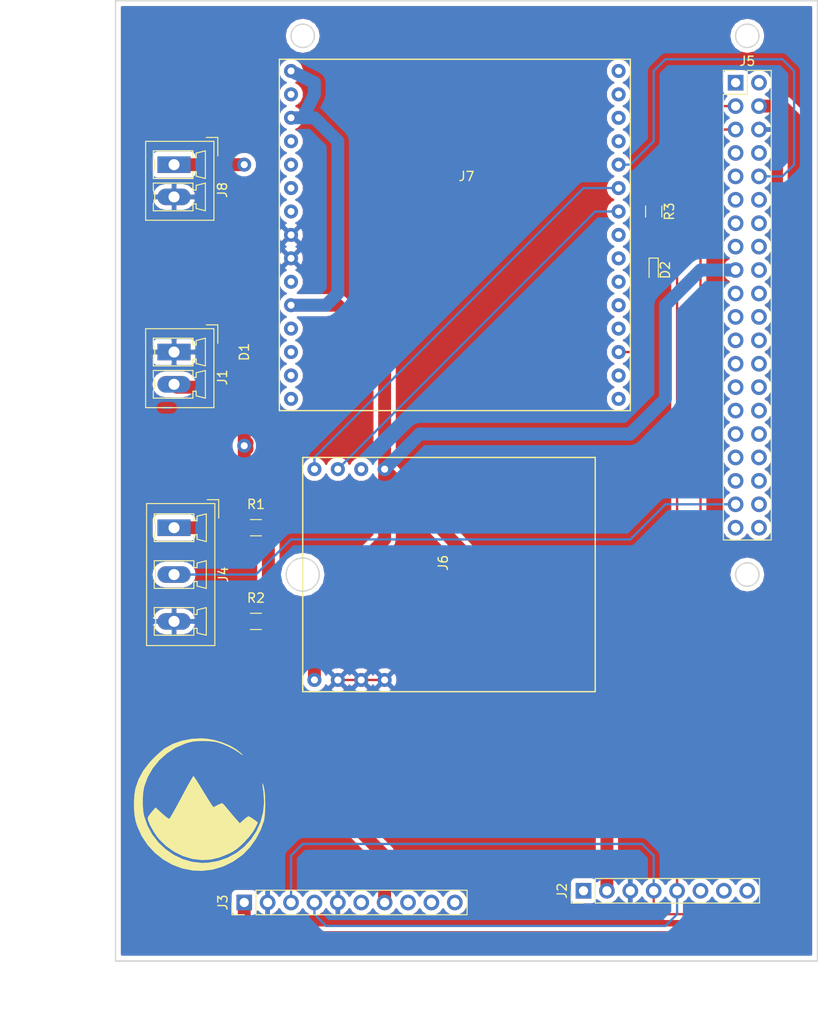
<source format=kicad_pcb>
(kicad_pcb (version 4) (host pcbnew 4.0.6-e0-6349~53~ubuntu16.04.1)

  (general
    (links 36)
    (no_connects 0)
    (area 93.418013 44.374999 186.765001 157.386001)
    (thickness 1.6)
    (drawings 10)
    (tracks 107)
    (zones 0)
    (modules 14)
    (nets 77)
  )

  (page A4)
  (title_block
    (title Rederbro_controller)
    (company OPV)
  )

  (layers
    (0 F.Cu signal)
    (31 B.Cu signal)
    (32 B.Adhes user)
    (33 F.Adhes user)
    (34 B.Paste user)
    (35 F.Paste user)
    (36 B.SilkS user)
    (37 F.SilkS user)
    (38 B.Mask user)
    (39 F.Mask user)
    (40 Dwgs.User user)
    (41 Cmts.User user)
    (42 Eco1.User user)
    (43 Eco2.User user)
    (44 Edge.Cuts user)
    (45 Margin user)
    (46 B.CrtYd user)
    (47 F.CrtYd user)
    (48 B.Fab user)
    (49 F.Fab user)
  )

  (setup
    (last_trace_width 0.25)
    (trace_clearance 0.25)
    (zone_clearance 0.508)
    (zone_45_only yes)
    (trace_min 0.2)
    (segment_width 0.2)
    (edge_width 0.15)
    (via_size 1)
    (via_drill 0.635)
    (via_min_size 0.4)
    (via_min_drill 0.3)
    (uvia_size 0.508)
    (uvia_drill 0.127)
    (uvias_allowed no)
    (uvia_min_size 0.2)
    (uvia_min_drill 0.1)
    (pcb_text_width 0.3)
    (pcb_text_size 1.5 1.5)
    (mod_edge_width 0.15)
    (mod_text_size 1 1)
    (mod_text_width 0.15)
    (pad_size 1.524 1.524)
    (pad_drill 0.762)
    (pad_to_mask_clearance 0.2)
    (aux_axis_origin 0 0)
    (visible_elements FFFFFFFF)
    (pcbplotparams
      (layerselection 0x110b0_80000001)
      (usegerberextensions false)
      (excludeedgelayer true)
      (linewidth 0.100000)
      (plotframeref false)
      (viasonmask false)
      (mode 1)
      (useauxorigin false)
      (hpglpennumber 1)
      (hpglpenspeed 20)
      (hpglpendiameter 15)
      (hpglpenoverlay 2)
      (psnegative false)
      (psa4output false)
      (plotreference true)
      (plotvalue true)
      (plotinvisibletext false)
      (padsonsilk false)
      (subtractmaskfromsilk false)
      (outputformat 1)
      (mirror false)
      (drillshape 0)
      (scaleselection 1)
      (outputdirectory /home/tom/Documents/OPV/ffff/tuto_kicad/Gerber/))
  )

  (net 0 "")
  (net 1 GND)
  (net 2 VCC)
  (net 3 "Net-(J2-Pad1)")
  (net 4 SCL)
  (net 5 SDA)
  (net 6 "Net-(J2-Pad6)")
  (net 7 "Net-(J2-Pad7)")
  (net 8 "Net-(J2-Pad8)")
  (net 9 "Net-(J3-Pad6)")
  (net 10 "Net-(J3-Pad8)")
  (net 11 "Net-(J3-Pad9)")
  (net 12 "Net-(J3-Pad10)")
  (net 13 GPIO26)
  (net 14 "Net-(J5-Pad2)")
  (net 15 "Net-(J5-Pad7)")
  (net 16 "Net-(J5-Pad8)")
  (net 17 "Net-(J5-Pad9)")
  (net 18 "RXD0(GPIO15)")
  (net 19 "Net-(J5-Pad11)")
  (net 20 "Net-(J5-Pad12)")
  (net 21 "Net-(J5-Pad13)")
  (net 22 "Net-(J5-Pad14)")
  (net 23 "Net-(J5-Pad15)")
  (net 24 "Net-(J5-Pad16)")
  (net 25 "Net-(J5-Pad18)")
  (net 26 "Net-(J5-Pad19)")
  (net 27 "Net-(J5-Pad20)")
  (net 28 "Net-(J5-Pad21)")
  (net 29 "Net-(J5-Pad22)")
  (net 30 "Net-(J5-Pad23)")
  (net 31 "Net-(J5-Pad24)")
  (net 32 "Net-(J5-Pad25)")
  (net 33 "Net-(J5-Pad26)")
  (net 34 "Net-(J5-Pad27)")
  (net 35 "Net-(J5-Pad28)")
  (net 36 "Net-(J5-Pad29)")
  (net 37 "Net-(J5-Pad30)")
  (net 38 "Net-(J5-Pad31)")
  (net 39 "Net-(J5-Pad32)")
  (net 40 "Net-(J5-Pad33)")
  (net 41 "Net-(J5-Pad34)")
  (net 42 "Net-(J5-Pad35)")
  (net 43 "Net-(J5-Pad36)")
  (net 44 "Net-(J5-Pad38)")
  (net 45 "Net-(J5-Pad39)")
  (net 46 "Net-(J5-Pad40)")
  (net 47 "Net-(J6-Pad6)")
  (net 48 RX2)
  (net 49 TX2)
  (net 50 "Net-(J7-Pad2)")
  (net 51 "Net-(J7-Pad4)")
  (net 52 "Net-(J7-Pad5)")
  (net 53 "Net-(J7-Pad6)")
  (net 54 "Net-(J7-Pad7)")
  (net 55 "Net-(J7-Pad10)")
  (net 56 "Net-(J7-Pad12)")
  (net 57 "Net-(J7-Pad13)")
  (net 58 "Net-(J7-Pad14)")
  (net 59 "Net-(J7-Pad15)")
  (net 60 "Net-(J7-Pad16)")
  (net 61 "Net-(J7-Pad17)")
  (net 62 "Net-(J7-Pad19)")
  (net 63 "Net-(J7-Pad20)")
  (net 64 "Net-(J7-Pad21)")
  (net 65 "Net-(J7-Pad22)")
  (net 66 "Net-(J7-Pad23)")
  (net 67 "Net-(J7-Pad27)")
  (net 68 "Net-(J7-Pad28)")
  (net 69 "Net-(J7-Pad29)")
  (net 70 "Net-(J5-Pad1)")
  (net 71 "Net-(D1-Pad2)")
  (net 72 +3V3)
  (net 73 +5V)
  (net 74 "Net-(J3-Pad7)")
  (net 75 "Net-(D2-Pad2)")
  (net 76 "Net-(D2-Pad1)")

  (net_class Default "This is the default net class."
    (clearance 0.25)
    (trace_width 0.25)
    (via_dia 1)
    (via_drill 0.635)
    (uvia_dia 0.508)
    (uvia_drill 0.127)
    (add_net +3V3)
    (add_net +5V)
    (add_net GND)
    (add_net GPIO26)
    (add_net "Net-(D2-Pad1)")
    (add_net "Net-(D2-Pad2)")
    (add_net "Net-(J2-Pad1)")
    (add_net "Net-(J2-Pad6)")
    (add_net "Net-(J2-Pad7)")
    (add_net "Net-(J2-Pad8)")
    (add_net "Net-(J3-Pad10)")
    (add_net "Net-(J3-Pad6)")
    (add_net "Net-(J3-Pad8)")
    (add_net "Net-(J3-Pad9)")
    (add_net "Net-(J5-Pad1)")
    (add_net "Net-(J5-Pad11)")
    (add_net "Net-(J5-Pad12)")
    (add_net "Net-(J5-Pad13)")
    (add_net "Net-(J5-Pad14)")
    (add_net "Net-(J5-Pad15)")
    (add_net "Net-(J5-Pad16)")
    (add_net "Net-(J5-Pad18)")
    (add_net "Net-(J5-Pad19)")
    (add_net "Net-(J5-Pad2)")
    (add_net "Net-(J5-Pad20)")
    (add_net "Net-(J5-Pad21)")
    (add_net "Net-(J5-Pad22)")
    (add_net "Net-(J5-Pad23)")
    (add_net "Net-(J5-Pad24)")
    (add_net "Net-(J5-Pad25)")
    (add_net "Net-(J5-Pad26)")
    (add_net "Net-(J5-Pad27)")
    (add_net "Net-(J5-Pad28)")
    (add_net "Net-(J5-Pad29)")
    (add_net "Net-(J5-Pad30)")
    (add_net "Net-(J5-Pad31)")
    (add_net "Net-(J5-Pad32)")
    (add_net "Net-(J5-Pad33)")
    (add_net "Net-(J5-Pad34)")
    (add_net "Net-(J5-Pad35)")
    (add_net "Net-(J5-Pad36)")
    (add_net "Net-(J5-Pad38)")
    (add_net "Net-(J5-Pad39)")
    (add_net "Net-(J5-Pad40)")
    (add_net "Net-(J5-Pad7)")
    (add_net "Net-(J5-Pad8)")
    (add_net "Net-(J5-Pad9)")
    (add_net "Net-(J6-Pad6)")
    (add_net "Net-(J7-Pad10)")
    (add_net "Net-(J7-Pad12)")
    (add_net "Net-(J7-Pad13)")
    (add_net "Net-(J7-Pad14)")
    (add_net "Net-(J7-Pad15)")
    (add_net "Net-(J7-Pad16)")
    (add_net "Net-(J7-Pad17)")
    (add_net "Net-(J7-Pad19)")
    (add_net "Net-(J7-Pad2)")
    (add_net "Net-(J7-Pad20)")
    (add_net "Net-(J7-Pad21)")
    (add_net "Net-(J7-Pad22)")
    (add_net "Net-(J7-Pad23)")
    (add_net "Net-(J7-Pad27)")
    (add_net "Net-(J7-Pad28)")
    (add_net "Net-(J7-Pad29)")
    (add_net "Net-(J7-Pad4)")
    (add_net "Net-(J7-Pad5)")
    (add_net "Net-(J7-Pad6)")
    (add_net "Net-(J7-Pad7)")
    (add_net RX2)
    (add_net "RXD0(GPIO15)")
    (add_net SCL)
    (add_net SDA)
    (add_net TX2)
  )

  (net_class VCC ""
    (clearance 0.35)
    (trace_width 1.4)
    (via_dia 1)
    (via_drill 0.635)
    (uvia_dia 0.508)
    (uvia_drill 0.127)
    (add_net "Net-(D1-Pad2)")
    (add_net "Net-(J3-Pad7)")
    (add_net VCC)
  )

  (module NS-HP-GL:BT_NAVSPARK (layer F.Cu) (tedit 592F330B) (tstamp 5928104C)
    (at 132.08 118.11 90)
    (path /5921A500)
    (fp_text reference J6 (at 12.7 13.97 90) (layer F.SilkS)
      (effects (font (size 1 1) (thickness 0.15)))
    )
    (fp_text value BT-1022 (at 11.43 33.02 90) (layer F.Fab)
      (effects (font (size 1 1) (thickness 0.15)))
    )
    (fp_line (start -1.27 -1.27) (end -1.27 30.48) (layer F.SilkS) (width 0.15))
    (fp_line (start -1.27 30.48) (end 24.13 30.48) (layer F.SilkS) (width 0.15))
    (fp_line (start 24.13 30.48) (end 24.13 -1.27) (layer F.SilkS) (width 0.15))
    (fp_line (start 24.13 -1.27) (end -1.27 -1.27) (layer F.SilkS) (width 0.15))
    (fp_line (start -1.27 -1.27) (end 0 -1.27) (layer F.SilkS) (width 0.15))
    (pad 1 thru_hole circle (at 0 0 90) (size 1.524 1.524) (drill 0.762) (layers *.Cu *.Mask)
      (net 72 +3V3))
    (pad 2 thru_hole circle (at 0 2.54 90) (size 1.524 1.524) (drill 0.762) (layers *.Cu *.Mask)
      (net 1 GND))
    (pad 3 thru_hole circle (at 0 5.08 90) (size 1.524 1.524) (drill 0.762) (layers *.Cu *.Mask)
      (net 1 GND))
    (pad 4 thru_hole circle (at 0 7.62 90) (size 1.524 1.524) (drill 0.762) (layers *.Cu *.Mask)
      (net 1 GND))
    (pad 5 thru_hole circle (at 22.86 7.62 90) (size 1.524 1.524) (drill 0.762) (layers *.Cu *.Mask)
      (net 72 +3V3))
    (pad 6 thru_hole circle (at 22.86 5.08 90) (size 1.524 1.524) (drill 0.762) (layers *.Cu *.Mask)
      (net 47 "Net-(J6-Pad6)"))
    (pad 7 thru_hole circle (at 22.86 2.54 90) (size 1.524 1.524) (drill 0.762) (layers *.Cu *.Mask)
      (net 48 RX2))
    (pad 8 thru_hole circle (at 22.86 0 90) (size 1.524 1.524) (drill 0.762) (layers *.Cu *.Mask)
      (net 49 TX2))
  )

  (module NS-HP-GL:NS-HP-GL (layer F.Cu) (tedit 592F31E9) (tstamp 59281072)
    (at 129.54 52.07)
    (path /5920C0E2)
    (fp_text reference J7 (at 19.05 11.43) (layer F.SilkS)
      (effects (font (size 1 1) (thickness 0.15)))
    )
    (fp_text value NS-HP-GL (at 19.05 -3.81) (layer F.Fab)
      (effects (font (size 1 1) (thickness 0.15)))
    )
    (fp_line (start -1.27 -1.27) (end -1.27 36.83) (layer F.SilkS) (width 0.15))
    (fp_line (start -1.27 36.83) (end 36.83 36.83) (layer F.SilkS) (width 0.15))
    (fp_line (start 36.83 36.83) (end 36.83 -1.27) (layer F.SilkS) (width 0.15))
    (fp_line (start 36.83 -1.27) (end -1.27 -1.27) (layer F.SilkS) (width 0.15))
    (pad 1 thru_hole circle (at 0 0) (size 1.524 1.524) (drill 0.762) (layers *.Cu *.Mask)
      (net 72 +3V3))
    (pad 2 thru_hole circle (at 0 2.54) (size 1.524 1.524) (drill 0.762) (layers *.Cu *.Mask)
      (net 50 "Net-(J7-Pad2)"))
    (pad 3 thru_hole circle (at 0 5.08) (size 1.524 1.524) (drill 0.762) (layers *.Cu *.Mask)
      (net 72 +3V3))
    (pad 4 thru_hole circle (at 0 7.62) (size 1.524 1.524) (drill 0.762) (layers *.Cu *.Mask)
      (net 51 "Net-(J7-Pad4)"))
    (pad 5 thru_hole circle (at 0 10.16) (size 1.524 1.524) (drill 0.762) (layers *.Cu *.Mask)
      (net 52 "Net-(J7-Pad5)"))
    (pad 6 thru_hole circle (at 0 12.7) (size 1.524 1.524) (drill 0.762) (layers *.Cu *.Mask)
      (net 53 "Net-(J7-Pad6)"))
    (pad 7 thru_hole circle (at 0 15.24) (size 1.524 1.524) (drill 0.762) (layers *.Cu *.Mask)
      (net 54 "Net-(J7-Pad7)"))
    (pad 8 thru_hole circle (at 0 17.78) (size 1.524 1.524) (drill 0.762) (layers *.Cu *.Mask)
      (net 1 GND))
    (pad 9 thru_hole circle (at 0 20.32) (size 1.524 1.524) (drill 0.762) (layers *.Cu *.Mask)
      (net 1 GND))
    (pad 10 thru_hole circle (at 0 22.86) (size 1.524 1.524) (drill 0.762) (layers *.Cu *.Mask)
      (net 55 "Net-(J7-Pad10)"))
    (pad 11 thru_hole circle (at 0 25.4) (size 1.524 1.524) (drill 0.762) (layers *.Cu *.Mask)
      (net 72 +3V3))
    (pad 12 thru_hole circle (at 0 27.94) (size 1.524 1.524) (drill 0.762) (layers *.Cu *.Mask)
      (net 56 "Net-(J7-Pad12)"))
    (pad 13 thru_hole circle (at 0 30.48) (size 1.524 1.524) (drill 0.762) (layers *.Cu *.Mask)
      (net 57 "Net-(J7-Pad13)"))
    (pad 14 thru_hole circle (at 0 33.02) (size 1.524 1.524) (drill 0.762) (layers *.Cu *.Mask)
      (net 58 "Net-(J7-Pad14)"))
    (pad 15 thru_hole circle (at 0 35.56) (size 1.524 1.524) (drill 0.762) (layers *.Cu *.Mask)
      (net 59 "Net-(J7-Pad15)"))
    (pad 16 thru_hole circle (at 35.56 35.56) (size 1.524 1.524) (drill 0.762) (layers *.Cu *.Mask)
      (net 60 "Net-(J7-Pad16)"))
    (pad 17 thru_hole circle (at 35.56 33.02) (size 1.524 1.524) (drill 0.762) (layers *.Cu *.Mask)
      (net 61 "Net-(J7-Pad17)"))
    (pad 18 thru_hole circle (at 35.56 30.48) (size 1.524 1.524) (drill 0.762) (layers *.Cu *.Mask)
      (net 75 "Net-(D2-Pad2)"))
    (pad 19 thru_hole circle (at 35.56 27.94) (size 1.524 1.524) (drill 0.762) (layers *.Cu *.Mask)
      (net 62 "Net-(J7-Pad19)"))
    (pad 20 thru_hole circle (at 35.56 25.4) (size 1.524 1.524) (drill 0.762) (layers *.Cu *.Mask)
      (net 63 "Net-(J7-Pad20)"))
    (pad 21 thru_hole circle (at 35.56 22.86) (size 1.524 1.524) (drill 0.762) (layers *.Cu *.Mask)
      (net 64 "Net-(J7-Pad21)"))
    (pad 22 thru_hole circle (at 35.56 20.32) (size 1.524 1.524) (drill 0.762) (layers *.Cu *.Mask)
      (net 65 "Net-(J7-Pad22)"))
    (pad 23 thru_hole circle (at 35.56 17.78) (size 1.524 1.524) (drill 0.762) (layers *.Cu *.Mask)
      (net 66 "Net-(J7-Pad23)"))
    (pad 24 thru_hole circle (at 35.56 15.24) (size 1.524 1.524) (drill 0.762) (layers *.Cu *.Mask)
      (net 48 RX2))
    (pad 25 thru_hole circle (at 35.56 12.7) (size 1.524 1.524) (drill 0.762) (layers *.Cu *.Mask)
      (net 49 TX2))
    (pad 26 thru_hole circle (at 35.56 10.16) (size 1.524 1.524) (drill 0.762) (layers *.Cu *.Mask)
      (net 18 "RXD0(GPIO15)"))
    (pad 27 thru_hole circle (at 35.56 7.62) (size 1.524 1.524) (drill 0.762) (layers *.Cu *.Mask)
      (net 67 "Net-(J7-Pad27)"))
    (pad 28 thru_hole circle (at 35.56 5.08) (size 1.524 1.524) (drill 0.762) (layers *.Cu *.Mask)
      (net 68 "Net-(J7-Pad28)"))
    (pad 29 thru_hole circle (at 35.56 2.54) (size 1.524 1.524) (drill 0.762) (layers *.Cu *.Mask)
      (net 69 "Net-(J7-Pad29)"))
    (pad 30 thru_hole circle (at 35.56 0) (size 1.524 1.524) (drill 0.762) (layers *.Cu *.Mask))
  )

  (module Connectors_Phoenix:PhoenixContact_MCV-G_02x3.50mm_Vertical (layer F.Cu) (tedit 592F33FF) (tstamp 59280F84)
    (at 116.84 82.55 270)
    (descr "Generic Phoenix Contact connector footprint for series: MCV-G; number of pins: 02; pin pitch: 3.50mm; Vertical || order number: 1843606 8A 160V")
    (tags "phoenix_contact connector MCV_01x02_G_3.5mm")
    (path /591F47FC)
    (fp_text reference J1 (at 2.75 -5.25 270) (layer F.SilkS)
      (effects (font (size 1 1) (thickness 0.15)))
    )
    (fp_text value ubec (at 1.27 3.81 450) (layer F.Fab)
      (effects (font (size 1 1) (thickness 0.15)))
    )
    (fp_arc (start 0 3.95) (end -0.75 2.25) (angle 47.6) (layer F.SilkS) (width 0.12))
    (fp_arc (start 3.5 3.95) (end 2.75 2.25) (angle 47.6) (layer F.SilkS) (width 0.12))
    (fp_line (start -2.53 -4.33) (end -2.53 3.08) (layer F.SilkS) (width 0.12))
    (fp_line (start -2.53 3.08) (end 6.03 3.08) (layer F.SilkS) (width 0.12))
    (fp_line (start 6.03 3.08) (end 6.03 -4.33) (layer F.SilkS) (width 0.12))
    (fp_line (start 6.03 -4.33) (end -2.53 -4.33) (layer F.SilkS) (width 0.12))
    (fp_line (start -2.45 -4.25) (end -2.45 3) (layer F.Fab) (width 0.1))
    (fp_line (start -2.45 3) (end 5.95 3) (layer F.Fab) (width 0.1))
    (fp_line (start 5.95 3) (end 5.95 -4.25) (layer F.Fab) (width 0.1))
    (fp_line (start 5.95 -4.25) (end -2.45 -4.25) (layer F.Fab) (width 0.1))
    (fp_line (start -0.75 2.25) (end -1.5 2.25) (layer F.SilkS) (width 0.12))
    (fp_line (start -1.5 2.25) (end -1.5 -2.05) (layer F.SilkS) (width 0.12))
    (fp_line (start -1.5 -2.05) (end -0.75 -2.05) (layer F.SilkS) (width 0.12))
    (fp_line (start -0.75 -2.05) (end -0.75 -2.4) (layer F.SilkS) (width 0.12))
    (fp_line (start -0.75 -2.4) (end -1.25 -2.4) (layer F.SilkS) (width 0.12))
    (fp_line (start -1.25 -2.4) (end -1.5 -3.4) (layer F.SilkS) (width 0.12))
    (fp_line (start -1.5 -3.4) (end 1.5 -3.4) (layer F.SilkS) (width 0.12))
    (fp_line (start 1.5 -3.4) (end 1.25 -2.4) (layer F.SilkS) (width 0.12))
    (fp_line (start 1.25 -2.4) (end 0.75 -2.4) (layer F.SilkS) (width 0.12))
    (fp_line (start 0.75 -2.4) (end 0.75 -2.05) (layer F.SilkS) (width 0.12))
    (fp_line (start 0.75 -2.05) (end 1.5 -2.05) (layer F.SilkS) (width 0.12))
    (fp_line (start 1.5 -2.05) (end 1.5 2.25) (layer F.SilkS) (width 0.12))
    (fp_line (start 1.5 2.25) (end 0.75 2.25) (layer F.SilkS) (width 0.12))
    (fp_line (start 2.75 2.25) (end 2 2.25) (layer F.SilkS) (width 0.12))
    (fp_line (start 2 2.25) (end 2 -2.05) (layer F.SilkS) (width 0.12))
    (fp_line (start 2 -2.05) (end 2.75 -2.05) (layer F.SilkS) (width 0.12))
    (fp_line (start 2.75 -2.05) (end 2.75 -2.4) (layer F.SilkS) (width 0.12))
    (fp_line (start 2.75 -2.4) (end 2.25 -2.4) (layer F.SilkS) (width 0.12))
    (fp_line (start 2.25 -2.4) (end 2 -3.4) (layer F.SilkS) (width 0.12))
    (fp_line (start 2 -3.4) (end 5 -3.4) (layer F.SilkS) (width 0.12))
    (fp_line (start 5 -3.4) (end 4.75 -2.4) (layer F.SilkS) (width 0.12))
    (fp_line (start 4.75 -2.4) (end 4.25 -2.4) (layer F.SilkS) (width 0.12))
    (fp_line (start 4.25 -2.4) (end 4.25 -2.05) (layer F.SilkS) (width 0.12))
    (fp_line (start 4.25 -2.05) (end 5 -2.05) (layer F.SilkS) (width 0.12))
    (fp_line (start 5 -2.05) (end 5 2.25) (layer F.SilkS) (width 0.12))
    (fp_line (start 5 2.25) (end 4.25 2.25) (layer F.SilkS) (width 0.12))
    (fp_line (start -2.95 -4.75) (end -2.95 3.5) (layer F.CrtYd) (width 0.05))
    (fp_line (start -2.95 3.5) (end 6.45 3.5) (layer F.CrtYd) (width 0.05))
    (fp_line (start 6.45 3.5) (end 6.45 -4.75) (layer F.CrtYd) (width 0.05))
    (fp_line (start 6.45 -4.75) (end -2.95 -4.75) (layer F.CrtYd) (width 0.05))
    (fp_line (start -2.95 -3.5) (end -2.95 -4.75) (layer F.SilkS) (width 0.12))
    (fp_line (start -2.95 -4.75) (end -0.95 -4.75) (layer F.SilkS) (width 0.12))
    (fp_line (start -2.95 -3.5) (end -2.95 -4.75) (layer F.Fab) (width 0.1))
    (fp_line (start -2.95 -4.75) (end -0.95 -4.75) (layer F.Fab) (width 0.1))
    (fp_text user %R (at 1.75 -3 270) (layer F.Fab)
      (effects (font (size 1 1) (thickness 0.15)))
    )
    (pad 1 thru_hole rect (at 0 0 270) (size 1.8 3.6) (drill 1.2) (layers *.Cu *.Mask)
      (net 1 GND))
    (pad 2 thru_hole oval (at 3.5 0 270) (size 1.8 3.6) (drill 1.2) (layers *.Cu *.Mask)
      (net 2 VCC))
    (model Connectors_Phoenix.3dshapes/PhoenixContact_MCV-G_02x3.50mm_Vertical.wrl
      (at (xyz 0 0 0))
      (scale (xyz 1 1 1))
      (rotate (xyz 0 0 0))
    )
  )

  (module Pin_Headers:Pin_Header_Straight_1x08_Pitch2.54mm (layer F.Cu) (tedit 592F3253) (tstamp 59280F9F)
    (at 161.29 140.97 90)
    (descr "Through hole straight pin header, 1x08, 2.54mm pitch, single row")
    (tags "Through hole pin header THT 1x08 2.54mm single row")
    (path /591F4234)
    (fp_text reference J2 (at 0 -2.33 90) (layer F.SilkS)
      (effects (font (size 1 1) (thickness 0.15)))
    )
    (fp_text value GY-85 (at 2.54 17.78 180) (layer F.Fab)
      (effects (font (size 1 1) (thickness 0.15)))
    )
    (fp_line (start -1.27 -1.27) (end -1.27 19.05) (layer F.Fab) (width 0.1))
    (fp_line (start -1.27 19.05) (end 1.27 19.05) (layer F.Fab) (width 0.1))
    (fp_line (start 1.27 19.05) (end 1.27 -1.27) (layer F.Fab) (width 0.1))
    (fp_line (start 1.27 -1.27) (end -1.27 -1.27) (layer F.Fab) (width 0.1))
    (fp_line (start -1.33 1.27) (end -1.33 19.11) (layer F.SilkS) (width 0.12))
    (fp_line (start -1.33 19.11) (end 1.33 19.11) (layer F.SilkS) (width 0.12))
    (fp_line (start 1.33 19.11) (end 1.33 1.27) (layer F.SilkS) (width 0.12))
    (fp_line (start 1.33 1.27) (end -1.33 1.27) (layer F.SilkS) (width 0.12))
    (fp_line (start -1.33 0) (end -1.33 -1.33) (layer F.SilkS) (width 0.12))
    (fp_line (start -1.33 -1.33) (end 0 -1.33) (layer F.SilkS) (width 0.12))
    (fp_line (start -1.8 -1.8) (end -1.8 19.55) (layer F.CrtYd) (width 0.05))
    (fp_line (start -1.8 19.55) (end 1.8 19.55) (layer F.CrtYd) (width 0.05))
    (fp_line (start 1.8 19.55) (end 1.8 -1.8) (layer F.CrtYd) (width 0.05))
    (fp_line (start 1.8 -1.8) (end -1.8 -1.8) (layer F.CrtYd) (width 0.05))
    (fp_text user %R (at 0 -2.33 90) (layer F.Fab)
      (effects (font (size 1 1) (thickness 0.15)))
    )
    (pad 1 thru_hole rect (at 0 0 90) (size 1.7 1.7) (drill 1) (layers *.Cu *.Mask)
      (net 3 "Net-(J2-Pad1)"))
    (pad 2 thru_hole oval (at 0 2.54 90) (size 1.7 1.7) (drill 1) (layers *.Cu *.Mask)
      (net 72 +3V3))
    (pad 3 thru_hole oval (at 0 5.08 90) (size 1.7 1.7) (drill 1) (layers *.Cu *.Mask)
      (net 1 GND))
    (pad 4 thru_hole oval (at 0 7.62 90) (size 1.7 1.7) (drill 1) (layers *.Cu *.Mask)
      (net 4 SCL))
    (pad 5 thru_hole oval (at 0 10.16 90) (size 1.7 1.7) (drill 1) (layers *.Cu *.Mask)
      (net 5 SDA))
    (pad 6 thru_hole oval (at 0 12.7 90) (size 1.7 1.7) (drill 1) (layers *.Cu *.Mask)
      (net 6 "Net-(J2-Pad6)"))
    (pad 7 thru_hole oval (at 0 15.24 90) (size 1.7 1.7) (drill 1) (layers *.Cu *.Mask)
      (net 7 "Net-(J2-Pad7)"))
    (pad 8 thru_hole oval (at 0 17.78 90) (size 1.7 1.7) (drill 1) (layers *.Cu *.Mask)
      (net 8 "Net-(J2-Pad8)"))
    (model ${KISYS3DMOD}/Pin_Headers.3dshapes/Pin_Header_Straight_1x08_Pitch2.54mm.wrl
      (at (xyz 0 -0.35 0))
      (scale (xyz 1 1 1))
      (rotate (xyz 0 0 90))
    )
  )

  (module Pin_Headers:Pin_Header_Straight_1x10_Pitch2.54mm (layer F.Cu) (tedit 592F324C) (tstamp 59280FBC)
    (at 124.46 142.24 90)
    (descr "Through hole straight pin header, 1x10, 2.54mm pitch, single row")
    (tags "Through hole pin header THT 1x10 2.54mm single row")
    (path /591F3F58)
    (fp_text reference J3 (at 0 -2.33 90) (layer F.SilkS)
      (effects (font (size 1 1) (thickness 0.15)))
    )
    (fp_text value ADS1115 (at 2.54 22.86 180) (layer F.Fab)
      (effects (font (size 1 1) (thickness 0.15)))
    )
    (fp_line (start -1.27 -1.27) (end -1.27 24.13) (layer F.Fab) (width 0.1))
    (fp_line (start -1.27 24.13) (end 1.27 24.13) (layer F.Fab) (width 0.1))
    (fp_line (start 1.27 24.13) (end 1.27 -1.27) (layer F.Fab) (width 0.1))
    (fp_line (start 1.27 -1.27) (end -1.27 -1.27) (layer F.Fab) (width 0.1))
    (fp_line (start -1.33 1.27) (end -1.33 24.19) (layer F.SilkS) (width 0.12))
    (fp_line (start -1.33 24.19) (end 1.33 24.19) (layer F.SilkS) (width 0.12))
    (fp_line (start 1.33 24.19) (end 1.33 1.27) (layer F.SilkS) (width 0.12))
    (fp_line (start 1.33 1.27) (end -1.33 1.27) (layer F.SilkS) (width 0.12))
    (fp_line (start -1.33 0) (end -1.33 -1.33) (layer F.SilkS) (width 0.12))
    (fp_line (start -1.33 -1.33) (end 0 -1.33) (layer F.SilkS) (width 0.12))
    (fp_line (start -1.8 -1.8) (end -1.8 24.65) (layer F.CrtYd) (width 0.05))
    (fp_line (start -1.8 24.65) (end 1.8 24.65) (layer F.CrtYd) (width 0.05))
    (fp_line (start 1.8 24.65) (end 1.8 -1.8) (layer F.CrtYd) (width 0.05))
    (fp_line (start 1.8 -1.8) (end -1.8 -1.8) (layer F.CrtYd) (width 0.05))
    (fp_text user %R (at 0 -2.33 90) (layer F.Fab)
      (effects (font (size 1 1) (thickness 0.15)))
    )
    (pad 1 thru_hole rect (at 0 0 90) (size 1.7 1.7) (drill 1) (layers *.Cu *.Mask)
      (net 73 +5V))
    (pad 2 thru_hole oval (at 0 2.54 90) (size 1.7 1.7) (drill 1) (layers *.Cu *.Mask)
      (net 1 GND))
    (pad 3 thru_hole oval (at 0 5.08 90) (size 1.7 1.7) (drill 1) (layers *.Cu *.Mask)
      (net 4 SCL))
    (pad 4 thru_hole oval (at 0 7.62 90) (size 1.7 1.7) (drill 1) (layers *.Cu *.Mask)
      (net 5 SDA))
    (pad 5 thru_hole oval (at 0 10.16 90) (size 1.7 1.7) (drill 1) (layers *.Cu *.Mask)
      (net 1 GND))
    (pad 6 thru_hole oval (at 0 12.7 90) (size 1.7 1.7) (drill 1) (layers *.Cu *.Mask)
      (net 9 "Net-(J3-Pad6)"))
    (pad 7 thru_hole oval (at 0 15.24 90) (size 1.7 1.7) (drill 1) (layers *.Cu *.Mask)
      (net 74 "Net-(J3-Pad7)"))
    (pad 8 thru_hole oval (at 0 17.78 90) (size 1.7 1.7) (drill 1) (layers *.Cu *.Mask)
      (net 10 "Net-(J3-Pad8)"))
    (pad 9 thru_hole oval (at 0 20.32 90) (size 1.7 1.7) (drill 1) (layers *.Cu *.Mask)
      (net 11 "Net-(J3-Pad9)"))
    (pad 10 thru_hole oval (at 0 22.86 90) (size 1.7 1.7) (drill 1) (layers *.Cu *.Mask)
      (net 12 "Net-(J3-Pad10)"))
    (model ${KISYS3DMOD}/Pin_Headers.3dshapes/Pin_Header_Straight_1x10_Pitch2.54mm.wrl
      (at (xyz 0 -0.45 0))
      (scale (xyz 1 1 1))
      (rotate (xyz 0 0 90))
    )
  )

  (module Connectors_Phoenix:PhoenixContact_MCV-G_03x5.08mm_Vertical (layer F.Cu) (tedit 58AC4560) (tstamp 59280FFE)
    (at 116.84 101.6 270)
    (descr "Generic Phoenix Contact connector footprint for series: MCV-G; number of pins: 03; pin pitch: 5.08mm; Vertical || order number: 1836309 8A 320V")
    (tags "phoenix_contact connector MCV_01x03_G_5.08mm")
    (path /591F4693)
    (fp_text reference J4 (at 5.08 -5.35 270) (layer F.SilkS)
      (effects (font (size 1 1) (thickness 0.15)))
    )
    (fp_text value relay_transisor (at 5.08 3.9 270) (layer F.Fab)
      (effects (font (size 1 1) (thickness 0.15)))
    )
    (fp_arc (start 0 3.85) (end -0.75 2.15) (angle 47.6) (layer F.SilkS) (width 0.12))
    (fp_arc (start 5.08 3.85) (end 4.33 2.15) (angle 47.6) (layer F.SilkS) (width 0.12))
    (fp_arc (start 10.16 3.85) (end 9.41 2.15) (angle 47.6) (layer F.SilkS) (width 0.12))
    (fp_line (start -2.62 -4.43) (end -2.62 2.98) (layer F.SilkS) (width 0.12))
    (fp_line (start -2.62 2.98) (end 12.78 2.98) (layer F.SilkS) (width 0.12))
    (fp_line (start 12.78 2.98) (end 12.78 -4.43) (layer F.SilkS) (width 0.12))
    (fp_line (start 12.78 -4.43) (end -2.62 -4.43) (layer F.SilkS) (width 0.12))
    (fp_line (start -2.54 -4.35) (end -2.54 2.9) (layer F.Fab) (width 0.1))
    (fp_line (start -2.54 2.9) (end 12.7 2.9) (layer F.Fab) (width 0.1))
    (fp_line (start 12.7 2.9) (end 12.7 -4.35) (layer F.Fab) (width 0.1))
    (fp_line (start 12.7 -4.35) (end -2.54 -4.35) (layer F.Fab) (width 0.1))
    (fp_line (start -0.75 2.15) (end -1.5 2.15) (layer F.SilkS) (width 0.12))
    (fp_line (start -1.5 2.15) (end -1.5 -2.15) (layer F.SilkS) (width 0.12))
    (fp_line (start -1.5 -2.15) (end -0.75 -2.15) (layer F.SilkS) (width 0.12))
    (fp_line (start -0.75 -2.15) (end -0.75 -2.5) (layer F.SilkS) (width 0.12))
    (fp_line (start -0.75 -2.5) (end -1.25 -2.5) (layer F.SilkS) (width 0.12))
    (fp_line (start -1.25 -2.5) (end -1.5 -3.5) (layer F.SilkS) (width 0.12))
    (fp_line (start -1.5 -3.5) (end 1.5 -3.5) (layer F.SilkS) (width 0.12))
    (fp_line (start 1.5 -3.5) (end 1.25 -2.5) (layer F.SilkS) (width 0.12))
    (fp_line (start 1.25 -2.5) (end 0.75 -2.5) (layer F.SilkS) (width 0.12))
    (fp_line (start 0.75 -2.5) (end 0.75 -2.15) (layer F.SilkS) (width 0.12))
    (fp_line (start 0.75 -2.15) (end 1.5 -2.15) (layer F.SilkS) (width 0.12))
    (fp_line (start 1.5 -2.15) (end 1.5 2.15) (layer F.SilkS) (width 0.12))
    (fp_line (start 1.5 2.15) (end 0.75 2.15) (layer F.SilkS) (width 0.12))
    (fp_line (start 4.33 2.15) (end 3.58 2.15) (layer F.SilkS) (width 0.12))
    (fp_line (start 3.58 2.15) (end 3.58 -2.15) (layer F.SilkS) (width 0.12))
    (fp_line (start 3.58 -2.15) (end 4.33 -2.15) (layer F.SilkS) (width 0.12))
    (fp_line (start 4.33 -2.15) (end 4.33 -2.5) (layer F.SilkS) (width 0.12))
    (fp_line (start 4.33 -2.5) (end 3.83 -2.5) (layer F.SilkS) (width 0.12))
    (fp_line (start 3.83 -2.5) (end 3.58 -3.5) (layer F.SilkS) (width 0.12))
    (fp_line (start 3.58 -3.5) (end 6.58 -3.5) (layer F.SilkS) (width 0.12))
    (fp_line (start 6.58 -3.5) (end 6.33 -2.5) (layer F.SilkS) (width 0.12))
    (fp_line (start 6.33 -2.5) (end 5.83 -2.5) (layer F.SilkS) (width 0.12))
    (fp_line (start 5.83 -2.5) (end 5.83 -2.15) (layer F.SilkS) (width 0.12))
    (fp_line (start 5.83 -2.15) (end 6.58 -2.15) (layer F.SilkS) (width 0.12))
    (fp_line (start 6.58 -2.15) (end 6.58 2.15) (layer F.SilkS) (width 0.12))
    (fp_line (start 6.58 2.15) (end 5.83 2.15) (layer F.SilkS) (width 0.12))
    (fp_line (start 9.41 2.15) (end 8.66 2.15) (layer F.SilkS) (width 0.12))
    (fp_line (start 8.66 2.15) (end 8.66 -2.15) (layer F.SilkS) (width 0.12))
    (fp_line (start 8.66 -2.15) (end 9.41 -2.15) (layer F.SilkS) (width 0.12))
    (fp_line (start 9.41 -2.15) (end 9.41 -2.5) (layer F.SilkS) (width 0.12))
    (fp_line (start 9.41 -2.5) (end 8.91 -2.5) (layer F.SilkS) (width 0.12))
    (fp_line (start 8.91 -2.5) (end 8.66 -3.5) (layer F.SilkS) (width 0.12))
    (fp_line (start 8.66 -3.5) (end 11.66 -3.5) (layer F.SilkS) (width 0.12))
    (fp_line (start 11.66 -3.5) (end 11.41 -2.5) (layer F.SilkS) (width 0.12))
    (fp_line (start 11.41 -2.5) (end 10.91 -2.5) (layer F.SilkS) (width 0.12))
    (fp_line (start 10.91 -2.5) (end 10.91 -2.15) (layer F.SilkS) (width 0.12))
    (fp_line (start 10.91 -2.15) (end 11.66 -2.15) (layer F.SilkS) (width 0.12))
    (fp_line (start 11.66 -2.15) (end 11.66 2.15) (layer F.SilkS) (width 0.12))
    (fp_line (start 11.66 2.15) (end 10.91 2.15) (layer F.SilkS) (width 0.12))
    (fp_line (start -3.04 -4.85) (end -3.04 3.4) (layer F.CrtYd) (width 0.05))
    (fp_line (start -3.04 3.4) (end 13.2 3.4) (layer F.CrtYd) (width 0.05))
    (fp_line (start 13.2 3.4) (end 13.2 -4.85) (layer F.CrtYd) (width 0.05))
    (fp_line (start 13.2 -4.85) (end -3.04 -4.85) (layer F.CrtYd) (width 0.05))
    (fp_line (start -3.04 -3.6) (end -3.04 -4.85) (layer F.SilkS) (width 0.12))
    (fp_line (start -3.04 -4.85) (end -1.04 -4.85) (layer F.SilkS) (width 0.12))
    (fp_line (start -3.04 -3.6) (end -3.04 -4.85) (layer F.Fab) (width 0.1))
    (fp_line (start -3.04 -4.85) (end -1.04 -4.85) (layer F.Fab) (width 0.1))
    (fp_text user %R (at 5.08 -3 270) (layer F.Fab)
      (effects (font (size 1 1) (thickness 0.15)))
    )
    (pad 1 thru_hole rect (at 0 0 270) (size 1.8 3.6) (drill 1.2) (layers *.Cu *.Mask)
      (net 2 VCC))
    (pad 2 thru_hole oval (at 5.08 0 270) (size 1.8 3.6) (drill 1.2) (layers *.Cu *.Mask)
      (net 13 GPIO26))
    (pad 3 thru_hole oval (at 10.16 0 270) (size 1.8 3.6) (drill 1.2) (layers *.Cu *.Mask)
      (net 1 GND))
    (model Connectors_Phoenix.3dshapes/PhoenixContact_MCV-G_03x5.08mm_Vertical.wrl
      (at (xyz 0 0 0))
      (scale (xyz 1 1 1))
      (rotate (xyz 0 0 0))
    )
  )

  (module Pin_Headers:Pin_Header_Straight_2x20_Pitch2.54mm (layer F.Cu) (tedit 592F325A) (tstamp 5928103B)
    (at 177.8 53.34)
    (descr "Through hole straight pin header, 2x20, 2.54mm pitch, double rows")
    (tags "Through hole pin header THT 2x20 2.54mm double row")
    (path /5921ECE8)
    (fp_text reference J5 (at 1.27 -2.33) (layer F.SilkS)
      (effects (font (size 1 1) (thickness 0.15)))
    )
    (fp_text value Raspberry_Pi_2_3 (at -2.54 33.02 90) (layer F.Fab)
      (effects (font (size 1 1) (thickness 0.15)))
    )
    (fp_line (start -1.27 -1.27) (end -1.27 49.53) (layer F.Fab) (width 0.1))
    (fp_line (start -1.27 49.53) (end 3.81 49.53) (layer F.Fab) (width 0.1))
    (fp_line (start 3.81 49.53) (end 3.81 -1.27) (layer F.Fab) (width 0.1))
    (fp_line (start 3.81 -1.27) (end -1.27 -1.27) (layer F.Fab) (width 0.1))
    (fp_line (start -1.33 1.27) (end -1.33 49.59) (layer F.SilkS) (width 0.12))
    (fp_line (start -1.33 49.59) (end 3.87 49.59) (layer F.SilkS) (width 0.12))
    (fp_line (start 3.87 49.59) (end 3.87 -1.33) (layer F.SilkS) (width 0.12))
    (fp_line (start 3.87 -1.33) (end 1.27 -1.33) (layer F.SilkS) (width 0.12))
    (fp_line (start 1.27 -1.33) (end 1.27 1.27) (layer F.SilkS) (width 0.12))
    (fp_line (start 1.27 1.27) (end -1.33 1.27) (layer F.SilkS) (width 0.12))
    (fp_line (start -1.33 0) (end -1.33 -1.33) (layer F.SilkS) (width 0.12))
    (fp_line (start -1.33 -1.33) (end 0 -1.33) (layer F.SilkS) (width 0.12))
    (fp_line (start -1.8 -1.8) (end -1.8 50.05) (layer F.CrtYd) (width 0.05))
    (fp_line (start -1.8 50.05) (end 4.35 50.05) (layer F.CrtYd) (width 0.05))
    (fp_line (start 4.35 50.05) (end 4.35 -1.8) (layer F.CrtYd) (width 0.05))
    (fp_line (start 4.35 -1.8) (end -1.8 -1.8) (layer F.CrtYd) (width 0.05))
    (fp_text user %R (at 1.27 -2.33) (layer F.Fab)
      (effects (font (size 1 1) (thickness 0.15)))
    )
    (pad 1 thru_hole rect (at 0 0) (size 1.7 1.7) (drill 1) (layers *.Cu *.Mask)
      (net 70 "Net-(J5-Pad1)"))
    (pad 2 thru_hole oval (at 2.54 0) (size 1.7 1.7) (drill 1) (layers *.Cu *.Mask)
      (net 14 "Net-(J5-Pad2)"))
    (pad 3 thru_hole oval (at 0 2.54) (size 1.7 1.7) (drill 1) (layers *.Cu *.Mask)
      (net 5 SDA))
    (pad 4 thru_hole oval (at 2.54 2.54) (size 1.7 1.7) (drill 1) (layers *.Cu *.Mask)
      (net 73 +5V))
    (pad 5 thru_hole oval (at 0 5.08) (size 1.7 1.7) (drill 1) (layers *.Cu *.Mask)
      (net 4 SCL))
    (pad 6 thru_hole oval (at 2.54 5.08) (size 1.7 1.7) (drill 1) (layers *.Cu *.Mask)
      (net 1 GND))
    (pad 7 thru_hole oval (at 0 7.62) (size 1.7 1.7) (drill 1) (layers *.Cu *.Mask)
      (net 15 "Net-(J5-Pad7)"))
    (pad 8 thru_hole oval (at 2.54 7.62) (size 1.7 1.7) (drill 1) (layers *.Cu *.Mask)
      (net 16 "Net-(J5-Pad8)"))
    (pad 9 thru_hole oval (at 0 10.16) (size 1.7 1.7) (drill 1) (layers *.Cu *.Mask)
      (net 17 "Net-(J5-Pad9)"))
    (pad 10 thru_hole oval (at 2.54 10.16) (size 1.7 1.7) (drill 1) (layers *.Cu *.Mask)
      (net 18 "RXD0(GPIO15)"))
    (pad 11 thru_hole oval (at 0 12.7) (size 1.7 1.7) (drill 1) (layers *.Cu *.Mask)
      (net 19 "Net-(J5-Pad11)"))
    (pad 12 thru_hole oval (at 2.54 12.7) (size 1.7 1.7) (drill 1) (layers *.Cu *.Mask)
      (net 20 "Net-(J5-Pad12)"))
    (pad 13 thru_hole oval (at 0 15.24) (size 1.7 1.7) (drill 1) (layers *.Cu *.Mask)
      (net 21 "Net-(J5-Pad13)"))
    (pad 14 thru_hole oval (at 2.54 15.24) (size 1.7 1.7) (drill 1) (layers *.Cu *.Mask)
      (net 22 "Net-(J5-Pad14)"))
    (pad 15 thru_hole oval (at 0 17.78) (size 1.7 1.7) (drill 1) (layers *.Cu *.Mask)
      (net 23 "Net-(J5-Pad15)"))
    (pad 16 thru_hole oval (at 2.54 17.78) (size 1.7 1.7) (drill 1) (layers *.Cu *.Mask)
      (net 24 "Net-(J5-Pad16)"))
    (pad 17 thru_hole oval (at 0 20.32) (size 1.7 1.7) (drill 1) (layers *.Cu *.Mask)
      (net 72 +3V3))
    (pad 18 thru_hole oval (at 2.54 20.32) (size 1.7 1.7) (drill 1) (layers *.Cu *.Mask)
      (net 25 "Net-(J5-Pad18)"))
    (pad 19 thru_hole oval (at 0 22.86) (size 1.7 1.7) (drill 1) (layers *.Cu *.Mask)
      (net 26 "Net-(J5-Pad19)"))
    (pad 20 thru_hole oval (at 2.54 22.86) (size 1.7 1.7) (drill 1) (layers *.Cu *.Mask)
      (net 27 "Net-(J5-Pad20)"))
    (pad 21 thru_hole oval (at 0 25.4) (size 1.7 1.7) (drill 1) (layers *.Cu *.Mask)
      (net 28 "Net-(J5-Pad21)"))
    (pad 22 thru_hole oval (at 2.54 25.4) (size 1.7 1.7) (drill 1) (layers *.Cu *.Mask)
      (net 29 "Net-(J5-Pad22)"))
    (pad 23 thru_hole oval (at 0 27.94) (size 1.7 1.7) (drill 1) (layers *.Cu *.Mask)
      (net 30 "Net-(J5-Pad23)"))
    (pad 24 thru_hole oval (at 2.54 27.94) (size 1.7 1.7) (drill 1) (layers *.Cu *.Mask)
      (net 31 "Net-(J5-Pad24)"))
    (pad 25 thru_hole oval (at 0 30.48) (size 1.7 1.7) (drill 1) (layers *.Cu *.Mask)
      (net 32 "Net-(J5-Pad25)"))
    (pad 26 thru_hole oval (at 2.54 30.48) (size 1.7 1.7) (drill 1) (layers *.Cu *.Mask)
      (net 33 "Net-(J5-Pad26)"))
    (pad 27 thru_hole oval (at 0 33.02) (size 1.7 1.7) (drill 1) (layers *.Cu *.Mask)
      (net 34 "Net-(J5-Pad27)"))
    (pad 28 thru_hole oval (at 2.54 33.02) (size 1.7 1.7) (drill 1) (layers *.Cu *.Mask)
      (net 35 "Net-(J5-Pad28)"))
    (pad 29 thru_hole oval (at 0 35.56) (size 1.7 1.7) (drill 1) (layers *.Cu *.Mask)
      (net 36 "Net-(J5-Pad29)"))
    (pad 30 thru_hole oval (at 2.54 35.56) (size 1.7 1.7) (drill 1) (layers *.Cu *.Mask)
      (net 37 "Net-(J5-Pad30)"))
    (pad 31 thru_hole oval (at 0 38.1) (size 1.7 1.7) (drill 1) (layers *.Cu *.Mask)
      (net 38 "Net-(J5-Pad31)"))
    (pad 32 thru_hole oval (at 2.54 38.1) (size 1.7 1.7) (drill 1) (layers *.Cu *.Mask)
      (net 39 "Net-(J5-Pad32)"))
    (pad 33 thru_hole oval (at 0 40.64) (size 1.7 1.7) (drill 1) (layers *.Cu *.Mask)
      (net 40 "Net-(J5-Pad33)"))
    (pad 34 thru_hole oval (at 2.54 40.64) (size 1.7 1.7) (drill 1) (layers *.Cu *.Mask)
      (net 41 "Net-(J5-Pad34)"))
    (pad 35 thru_hole oval (at 0 43.18) (size 1.7 1.7) (drill 1) (layers *.Cu *.Mask)
      (net 42 "Net-(J5-Pad35)"))
    (pad 36 thru_hole oval (at 2.54 43.18) (size 1.7 1.7) (drill 1) (layers *.Cu *.Mask)
      (net 43 "Net-(J5-Pad36)"))
    (pad 37 thru_hole oval (at 0 45.72) (size 1.7 1.7) (drill 1) (layers *.Cu *.Mask)
      (net 13 GPIO26))
    (pad 38 thru_hole oval (at 2.54 45.72) (size 1.7 1.7) (drill 1) (layers *.Cu *.Mask)
      (net 44 "Net-(J5-Pad38)"))
    (pad 39 thru_hole oval (at 0 48.26) (size 1.7 1.7) (drill 1) (layers *.Cu *.Mask)
      (net 45 "Net-(J5-Pad39)"))
    (pad 40 thru_hole oval (at 2.54 48.26) (size 1.7 1.7) (drill 1) (layers *.Cu *.Mask)
      (net 46 "Net-(J5-Pad40)"))
    (model ${KISYS3DMOD}/Pin_Headers.3dshapes/Pin_Header_Straight_2x20_Pitch2.54mm.wrl
      (at (xyz 0.05 -0.95 0))
      (scale (xyz 1 1 1))
      (rotate (xyz 0 0 90))
    )
  )

  (module Connectors_Phoenix:PhoenixContact_MCV-G_02x3.50mm_Vertical (layer F.Cu) (tedit 592F3407) (tstamp 592810A5)
    (at 116.84 62.23 270)
    (descr "Generic Phoenix Contact connector footprint for series: MCV-G; number of pins: 02; pin pitch: 3.50mm; Vertical || order number: 1843606 8A 160V")
    (tags "phoenix_contact connector MCV_01x02_G_3.5mm")
    (path /59260F9F)
    (fp_text reference J8 (at 2.75 -5.25 270) (layer F.SilkS)
      (effects (font (size 1 1) (thickness 0.15)))
    )
    (fp_text value CONN_01X02 (at 1.27 3.81 450) (layer F.Fab)
      (effects (font (size 1 1) (thickness 0.15)))
    )
    (fp_arc (start 0 3.95) (end -0.75 2.25) (angle 47.6) (layer F.SilkS) (width 0.12))
    (fp_arc (start 3.5 3.95) (end 2.75 2.25) (angle 47.6) (layer F.SilkS) (width 0.12))
    (fp_line (start -2.53 -4.33) (end -2.53 3.08) (layer F.SilkS) (width 0.12))
    (fp_line (start -2.53 3.08) (end 6.03 3.08) (layer F.SilkS) (width 0.12))
    (fp_line (start 6.03 3.08) (end 6.03 -4.33) (layer F.SilkS) (width 0.12))
    (fp_line (start 6.03 -4.33) (end -2.53 -4.33) (layer F.SilkS) (width 0.12))
    (fp_line (start -2.45 -4.25) (end -2.45 3) (layer F.Fab) (width 0.1))
    (fp_line (start -2.45 3) (end 5.95 3) (layer F.Fab) (width 0.1))
    (fp_line (start 5.95 3) (end 5.95 -4.25) (layer F.Fab) (width 0.1))
    (fp_line (start 5.95 -4.25) (end -2.45 -4.25) (layer F.Fab) (width 0.1))
    (fp_line (start -0.75 2.25) (end -1.5 2.25) (layer F.SilkS) (width 0.12))
    (fp_line (start -1.5 2.25) (end -1.5 -2.05) (layer F.SilkS) (width 0.12))
    (fp_line (start -1.5 -2.05) (end -0.75 -2.05) (layer F.SilkS) (width 0.12))
    (fp_line (start -0.75 -2.05) (end -0.75 -2.4) (layer F.SilkS) (width 0.12))
    (fp_line (start -0.75 -2.4) (end -1.25 -2.4) (layer F.SilkS) (width 0.12))
    (fp_line (start -1.25 -2.4) (end -1.5 -3.4) (layer F.SilkS) (width 0.12))
    (fp_line (start -1.5 -3.4) (end 1.5 -3.4) (layer F.SilkS) (width 0.12))
    (fp_line (start 1.5 -3.4) (end 1.25 -2.4) (layer F.SilkS) (width 0.12))
    (fp_line (start 1.25 -2.4) (end 0.75 -2.4) (layer F.SilkS) (width 0.12))
    (fp_line (start 0.75 -2.4) (end 0.75 -2.05) (layer F.SilkS) (width 0.12))
    (fp_line (start 0.75 -2.05) (end 1.5 -2.05) (layer F.SilkS) (width 0.12))
    (fp_line (start 1.5 -2.05) (end 1.5 2.25) (layer F.SilkS) (width 0.12))
    (fp_line (start 1.5 2.25) (end 0.75 2.25) (layer F.SilkS) (width 0.12))
    (fp_line (start 2.75 2.25) (end 2 2.25) (layer F.SilkS) (width 0.12))
    (fp_line (start 2 2.25) (end 2 -2.05) (layer F.SilkS) (width 0.12))
    (fp_line (start 2 -2.05) (end 2.75 -2.05) (layer F.SilkS) (width 0.12))
    (fp_line (start 2.75 -2.05) (end 2.75 -2.4) (layer F.SilkS) (width 0.12))
    (fp_line (start 2.75 -2.4) (end 2.25 -2.4) (layer F.SilkS) (width 0.12))
    (fp_line (start 2.25 -2.4) (end 2 -3.4) (layer F.SilkS) (width 0.12))
    (fp_line (start 2 -3.4) (end 5 -3.4) (layer F.SilkS) (width 0.12))
    (fp_line (start 5 -3.4) (end 4.75 -2.4) (layer F.SilkS) (width 0.12))
    (fp_line (start 4.75 -2.4) (end 4.25 -2.4) (layer F.SilkS) (width 0.12))
    (fp_line (start 4.25 -2.4) (end 4.25 -2.05) (layer F.SilkS) (width 0.12))
    (fp_line (start 4.25 -2.05) (end 5 -2.05) (layer F.SilkS) (width 0.12))
    (fp_line (start 5 -2.05) (end 5 2.25) (layer F.SilkS) (width 0.12))
    (fp_line (start 5 2.25) (end 4.25 2.25) (layer F.SilkS) (width 0.12))
    (fp_line (start -2.95 -4.75) (end -2.95 3.5) (layer F.CrtYd) (width 0.05))
    (fp_line (start -2.95 3.5) (end 6.45 3.5) (layer F.CrtYd) (width 0.05))
    (fp_line (start 6.45 3.5) (end 6.45 -4.75) (layer F.CrtYd) (width 0.05))
    (fp_line (start 6.45 -4.75) (end -2.95 -4.75) (layer F.CrtYd) (width 0.05))
    (fp_line (start -2.95 -3.5) (end -2.95 -4.75) (layer F.SilkS) (width 0.12))
    (fp_line (start -2.95 -4.75) (end -0.95 -4.75) (layer F.SilkS) (width 0.12))
    (fp_line (start -2.95 -3.5) (end -2.95 -4.75) (layer F.Fab) (width 0.1))
    (fp_line (start -2.95 -4.75) (end -0.95 -4.75) (layer F.Fab) (width 0.1))
    (fp_text user %R (at 1.75 -3 270) (layer F.Fab)
      (effects (font (size 1 1) (thickness 0.15)))
    )
    (pad 1 thru_hole rect (at 0 0 270) (size 1.8 3.6) (drill 1.2) (layers *.Cu *.Mask)
      (net 71 "Net-(D1-Pad2)"))
    (pad 2 thru_hole oval (at 3.5 0 270) (size 1.8 3.6) (drill 1.2) (layers *.Cu *.Mask)
      (net 1 GND))
    (model Connectors_Phoenix.3dshapes/PhoenixContact_MCV-G_02x3.50mm_Vertical.wrl
      (at (xyz 0 0 0))
      (scale (xyz 1 1 1))
      (rotate (xyz 0 0 0))
    )
  )

  (module Resistors_SMD:R_0805_HandSoldering (layer F.Cu) (tedit 592F3324) (tstamp 592810B6)
    (at 125.73 101.6)
    (descr "Resistor SMD 0805, hand soldering")
    (tags "resistor 0805")
    (path /5921E393)
    (attr smd)
    (fp_text reference R1 (at 0 -2.54) (layer F.SilkS)
      (effects (font (size 1 1) (thickness 0.15)))
    )
    (fp_text value 2,2k (at 0 2.54) (layer F.Fab)
      (effects (font (size 1 1) (thickness 0.15)))
    )
    (fp_text user %R (at 0 0) (layer F.Fab)
      (effects (font (size 0.5 0.5) (thickness 0.075)))
    )
    (fp_line (start -1 0.62) (end -1 -0.62) (layer F.Fab) (width 0.1))
    (fp_line (start 1 0.62) (end -1 0.62) (layer F.Fab) (width 0.1))
    (fp_line (start 1 -0.62) (end 1 0.62) (layer F.Fab) (width 0.1))
    (fp_line (start -1 -0.62) (end 1 -0.62) (layer F.Fab) (width 0.1))
    (fp_line (start 0.6 0.88) (end -0.6 0.88) (layer F.SilkS) (width 0.12))
    (fp_line (start -0.6 -0.88) (end 0.6 -0.88) (layer F.SilkS) (width 0.12))
    (fp_line (start -2.35 -0.9) (end 2.35 -0.9) (layer F.CrtYd) (width 0.05))
    (fp_line (start -2.35 -0.9) (end -2.35 0.9) (layer F.CrtYd) (width 0.05))
    (fp_line (start 2.35 0.9) (end 2.35 -0.9) (layer F.CrtYd) (width 0.05))
    (fp_line (start 2.35 0.9) (end -2.35 0.9) (layer F.CrtYd) (width 0.05))
    (pad 1 smd rect (at -1.35 0) (size 1.5 1.3) (layers F.Cu F.Paste F.Mask)
      (net 2 VCC))
    (pad 2 smd rect (at 1.35 0) (size 1.5 1.3) (layers F.Cu F.Paste F.Mask)
      (net 74 "Net-(J3-Pad7)"))
    (model ${KISYS3DMOD}/Resistors_SMD.3dshapes/R_0805.wrl
      (at (xyz 0 0 0))
      (scale (xyz 1 1 1))
      (rotate (xyz 0 0 0))
    )
  )

  (module Resistors_SMD:R_0805_HandSoldering (layer F.Cu) (tedit 592F331F) (tstamp 592810C7)
    (at 125.73 111.76 180)
    (descr "Resistor SMD 0805, hand soldering")
    (tags "resistor 0805")
    (path /5921E424)
    (attr smd)
    (fp_text reference R2 (at 0 2.54 180) (layer F.SilkS)
      (effects (font (size 1 1) (thickness 0.15)))
    )
    (fp_text value 1k (at 0 -2.54 180) (layer F.Fab)
      (effects (font (size 1 1) (thickness 0.15)))
    )
    (fp_text user %R (at 0 0 180) (layer F.Fab)
      (effects (font (size 0.5 0.5) (thickness 0.075)))
    )
    (fp_line (start -1 0.62) (end -1 -0.62) (layer F.Fab) (width 0.1))
    (fp_line (start 1 0.62) (end -1 0.62) (layer F.Fab) (width 0.1))
    (fp_line (start 1 -0.62) (end 1 0.62) (layer F.Fab) (width 0.1))
    (fp_line (start -1 -0.62) (end 1 -0.62) (layer F.Fab) (width 0.1))
    (fp_line (start 0.6 0.88) (end -0.6 0.88) (layer F.SilkS) (width 0.12))
    (fp_line (start -0.6 -0.88) (end 0.6 -0.88) (layer F.SilkS) (width 0.12))
    (fp_line (start -2.35 -0.9) (end 2.35 -0.9) (layer F.CrtYd) (width 0.05))
    (fp_line (start -2.35 -0.9) (end -2.35 0.9) (layer F.CrtYd) (width 0.05))
    (fp_line (start 2.35 0.9) (end 2.35 -0.9) (layer F.CrtYd) (width 0.05))
    (fp_line (start 2.35 0.9) (end -2.35 0.9) (layer F.CrtYd) (width 0.05))
    (pad 1 smd rect (at -1.35 0 180) (size 1.5 1.3) (layers F.Cu F.Paste F.Mask)
      (net 74 "Net-(J3-Pad7)"))
    (pad 2 smd rect (at 1.35 0 180) (size 1.5 1.3) (layers F.Cu F.Paste F.Mask)
      (net 1 GND))
    (model ${KISYS3DMOD}/Resistors_SMD.3dshapes/R_0805.wrl
      (at (xyz 0 0 0))
      (scale (xyz 1 1 1))
      (rotate (xyz 0 0 0))
    )
  )

  (module NS-HP-GL:1N5820 (layer F.Cu) (tedit 592F332A) (tstamp 5925F142)
    (at 124.46 92.71 90)
    (path /5925E57A)
    (fp_text reference D1 (at 10.16 0 90) (layer F.SilkS)
      (effects (font (size 1 1) (thickness 0.15)))
    )
    (fp_text value D_Schottky (at 17.78 0 90) (layer F.Fab)
      (effects (font (size 1 1) (thickness 0.15)))
    )
    (pad 1 thru_hole circle (at 0 0 90) (size 1.524 1.524) (drill 0.762) (layers *.Cu *.Mask)
      (net 2 VCC))
    (pad 2 thru_hole circle (at 30.48 0 90) (size 1.524 1.524) (drill 0.762) (layers *.Cu *.Mask)
      (net 71 "Net-(D1-Pad2)"))
  )

  (module LEDs:LED_0603 (layer F.Cu) (tedit 57FE93A5) (tstamp 59419137)
    (at 168.91 73.66 270)
    (descr "LED 0603 smd package")
    (tags "LED led 0603 SMD smd SMT smt smdled SMDLED smtled SMTLED")
    (path /594192AD)
    (attr smd)
    (fp_text reference D2 (at 0 -1.25 270) (layer F.SilkS)
      (effects (font (size 1 1) (thickness 0.15)))
    )
    (fp_text value LED (at 0 1.35 270) (layer F.Fab)
      (effects (font (size 1 1) (thickness 0.15)))
    )
    (fp_line (start -1.3 -0.5) (end -1.3 0.5) (layer F.SilkS) (width 0.12))
    (fp_line (start -0.2 -0.2) (end -0.2 0.2) (layer F.Fab) (width 0.1))
    (fp_line (start -0.15 0) (end 0.15 -0.2) (layer F.Fab) (width 0.1))
    (fp_line (start 0.15 0.2) (end -0.15 0) (layer F.Fab) (width 0.1))
    (fp_line (start 0.15 -0.2) (end 0.15 0.2) (layer F.Fab) (width 0.1))
    (fp_line (start 0.8 0.4) (end -0.8 0.4) (layer F.Fab) (width 0.1))
    (fp_line (start 0.8 -0.4) (end 0.8 0.4) (layer F.Fab) (width 0.1))
    (fp_line (start -0.8 -0.4) (end 0.8 -0.4) (layer F.Fab) (width 0.1))
    (fp_line (start -0.8 0.4) (end -0.8 -0.4) (layer F.Fab) (width 0.1))
    (fp_line (start -1.3 0.5) (end 0.8 0.5) (layer F.SilkS) (width 0.12))
    (fp_line (start -1.3 -0.5) (end 0.8 -0.5) (layer F.SilkS) (width 0.12))
    (fp_line (start 1.45 -0.65) (end 1.45 0.65) (layer F.CrtYd) (width 0.05))
    (fp_line (start 1.45 0.65) (end -1.45 0.65) (layer F.CrtYd) (width 0.05))
    (fp_line (start -1.45 0.65) (end -1.45 -0.65) (layer F.CrtYd) (width 0.05))
    (fp_line (start -1.45 -0.65) (end 1.45 -0.65) (layer F.CrtYd) (width 0.05))
    (pad 2 smd rect (at 0.8 0 90) (size 0.8 0.8) (layers F.Cu F.Paste F.Mask)
      (net 75 "Net-(D2-Pad2)"))
    (pad 1 smd rect (at -0.8 0 90) (size 0.8 0.8) (layers F.Cu F.Paste F.Mask)
      (net 76 "Net-(D2-Pad1)"))
    (model LEDs.3dshapes/LED_0603.wrl
      (at (xyz 0 0 0))
      (scale (xyz 1 1 1))
      (rotate (xyz 0 0 180))
    )
  )

  (module Resistors_SMD:R_0805_HandSoldering (layer F.Cu) (tedit 58E0A804) (tstamp 5941913D)
    (at 168.91 67.31 270)
    (descr "Resistor SMD 0805, hand soldering")
    (tags "resistor 0805")
    (path /59419471)
    (attr smd)
    (fp_text reference R3 (at 0 -1.7 270) (layer F.SilkS)
      (effects (font (size 1 1) (thickness 0.15)))
    )
    (fp_text value 220 (at 0 1.75 270) (layer F.Fab)
      (effects (font (size 1 1) (thickness 0.15)))
    )
    (fp_text user %R (at 0 0 270) (layer F.Fab)
      (effects (font (size 0.5 0.5) (thickness 0.075)))
    )
    (fp_line (start -1 0.62) (end -1 -0.62) (layer F.Fab) (width 0.1))
    (fp_line (start 1 0.62) (end -1 0.62) (layer F.Fab) (width 0.1))
    (fp_line (start 1 -0.62) (end 1 0.62) (layer F.Fab) (width 0.1))
    (fp_line (start -1 -0.62) (end 1 -0.62) (layer F.Fab) (width 0.1))
    (fp_line (start 0.6 0.88) (end -0.6 0.88) (layer F.SilkS) (width 0.12))
    (fp_line (start -0.6 -0.88) (end 0.6 -0.88) (layer F.SilkS) (width 0.12))
    (fp_line (start -2.35 -0.9) (end 2.35 -0.9) (layer F.CrtYd) (width 0.05))
    (fp_line (start -2.35 -0.9) (end -2.35 0.9) (layer F.CrtYd) (width 0.05))
    (fp_line (start 2.35 0.9) (end 2.35 -0.9) (layer F.CrtYd) (width 0.05))
    (fp_line (start 2.35 0.9) (end -2.35 0.9) (layer F.CrtYd) (width 0.05))
    (pad 1 smd rect (at -1.35 0 270) (size 1.5 1.3) (layers F.Cu F.Paste F.Mask)
      (net 1 GND))
    (pad 2 smd rect (at 1.35 0 270) (size 1.5 1.3) (layers F.Cu F.Paste F.Mask)
      (net 76 "Net-(D2-Pad1)"))
    (model ${KISYS3DMOD}/Resistors_SMD.3dshapes/R_0805.wrl
      (at (xyz 0 0 0))
      (scale (xyz 1 1 1))
      (rotate (xyz 0 0 0))
    )
  )

  (module NS-HP-GL:LOGO2 (layer F.Cu) (tedit 0) (tstamp 59419BF7)
    (at 119.634 131.572)
    (fp_text reference G*** (at 0 0) (layer F.SilkS) hide
      (effects (font (thickness 0.3)))
    )
    (fp_text value LOGO (at 0.75 0) (layer F.SilkS) hide
      (effects (font (thickness 0.3)))
    )
    (fp_poly (pts (xy 0.760599 -7.093289) (xy 1.615439 -6.941818) (xy 2.463471 -6.686916) (xy 3.257842 -6.349057)
      (xy 3.951697 -5.948718) (xy 4.498182 -5.506375) (xy 4.575007 -5.426353) (xy 4.670768 -5.309966)
      (xy 4.629466 -5.315056) (xy 4.443191 -5.445094) (xy 4.318 -5.53919) (xy 3.761436 -5.902565)
      (xy 3.090417 -6.250414) (xy 2.392057 -6.541522) (xy 1.8288 -6.716863) (xy 1.473083 -6.777452)
      (xy 0.99532 -6.822316) (xy 0.47646 -6.844821) (xy 0.254 -6.845913) (xy -0.313664 -6.827948)
      (xy -0.771308 -6.776112) (xy -1.211203 -6.675705) (xy -1.62316 -6.546898) (xy -2.644388 -6.101372)
      (xy -3.581179 -5.491498) (xy -4.410826 -4.74137) (xy -5.110617 -3.875078) (xy -5.657844 -2.916717)
      (xy -6.029797 -1.890376) (xy -6.036427 -1.864935) (xy -6.137677 -1.288035) (xy -6.187058 -0.596239)
      (xy -6.18437 0.129169) (xy -6.12941 0.806906) (xy -6.044191 1.274053) (xy -5.679615 2.328024)
      (xy -5.153487 3.293456) (xy -4.486353 4.155197) (xy -3.698759 4.898094) (xy -2.811254 5.506994)
      (xy -1.844384 5.966746) (xy -0.818696 6.262196) (xy 0.245263 6.378192) (xy 0.851083 6.359037)
      (xy 1.983008 6.168942) (xy 3.032153 5.804815) (xy 3.985663 5.283413) (xy 4.830687 4.621492)
      (xy 5.55437 3.835808) (xy 6.143862 2.943119) (xy 6.586307 1.960182) (xy 6.868855 0.903752)
      (xy 6.978651 -0.209414) (xy 6.902843 -1.362559) (xy 6.880794 -1.502048) (xy 6.819616 -1.924853)
      (xy 6.802605 -2.175499) (xy 6.824118 -2.247146) (xy 6.878513 -2.132955) (xy 6.960146 -1.826085)
      (xy 6.99955 -1.646) (xy 7.060727 -1.20922) (xy 7.096741 -0.647069) (xy 7.108158 -0.019679)
      (xy 7.095544 0.612817) (xy 7.059465 1.190286) (xy 7.000485 1.652596) (xy 6.967098 1.805263)
      (xy 6.61947 2.782809) (xy 6.115605 3.741835) (xy 5.490705 4.626937) (xy 4.779971 5.382714)
      (xy 4.588798 5.54844) (xy 3.589426 6.251326) (xy 2.518913 6.770799) (xy 1.393825 7.101735)
      (xy 0.230727 7.239016) (xy -0.758659 7.201458) (xy -1.89719 6.978405) (xy -2.97617 6.573176)
      (xy -3.975847 6.002859) (xy -4.876466 5.284543) (xy -5.658271 4.435317) (xy -6.301508 3.472269)
      (xy -6.786423 2.412489) (xy -6.969465 1.8288) (xy -7.078731 1.237354) (xy -7.137288 0.523847)
      (xy -7.144968 -0.236968) (xy -7.101609 -0.97034) (xy -7.007045 -1.601515) (xy -6.977305 -1.7272)
      (xy -6.646442 -2.690687) (xy -6.161613 -3.589812) (xy -5.502542 -4.459528) (xy -5.198526 -4.793434)
      (xy -4.79878 -5.193359) (xy -4.377948 -5.581094) (xy -3.992209 -5.906496) (xy -3.751299 -6.085139)
      (xy -2.905876 -6.541104) (xy -1.940202 -6.875018) (xy -0.904313 -7.075701) (xy 0.151756 -7.131972)
      (xy 0.760599 -7.093289)) (layer F.SilkS) (width 0.01))
    (fp_poly (pts (xy -0.619213 -2.965326) (xy -0.460756 -2.736242) (xy -0.235736 -2.389158) (xy 0.037339 -1.952481)
      (xy 0.273695 -1.564798) (xy 0.58064 -1.059211) (xy 0.861584 -0.602472) (xy 1.095472 -0.228355)
      (xy 1.261247 0.02937) (xy 1.326475 0.123729) (xy 1.484551 0.329054) (xy 1.906628 0.113727)
      (xy 2.176829 -0.014899) (xy 2.373433 -0.091881) (xy 2.419364 -0.1016) (xy 2.522622 -0.027657)
      (xy 2.711166 0.167441) (xy 2.946643 0.44359) (xy 2.9781 0.4826) (xy 3.296155 0.871211)
      (xy 3.645385 1.285415) (xy 3.89486 1.57263) (xy 4.343545 2.07846) (xy 4.762865 1.69963)
      (xy 5.013144 1.490211) (xy 5.212996 1.352632) (xy 5.292283 1.3208) (xy 5.420604 1.373773)
      (xy 5.642059 1.505795) (xy 5.897668 1.67652) (xy 6.128454 1.845604) (xy 6.275437 1.972699)
      (xy 6.2992 2.009601) (xy 6.255561 2.115265) (xy 6.140922 2.350336) (xy 5.979698 2.664816)
      (xy 5.97271 2.678178) (xy 5.709583 3.094476) (xy 5.329069 3.580693) (xy 4.874325 4.082184)
      (xy 4.820422 4.13715) (xy 4.37599 4.567272) (xy 3.992485 4.885445) (xy 3.605319 5.139523)
      (xy 3.149906 5.377359) (xy 3.140312 5.381966) (xy 2.14285 5.787084) (xy 1.192339 6.014118)
      (xy 0.248597 6.068552) (xy -0.728561 5.955872) (xy -0.8636 5.928502) (xy -1.852964 5.624035)
      (xy -2.803546 5.151475) (xy -3.670452 4.539377) (xy -4.408784 3.816294) (xy -4.640131 3.52669)
      (xy -4.948616 3.076193) (xy -5.223679 2.610449) (xy -5.445787 2.16983) (xy -5.595406 1.79471)
      (xy -5.653002 1.525463) (xy -5.644274 1.451276) (xy -5.54636 1.277602) (xy -5.35806 1.019897)
      (xy -5.191616 0.817752) (xy -4.800184 0.365505) (xy -4.109743 0.998169) (xy -3.796461 1.271806)
      (xy -3.532502 1.477681) (xy -3.356681 1.586662) (xy -3.313688 1.595629) (xy -3.239278 1.499711)
      (xy -3.084659 1.247981) (xy -2.863637 0.864768) (xy -2.590019 0.374401) (xy -2.277612 -0.198789)
      (xy -1.98613 -0.743788) (xy -1.653193 -1.366565) (xy -1.34925 -1.925516) (xy -1.087673 -2.396821)
      (xy -0.881833 -2.756661) (xy -0.745104 -2.981215) (xy -0.692597 -3.048001) (xy -0.619213 -2.965326)) (layer F.SilkS) (width 0.01))
  )

  (dimension 103.886311 (width 0.3) (layer B.Mask)
    (gr_text "103,886 mm" (at 100.632297 96.670791 270.1400872) (layer B.Mask)
      (effects (font (size 1.5 1.5) (thickness 0.3)))
    )
    (feature1 (pts (xy 110.236 44.704) (xy 99.155301 44.731092)))
    (feature2 (pts (xy 110.49 148.59) (xy 99.409301 148.617092)))
    (crossbar (pts (xy 102.109293 148.610491) (xy 101.855293 44.724491)))
    (arrow1a (pts (xy 101.855293 44.724491) (xy 102.444466 45.849558)))
    (arrow1b (pts (xy 101.855293 44.724491) (xy 101.271628 45.852425)))
    (arrow2a (pts (xy 102.109293 148.610491) (xy 102.692958 147.482557)))
    (arrow2b (pts (xy 102.109293 148.610491) (xy 101.52012 147.485424)))
  )
  (dimension 75.946 (width 0.3) (layer B.Mask)
    (gr_text "75,946 mm" (at 148.463 156.036) (layer B.Mask)
      (effects (font (size 1.5 1.5) (thickness 0.3)))
    )
    (feature1 (pts (xy 186.436 148.59) (xy 186.436 157.386)))
    (feature2 (pts (xy 110.49 148.59) (xy 110.49 157.386)))
    (crossbar (pts (xy 110.49 154.686) (xy 186.436 154.686)))
    (arrow1a (pts (xy 186.436 154.686) (xy 185.309496 155.272421)))
    (arrow1b (pts (xy 186.436 154.686) (xy 185.309496 154.099579)))
    (arrow2a (pts (xy 110.49 154.686) (xy 111.616504 155.272421)))
    (arrow2b (pts (xy 110.49 154.686) (xy 111.616504 154.099579)))
  )
  (gr_line (start 110.49 148.59) (end 110.49 44.45) (angle 90) (layer Edge.Cuts) (width 0.15))
  (gr_line (start 186.69 148.59) (end 110.49 148.59) (angle 90) (layer Edge.Cuts) (width 0.15))
  (gr_line (start 186.69 44.45) (end 186.69 148.59) (angle 90) (layer Edge.Cuts) (width 0.15))
  (gr_circle (center 130.81 106.68) (end 132.08 105.41) (layer Edge.Cuts) (width 0.15))
  (gr_circle (center 179.07 106.68) (end 179.07 105.41) (layer Edge.Cuts) (width 0.15))
  (gr_circle (center 130.81 48.26) (end 132.08 48.26) (layer Edge.Cuts) (width 0.15))
  (gr_circle (center 179.07 48.26) (end 180.34 48.26) (layer Edge.Cuts) (width 0.15))
  (gr_line (start 186.69 44.45) (end 110.49 44.45) (angle 90) (layer Edge.Cuts) (width 0.15))

  (segment (start 115.57 88.59) (end 116.53 88.59) (width 0.25) (layer B.Cu) (net 0) (status 30))
  (segment (start 134.62 118.11) (end 137.16 118.11) (width 0.25) (layer F.Cu) (net 1))
  (segment (start 139.7 118.11) (end 137.16 118.11) (width 0.25) (layer F.Cu) (net 1))
  (segment (start 124.46 92.71) (end 124.46 88.9) (width 1.4) (layer F.Cu) (net 2))
  (segment (start 121.92 86.36) (end 117.15 86.36) (width 1.4) (layer F.Cu) (net 2) (tstamp 592F3525))
  (segment (start 124.46 88.9) (end 121.92 86.36) (width 1.4) (layer F.Cu) (net 2) (tstamp 592F3524))
  (segment (start 117.15 86.36) (end 116.84 86.05) (width 1.4) (layer F.Cu) (net 2) (tstamp 592F3526))
  (segment (start 124.46 92.71) (end 124.46 101.52) (width 1.4) (layer F.Cu) (net 2))
  (segment (start 124.46 101.52) (end 124.38 101.6) (width 1.4) (layer F.Cu) (net 2) (tstamp 5925F45F))
  (segment (start 124.77 92.4) (end 124.46 92.71) (width 1.4) (layer F.Cu) (net 2) (tstamp 5925F38C) (status 30))
  (segment (start 124.77 93.02) (end 124.46 92.71) (width 1.4) (layer F.Cu) (net 2) (tstamp 5925F200) (status 30))
  (segment (start 116.84 101.6) (end 124.38 101.6) (width 1.4) (layer F.Cu) (net 2))
  (segment (start 168.91 137.16) (end 167.64 135.89) (width 0.25) (layer B.Cu) (net 4))
  (segment (start 171.45 143.51) (end 170.18 143.51) (width 0.25) (layer F.Cu) (net 4))
  (segment (start 170.18 143.51) (end 168.91 142.24) (width 0.25) (layer F.Cu) (net 4) (tstamp 592F1F93))
  (segment (start 180.34 143.51) (end 181.61 142.24) (width 0.25) (layer F.Cu) (net 4))
  (segment (start 171.45 143.51) (end 176.53 143.51) (width 0.25) (layer F.Cu) (net 4) (tstamp 5925F4F7))
  (segment (start 176.53 143.51) (end 180.34 143.51) (width 0.25) (layer F.Cu) (net 4) (tstamp 5925F4F9))
  (segment (start 181.61 142.24) (end 181.61 140.97) (width 0.25) (layer F.Cu) (net 4) (tstamp 592F1F8B))
  (segment (start 181.61 140.97) (end 181.61 138.43) (width 0.25) (layer F.Cu) (net 4) (tstamp 5925F4FD))
  (segment (start 180.34 137.16) (end 175.26 137.16) (width 0.25) (layer F.Cu) (net 4) (tstamp 592F1F85))
  (segment (start 175.26 137.16) (end 173.99 135.89) (width 0.25) (layer F.Cu) (net 4) (tstamp 5925F4FF))
  (segment (start 173.99 135.89) (end 173.99 60.96) (width 0.25) (layer F.Cu) (net 4) (tstamp 5925F500))
  (segment (start 173.99 60.96) (end 176.53 58.42) (width 0.25) (layer F.Cu) (net 4) (tstamp 5925F502))
  (segment (start 176.53 58.42) (end 177.8 58.42) (width 0.25) (layer F.Cu) (net 4) (tstamp 5925F503))
  (segment (start 181.61 138.43) (end 180.34 137.16) (width 0.25) (layer F.Cu) (net 4))
  (segment (start 129.54 142.24) (end 129.54 137.16) (width 0.25) (layer B.Cu) (net 4) (status 10))
  (segment (start 129.54 137.16) (end 130.81 135.89) (width 0.25) (layer B.Cu) (net 4) (tstamp 5925F513))
  (segment (start 130.81 135.89) (end 167.64 135.89) (width 0.25) (layer B.Cu) (net 4) (tstamp 5925F515))
  (segment (start 168.91 137.16) (end 168.91 140.97) (width 0.25) (layer B.Cu) (net 4) (tstamp 5925F519) (status 20))
  (segment (start 168.91 140.97) (end 168.91 142.24) (width 0.25) (layer F.Cu) (net 4) (status 10))
  (segment (start 171.45 143.51) (end 170.18 144.78) (width 0.25) (layer B.Cu) (net 5))
  (segment (start 171.45 140.97) (end 171.45 143.51) (width 0.25) (layer B.Cu) (net 5) (status 10))
  (segment (start 132.08 143.51) (end 132.08 142.24) (width 0.25) (layer B.Cu) (net 5) (tstamp 5925F546))
  (segment (start 133.35 144.78) (end 132.08 143.51) (width 0.25) (layer B.Cu) (net 5) (tstamp 5925F545))
  (segment (start 170.18 144.78) (end 133.35 144.78) (width 0.25) (layer B.Cu) (net 5) (tstamp 592F1FD4))
  (segment (start 177.8 55.88) (end 172.72 55.88) (width 0.25) (layer F.Cu) (net 5))
  (segment (start 171.45 140.97) (end 171.45 140.97) (width 0.25) (layer F.Cu) (net 5) (tstamp 5925F4B3) (status 20))
  (segment (start 171.45 138.43) (end 171.45 140.97) (width 0.25) (layer F.Cu) (net 5) (tstamp 5925F4B2))
  (segment (start 171.45 57.15) (end 171.45 138.43) (width 0.25) (layer F.Cu) (net 5) (tstamp 5925F4B0))
  (segment (start 172.72 55.88) (end 171.45 57.15) (width 0.25) (layer F.Cu) (net 5) (tstamp 5925F4AE))
  (segment (start 116.84 106.68) (end 125.73 106.68) (width 0.25) (layer B.Cu) (net 13))
  (segment (start 170.18 99.06) (end 177.8 99.06) (width 0.25) (layer B.Cu) (net 13) (tstamp 592F33D1))
  (segment (start 166.37 102.87) (end 170.18 99.06) (width 0.25) (layer B.Cu) (net 13) (tstamp 592F33CF))
  (segment (start 129.54 102.87) (end 166.37 102.87) (width 0.25) (layer B.Cu) (net 13) (tstamp 592F33CD))
  (segment (start 125.73 106.68) (end 129.54 102.87) (width 0.25) (layer B.Cu) (net 13) (tstamp 592F33CC))
  (segment (start 168.91 52.07) (end 170.18 50.8) (width 0.25) (layer B.Cu) (net 18))
  (segment (start 184.15 52.07) (end 182.88 50.8) (width 0.25) (layer B.Cu) (net 18))
  (segment (start 180.34 63.5) (end 182.88 63.5) (width 0.25) (layer B.Cu) (net 18))
  (segment (start 182.88 50.8) (end 176.53 50.8) (width 0.25) (layer B.Cu) (net 18) (tstamp 5925E3AC))
  (segment (start 176.53 50.8) (end 170.18 50.8) (width 0.25) (layer B.Cu) (net 18) (tstamp 5925E3B1))
  (segment (start 184.15 62.23) (end 184.15 52.07) (width 0.25) (layer B.Cu) (net 18) (tstamp 5925E3A3))
  (segment (start 182.88 63.5) (end 184.15 62.23) (width 0.25) (layer B.Cu) (net 18) (tstamp 5925E39D))
  (segment (start 166.37 62.23) (end 165.1 62.23) (width 0.25) (layer B.Cu) (net 18) (tstamp 5925E3B8))
  (segment (start 170.18 50.8) (end 170.18 50.8) (width 0.25) (layer B.Cu) (net 18) (tstamp 592F31AC) (status 2))
  (segment (start 168.91 52.07) (end 168.91 59.69) (width 0.25) (layer B.Cu) (net 18) (tstamp 592F31A8))
  (segment (start 168.91 59.69) (end 166.37 62.23) (width 0.25) (layer B.Cu) (net 18) (tstamp 5925E3B5))
  (segment (start 134.62 95.25) (end 162.56 67.31) (width 0.25) (layer B.Cu) (net 48))
  (segment (start 162.56 67.31) (end 165.1 67.31) (width 0.25) (layer B.Cu) (net 48) (tstamp 5925E352))
  (segment (start 132.08 95.25) (end 132.08 93.98) (width 0.25) (layer B.Cu) (net 49))
  (segment (start 161.29 64.77) (end 165.1 64.77) (width 0.25) (layer B.Cu) (net 49) (tstamp 5925E36F))
  (segment (start 132.08 93.98) (end 161.29 64.77) (width 0.25) (layer B.Cu) (net 49) (tstamp 5925E369))
  (segment (start 116.84 62.23) (end 124.46 62.23) (width 1.4) (layer F.Cu) (net 71))
  (segment (start 132.08 110.49) (end 132.08 118.11) (width 1.4) (layer F.Cu) (net 72) (tstamp 5925E2C9))
  (segment (start 130.81 57.15) (end 132.08 54.61) (width 1.4) (layer B.Cu) (net 72))
  (segment (start 132.08 53.34) (end 129.54 52.07) (width 1.4) (layer B.Cu) (net 72) (tstamp 592F2023))
  (segment (start 132.08 53.34) (end 132.08 53.34) (width 1.4) (layer B.Cu) (net 72) (tstamp 592F2022))
  (segment (start 132.08 54.61) (end 132.08 53.34) (width 1.4) (layer B.Cu) (net 72) (tstamp 592F2021))
  (segment (start 129.54 77.47) (end 133.35 77.47) (width 1.4) (layer B.Cu) (net 72))
  (segment (start 132.08 57.15) (end 130.81 57.15) (width 1.4) (layer B.Cu) (net 72) (tstamp 592F201C))
  (segment (start 130.81 57.15) (end 129.54 57.15) (width 1.4) (layer B.Cu) (net 72) (tstamp 592F201F))
  (segment (start 134.62 59.69) (end 132.08 57.15) (width 1.4) (layer B.Cu) (net 72) (tstamp 592F2018))
  (segment (start 134.62 76.2) (end 134.62 59.69) (width 1.4) (layer B.Cu) (net 72) (tstamp 592F2016))
  (segment (start 133.35 77.47) (end 134.62 76.2) (width 1.4) (layer B.Cu) (net 72) (tstamp 592F2015))
  (segment (start 163.83 140.97) (end 163.83 120.65) (width 1.4) (layer F.Cu) (net 72) (status 10))
  (segment (start 163.83 120.65) (end 139.7 95.25) (width 1.4) (layer F.Cu) (net 72) (tstamp 5925F56B))
  (segment (start 177.8 73.66) (end 173.99 73.66) (width 1.4) (layer B.Cu) (net 72))
  (segment (start 143.51 91.44) (end 139.7 95.25) (width 1.4) (layer B.Cu) (net 72) (tstamp 5925F50C))
  (segment (start 166.37 91.44) (end 143.51 91.44) (width 1.4) (layer B.Cu) (net 72) (tstamp 5925F50B))
  (segment (start 170.18 87.63) (end 166.37 91.44) (width 1.4) (layer B.Cu) (net 72) (tstamp 5925F50A))
  (segment (start 170.18 77.47) (end 170.18 87.63) (width 1.4) (layer B.Cu) (net 72) (tstamp 5925F509))
  (segment (start 173.99 73.66) (end 170.18 77.47) (width 1.4) (layer B.Cu) (net 72) (tstamp 5925F508))
  (segment (start 139.7 95.25) (end 139.7 102.87) (width 1.4) (layer F.Cu) (net 72))
  (segment (start 139.7 102.87) (end 132.08 110.49) (width 1.4) (layer F.Cu) (net 72) (tstamp 5925E2C3))
  (segment (start 139.7 95.25) (end 139.7 82.55) (width 1.4) (layer F.Cu) (net 72))
  (segment (start 134.62 77.47) (end 129.54 77.47) (width 1.4) (layer F.Cu) (net 72) (tstamp 5925E2BE))
  (segment (start 139.7 82.55) (end 134.62 77.47) (width 1.4) (layer F.Cu) (net 72) (tstamp 5925E2B8))
  (segment (start 124.46 142.24) (end 124.46 144.78) (width 1.4) (layer F.Cu) (net 73))
  (segment (start 182.88 55.88) (end 180.34 55.88) (width 1.4) (layer F.Cu) (net 73) (tstamp 592F1E2B))
  (segment (start 184.15 57.15) (end 182.88 55.88) (width 1.4) (layer F.Cu) (net 73) (tstamp 592F1E29))
  (segment (start 184.15 58.42) (end 184.15 57.15) (width 1.4) (layer F.Cu) (net 73) (tstamp 592F1E22))
  (segment (start 184.15 144.78) (end 184.15 58.42) (width 1.4) (layer F.Cu) (net 73) (tstamp 592F1E21))
  (segment (start 182.88 146.05) (end 184.15 144.78) (width 1.4) (layer F.Cu) (net 73) (tstamp 592F1E1E))
  (segment (start 125.73 146.05) (end 182.88 146.05) (width 1.4) (layer F.Cu) (net 73) (tstamp 592F1E1C))
  (segment (start 124.46 144.78) (end 125.73 146.05) (width 1.4) (layer F.Cu) (net 73) (tstamp 592F1E1B))
  (segment (start 139.7 142.24) (end 139.7 137.16) (width 1.4) (layer F.Cu) (net 74))
  (segment (start 127 124.46) (end 127 111.84) (width 1.4) (layer F.Cu) (net 74) (tstamp 592F312F))
  (segment (start 139.7 137.16) (end 127 124.46) (width 1.4) (layer F.Cu) (net 74) (tstamp 592F312A))
  (segment (start 127 111.84) (end 127.08 111.76) (width 1.4) (layer F.Cu) (net 74) (tstamp 592F3132))
  (segment (start 127 111.84) (end 127.08 111.76) (width 0.25) (layer F.Cu) (net 74) (tstamp 592F30DF))
  (segment (start 127.08 101.6) (end 127.08 111.76) (width 1.4) (layer F.Cu) (net 74))
  (segment (start 165.1 82.55) (end 166.624 82.55) (width 0.25) (layer F.Cu) (net 75))
  (segment (start 168.91 75.946) (end 168.91 74.46) (width 0.25) (layer F.Cu) (net 75) (tstamp 594192BB))
  (segment (start 167.894 76.962) (end 168.91 75.946) (width 0.25) (layer F.Cu) (net 75) (tstamp 594192B9))
  (segment (start 167.894 81.28) (end 167.894 76.962) (width 0.25) (layer F.Cu) (net 75) (tstamp 594192B6))
  (segment (start 166.624 82.55) (end 167.894 81.28) (width 0.25) (layer F.Cu) (net 75) (tstamp 594192B4))
  (segment (start 168.91 72.86) (end 168.91 68.66) (width 0.25) (layer F.Cu) (net 76))

  (zone (net 1) (net_name GND) (layer B.Cu) (tstamp 59261A3A) (hatch edge 0.508)
    (connect_pads (clearance 0.508))
    (min_thickness 0.254)
    (fill yes (arc_segments 16) (thermal_gap 0.508) (thermal_bridge_width 0.508))
    (polygon
      (pts
        (xy 186.69 148.59) (xy 110.49 148.59) (xy 110.49 44.45) (xy 186.69 44.45)
      )
    )
    (filled_polygon
      (pts
        (xy 185.98 147.88) (xy 111.2 147.88) (xy 111.2 141.39) (xy 122.96256 141.39) (xy 122.96256 143.09)
        (xy 123.006838 143.325317) (xy 123.14591 143.541441) (xy 123.35811 143.686431) (xy 123.61 143.73744) (xy 125.31 143.73744)
        (xy 125.545317 143.693162) (xy 125.761441 143.55409) (xy 125.906431 143.34189) (xy 125.928301 143.233893) (xy 126.233076 143.511645)
        (xy 126.64311 143.681476) (xy 126.873 143.560155) (xy 126.873 142.367) (xy 126.853 142.367) (xy 126.853 142.113)
        (xy 126.873 142.113) (xy 126.873 140.919845) (xy 127.127 140.919845) (xy 127.127 142.113) (xy 127.147 142.113)
        (xy 127.147 142.367) (xy 127.127 142.367) (xy 127.127 143.560155) (xy 127.35689 143.681476) (xy 127.766924 143.511645)
        (xy 128.195183 143.121358) (xy 128.262298 142.978447) (xy 128.489946 143.319147) (xy 128.971715 143.641054) (xy 129.54 143.754093)
        (xy 130.108285 143.641054) (xy 130.590054 143.319147) (xy 130.81 142.989974) (xy 131.029946 143.319147) (xy 131.320678 143.513407)
        (xy 131.377852 143.800839) (xy 131.542599 144.047401) (xy 132.812599 145.317401) (xy 133.05916 145.482148) (xy 133.35 145.54)
        (xy 170.18 145.54) (xy 170.470839 145.482148) (xy 170.717401 145.317401) (xy 171.987401 144.047401) (xy 172.152148 143.80084)
        (xy 172.21 143.51) (xy 172.21 142.242954) (xy 172.500054 142.049147) (xy 172.72 141.719974) (xy 172.939946 142.049147)
        (xy 173.421715 142.371054) (xy 173.99 142.484093) (xy 174.558285 142.371054) (xy 175.040054 142.049147) (xy 175.26 141.719974)
        (xy 175.479946 142.049147) (xy 175.961715 142.371054) (xy 176.53 142.484093) (xy 177.098285 142.371054) (xy 177.580054 142.049147)
        (xy 177.8 141.719974) (xy 178.019946 142.049147) (xy 178.501715 142.371054) (xy 179.07 142.484093) (xy 179.638285 142.371054)
        (xy 180.120054 142.049147) (xy 180.441961 141.567378) (xy 180.555 140.999093) (xy 180.555 140.940907) (xy 180.441961 140.372622)
        (xy 180.120054 139.890853) (xy 179.638285 139.568946) (xy 179.07 139.455907) (xy 178.501715 139.568946) (xy 178.019946 139.890853)
        (xy 177.8 140.220026) (xy 177.580054 139.890853) (xy 177.098285 139.568946) (xy 176.53 139.455907) (xy 175.961715 139.568946)
        (xy 175.479946 139.890853) (xy 175.26 140.220026) (xy 175.040054 139.890853) (xy 174.558285 139.568946) (xy 173.99 139.455907)
        (xy 173.421715 139.568946) (xy 172.939946 139.890853) (xy 172.72 140.220026) (xy 172.500054 139.890853) (xy 172.018285 139.568946)
        (xy 171.45 139.455907) (xy 170.881715 139.568946) (xy 170.399946 139.890853) (xy 170.18 140.220026) (xy 169.960054 139.890853)
        (xy 169.67 139.697046) (xy 169.67 137.16) (xy 169.612148 136.869161) (xy 169.612148 136.86916) (xy 169.447401 136.622599)
        (xy 168.177401 135.352599) (xy 167.930839 135.187852) (xy 167.64 135.13) (xy 130.81 135.13) (xy 130.51916 135.187852)
        (xy 130.272599 135.352599) (xy 129.002599 136.622599) (xy 128.837852 136.869161) (xy 128.78 137.16) (xy 128.78 140.967046)
        (xy 128.489946 141.160853) (xy 128.262298 141.501553) (xy 128.195183 141.358642) (xy 127.766924 140.968355) (xy 127.35689 140.798524)
        (xy 127.127 140.919845) (xy 126.873 140.919845) (xy 126.64311 140.798524) (xy 126.233076 140.968355) (xy 125.930063 141.244501)
        (xy 125.913162 141.154683) (xy 125.77409 140.938559) (xy 125.56189 140.793569) (xy 125.31 140.74256) (xy 123.61 140.74256)
        (xy 123.374683 140.786838) (xy 123.158559 140.92591) (xy 123.013569 141.13811) (xy 122.96256 141.39) (xy 111.2 141.39)
        (xy 111.2 118.386661) (xy 130.682758 118.386661) (xy 130.89499 118.900303) (xy 131.28763 119.293629) (xy 131.8009 119.506757)
        (xy 132.356661 119.507242) (xy 132.870303 119.29501) (xy 133.075457 119.090213) (xy 133.819392 119.090213) (xy 133.888857 119.332397)
        (xy 134.412302 119.519144) (xy 134.967368 119.491362) (xy 135.351143 119.332397) (xy 135.420608 119.090213) (xy 136.359392 119.090213)
        (xy 136.428857 119.332397) (xy 136.952302 119.519144) (xy 137.507368 119.491362) (xy 137.891143 119.332397) (xy 137.960608 119.090213)
        (xy 138.899392 119.090213) (xy 138.968857 119.332397) (xy 139.492302 119.519144) (xy 140.047368 119.491362) (xy 140.431143 119.332397)
        (xy 140.500608 119.090213) (xy 139.7 118.289605) (xy 138.899392 119.090213) (xy 137.960608 119.090213) (xy 137.16 118.289605)
        (xy 136.359392 119.090213) (xy 135.420608 119.090213) (xy 134.62 118.289605) (xy 133.819392 119.090213) (xy 133.075457 119.090213)
        (xy 133.263629 118.90237) (xy 133.343395 118.710273) (xy 133.397603 118.841143) (xy 133.639787 118.910608) (xy 134.440395 118.11)
        (xy 134.799605 118.11) (xy 135.600213 118.910608) (xy 135.842397 118.841143) (xy 135.886453 118.717656) (xy 135.937603 118.841143)
        (xy 136.179787 118.910608) (xy 136.980395 118.11) (xy 137.339605 118.11) (xy 138.140213 118.910608) (xy 138.382397 118.841143)
        (xy 138.426453 118.717656) (xy 138.477603 118.841143) (xy 138.719787 118.910608) (xy 139.520395 118.11) (xy 139.879605 118.11)
        (xy 140.680213 118.910608) (xy 140.922397 118.841143) (xy 141.109144 118.317698) (xy 141.081362 117.762632) (xy 140.922397 117.378857)
        (xy 140.680213 117.309392) (xy 139.879605 118.11) (xy 139.520395 118.11) (xy 138.719787 117.309392) (xy 138.477603 117.378857)
        (xy 138.433547 117.502344) (xy 138.382397 117.378857) (xy 138.140213 117.309392) (xy 137.339605 118.11) (xy 136.980395 118.11)
        (xy 136.179787 117.309392) (xy 135.937603 117.378857) (xy 135.893547 117.502344) (xy 135.842397 117.378857) (xy 135.600213 117.309392)
        (xy 134.799605 118.11) (xy 134.440395 118.11) (xy 133.639787 117.309392) (xy 133.397603 117.378857) (xy 133.347491 117.519318)
        (xy 133.26501 117.319697) (xy 133.075432 117.129787) (xy 133.819392 117.129787) (xy 134.62 117.930395) (xy 135.420608 117.129787)
        (xy 136.359392 117.129787) (xy 137.16 117.930395) (xy 137.960608 117.129787) (xy 138.899392 117.129787) (xy 139.7 117.930395)
        (xy 140.500608 117.129787) (xy 140.431143 116.887603) (xy 139.907698 116.700856) (xy 139.352632 116.728638) (xy 138.968857 116.887603)
        (xy 138.899392 117.129787) (xy 137.960608 117.129787) (xy 137.891143 116.887603) (xy 137.367698 116.700856) (xy 136.812632 116.728638)
        (xy 136.428857 116.887603) (xy 136.359392 117.129787) (xy 135.420608 117.129787) (xy 135.351143 116.887603) (xy 134.827698 116.700856)
        (xy 134.272632 116.728638) (xy 133.888857 116.887603) (xy 133.819392 117.129787) (xy 133.075432 117.129787) (xy 132.87237 116.926371)
        (xy 132.3591 116.713243) (xy 131.803339 116.712758) (xy 131.289697 116.92499) (xy 130.896371 117.31763) (xy 130.683243 117.8309)
        (xy 130.682758 118.386661) (xy 111.2 118.386661) (xy 111.2 112.12474) (xy 114.448964 112.12474) (xy 114.473244 112.230086)
        (xy 114.764788 112.755606) (xy 115.235248 113.129554) (xy 115.813 113.295) (xy 116.713 113.295) (xy 116.713 111.887)
        (xy 116.967 111.887) (xy 116.967 113.295) (xy 117.867 113.295) (xy 118.444752 113.129554) (xy 118.915212 112.755606)
        (xy 119.206756 112.230086) (xy 119.231036 112.12474) (xy 119.110378 111.887) (xy 116.967 111.887) (xy 116.713 111.887)
        (xy 114.569622 111.887) (xy 114.448964 112.12474) (xy 111.2 112.12474) (xy 111.2 111.39526) (xy 114.448964 111.39526)
        (xy 114.569622 111.633) (xy 116.713 111.633) (xy 116.713 110.225) (xy 116.967 110.225) (xy 116.967 111.633)
        (xy 119.110378 111.633) (xy 119.231036 111.39526) (xy 119.206756 111.289914) (xy 118.915212 110.764394) (xy 118.444752 110.390446)
        (xy 117.867 110.225) (xy 116.967 110.225) (xy 116.713 110.225) (xy 115.813 110.225) (xy 115.235248 110.390446)
        (xy 114.764788 110.764394) (xy 114.473244 111.289914) (xy 114.448964 111.39526) (xy 111.2 111.39526) (xy 111.2 106.68)
        (xy 114.357296 106.68) (xy 114.474141 107.267419) (xy 114.806887 107.765409) (xy 115.304877 108.098155) (xy 115.892296 108.215)
        (xy 117.787704 108.215) (xy 118.375123 108.098155) (xy 118.873113 107.765409) (xy 119.090544 107.44) (xy 125.73 107.44)
        (xy 126.020839 107.382148) (xy 126.267401 107.217401) (xy 126.804802 106.68) (xy 128.303949 106.68) (xy 128.494711 107.639024)
        (xy 129.037954 108.452046) (xy 129.850976 108.995289) (xy 130.81 109.186051) (xy 131.769024 108.995289) (xy 132.582046 108.452046)
        (xy 133.125289 107.639024) (xy 133.316051 106.68) (xy 177.09 106.68) (xy 177.240719 107.437713) (xy 177.669929 108.080071)
        (xy 178.312287 108.509281) (xy 179.07 108.66) (xy 179.827713 108.509281) (xy 180.470071 108.080071) (xy 180.899281 107.437713)
        (xy 181.05 106.68) (xy 180.899281 105.922287) (xy 180.470071 105.279929) (xy 179.827713 104.850719) (xy 179.07 104.7)
        (xy 178.312287 104.850719) (xy 177.669929 105.279929) (xy 177.240719 105.922287) (xy 177.09 106.68) (xy 133.316051 106.68)
        (xy 133.125289 105.720976) (xy 132.582046 104.907954) (xy 131.769024 104.364711) (xy 130.81 104.173949) (xy 129.850976 104.364711)
        (xy 129.037954 104.907954) (xy 128.494711 105.720976) (xy 128.303949 106.68) (xy 126.804802 106.68) (xy 129.854802 103.63)
        (xy 166.37 103.63) (xy 166.660839 103.572148) (xy 166.907401 103.407401) (xy 170.494802 99.82) (xy 176.527046 99.82)
        (xy 176.720853 100.110054) (xy 177.050026 100.33) (xy 176.720853 100.549946) (xy 176.398946 101.031715) (xy 176.285907 101.6)
        (xy 176.398946 102.168285) (xy 176.720853 102.650054) (xy 177.202622 102.971961) (xy 177.770907 103.085) (xy 177.829093 103.085)
        (xy 178.397378 102.971961) (xy 178.879147 102.650054) (xy 179.07 102.364422) (xy 179.260853 102.650054) (xy 179.742622 102.971961)
        (xy 180.310907 103.085) (xy 180.369093 103.085) (xy 180.937378 102.971961) (xy 181.419147 102.650054) (xy 181.741054 102.168285)
        (xy 181.854093 101.6) (xy 181.741054 101.031715) (xy 181.419147 100.549946) (xy 181.089974 100.33) (xy 181.419147 100.110054)
        (xy 181.741054 99.628285) (xy 181.854093 99.06) (xy 181.741054 98.491715) (xy 181.419147 98.009946) (xy 181.089974 97.79)
        (xy 181.419147 97.570054) (xy 181.741054 97.088285) (xy 181.854093 96.52) (xy 181.741054 95.951715) (xy 181.419147 95.469946)
        (xy 181.089974 95.25) (xy 181.419147 95.030054) (xy 181.741054 94.548285) (xy 181.854093 93.98) (xy 181.741054 93.411715)
        (xy 181.419147 92.929946) (xy 181.089974 92.71) (xy 181.419147 92.490054) (xy 181.741054 92.008285) (xy 181.854093 91.44)
        (xy 181.741054 90.871715) (xy 181.419147 90.389946) (xy 181.089974 90.17) (xy 181.419147 89.950054) (xy 181.741054 89.468285)
        (xy 181.854093 88.9) (xy 181.741054 88.331715) (xy 181.419147 87.849946) (xy 181.089974 87.63) (xy 181.419147 87.410054)
        (xy 181.741054 86.928285) (xy 181.854093 86.36) (xy 181.741054 85.791715) (xy 181.419147 85.309946) (xy 181.089974 85.09)
        (xy 181.419147 84.870054) (xy 181.741054 84.388285) (xy 181.854093 83.82) (xy 181.741054 83.251715) (xy 181.419147 82.769946)
        (xy 181.089974 82.55) (xy 181.419147 82.330054) (xy 181.741054 81.848285) (xy 181.854093 81.28) (xy 181.741054 80.711715)
        (xy 181.419147 80.229946) (xy 181.089974 80.01) (xy 181.419147 79.790054) (xy 181.741054 79.308285) (xy 181.854093 78.74)
        (xy 181.741054 78.171715) (xy 181.419147 77.689946) (xy 181.089974 77.47) (xy 181.419147 77.250054) (xy 181.741054 76.768285)
        (xy 181.854093 76.2) (xy 181.741054 75.631715) (xy 181.419147 75.149946) (xy 181.089974 74.93) (xy 181.419147 74.710054)
        (xy 181.741054 74.228285) (xy 181.854093 73.66) (xy 181.741054 73.091715) (xy 181.419147 72.609946) (xy 181.089974 72.39)
        (xy 181.419147 72.170054) (xy 181.741054 71.688285) (xy 181.854093 71.12) (xy 181.741054 70.551715) (xy 181.419147 70.069946)
        (xy 181.089974 69.85) (xy 181.419147 69.630054) (xy 181.741054 69.148285) (xy 181.854093 68.58) (xy 181.741054 68.011715)
        (xy 181.419147 67.529946) (xy 181.089974 67.31) (xy 181.419147 67.090054) (xy 181.741054 66.608285) (xy 181.854093 66.04)
        (xy 181.741054 65.471715) (xy 181.419147 64.989946) (xy 181.089974 64.77) (xy 181.419147 64.550054) (xy 181.612954 64.26)
        (xy 182.88 64.26) (xy 183.170839 64.202148) (xy 183.417401 64.037401) (xy 184.687401 62.767401) (xy 184.852148 62.52084)
        (xy 184.91 62.23) (xy 184.91 52.07) (xy 184.874905 51.893569) (xy 184.852148 51.77916) (xy 184.687401 51.532599)
        (xy 183.417401 50.262599) (xy 183.170839 50.097852) (xy 182.88 50.04) (xy 179.901467 50.04) (xy 180.470071 49.660071)
        (xy 180.899281 49.017713) (xy 181.05 48.26) (xy 180.899281 47.502287) (xy 180.470071 46.859929) (xy 179.827713 46.430719)
        (xy 179.07 46.28) (xy 178.312287 46.430719) (xy 177.669929 46.859929) (xy 177.240719 47.502287) (xy 177.09 48.26)
        (xy 177.240719 49.017713) (xy 177.669929 49.660071) (xy 178.238533 50.04) (xy 170.18 50.04) (xy 169.88916 50.097852)
        (xy 169.642599 50.262599) (xy 168.372599 51.532599) (xy 168.207852 51.779161) (xy 168.15 52.07) (xy 168.15 59.375198)
        (xy 166.185343 61.339855) (xy 165.89237 61.046371) (xy 165.684488 60.960051) (xy 165.890303 60.87501) (xy 166.283629 60.48237)
        (xy 166.496757 59.9691) (xy 166.497242 59.413339) (xy 166.28501 58.899697) (xy 165.89237 58.506371) (xy 165.684488 58.420051)
        (xy 165.890303 58.33501) (xy 166.283629 57.94237) (xy 166.496757 57.4291) (xy 166.497242 56.873339) (xy 166.28501 56.359697)
        (xy 165.89237 55.966371) (xy 165.684488 55.880051) (xy 165.890303 55.79501) (xy 166.283629 55.40237) (xy 166.496757 54.8891)
        (xy 166.497242 54.333339) (xy 166.28501 53.819697) (xy 165.89237 53.426371) (xy 165.684488 53.340051) (xy 165.890303 53.25501)
        (xy 166.283629 52.86237) (xy 166.496757 52.3491) (xy 166.497242 51.793339) (xy 166.28501 51.279697) (xy 165.89237 50.886371)
        (xy 165.3791 50.673243) (xy 164.823339 50.672758) (xy 164.309697 50.88499) (xy 163.916371 51.27763) (xy 163.703243 51.7909)
        (xy 163.702758 52.346661) (xy 163.91499 52.860303) (xy 164.30763 53.253629) (xy 164.515512 53.339949) (xy 164.309697 53.42499)
        (xy 163.916371 53.81763) (xy 163.703243 54.3309) (xy 163.702758 54.886661) (xy 163.91499 55.400303) (xy 164.30763 55.793629)
        (xy 164.515512 55.879949) (xy 164.309697 55.96499) (xy 163.916371 56.35763) (xy 163.703243 56.8709) (xy 163.702758 57.426661)
        (xy 163.91499 57.940303) (xy 164.30763 58.333629) (xy 164.515512 58.419949) (xy 164.309697 58.50499) (xy 163.916371 58.89763)
        (xy 163.703243 59.4109) (xy 163.702758 59.966661) (xy 163.91499 60.480303) (xy 164.30763 60.873629) (xy 164.515512 60.959949)
        (xy 164.309697 61.04499) (xy 163.916371 61.43763) (xy 163.703243 61.9509) (xy 163.702758 62.506661) (xy 163.91499 63.020303)
        (xy 164.30763 63.413629) (xy 164.515512 63.499949) (xy 164.309697 63.58499) (xy 163.916371 63.97763) (xy 163.90293 64.01)
        (xy 161.29 64.01) (xy 160.999161 64.067852) (xy 160.752599 64.232599) (xy 131.542599 93.442599) (xy 131.377852 93.689161)
        (xy 131.32 93.98) (xy 131.32 94.052469) (xy 131.289697 94.06499) (xy 130.896371 94.45763) (xy 130.683243 94.9709)
        (xy 130.682758 95.526661) (xy 130.89499 96.040303) (xy 131.28763 96.433629) (xy 131.8009 96.646757) (xy 132.356661 96.647242)
        (xy 132.870303 96.43501) (xy 133.263629 96.04237) (xy 133.349949 95.834488) (xy 133.43499 96.040303) (xy 133.82763 96.433629)
        (xy 134.3409 96.646757) (xy 134.896661 96.647242) (xy 135.410303 96.43501) (xy 135.803629 96.04237) (xy 135.889949 95.834488)
        (xy 135.97499 96.040303) (xy 136.36763 96.433629) (xy 136.8809 96.646757) (xy 137.436661 96.647242) (xy 137.950303 96.43501)
        (xy 138.343629 96.04237) (xy 138.429949 95.834488) (xy 138.51499 96.040303) (xy 138.90763 96.433629) (xy 139.4209 96.646757)
        (xy 139.976661 96.647242) (xy 140.490303 96.43501) (xy 140.883629 96.04237) (xy 140.946133 95.891843) (xy 144.062975 92.775)
        (xy 166.369995 92.775) (xy 166.37 92.775001) (xy 166.880883 92.673379) (xy 167.313988 92.383988) (xy 171.123985 88.57399)
        (xy 171.123988 88.573988) (xy 171.413379 88.140882) (xy 171.43094 88.052599) (xy 171.515001 87.63) (xy 171.515 87.629995)
        (xy 171.515 78.022976) (xy 174.542975 74.995) (xy 176.952747 74.995) (xy 176.720853 75.149946) (xy 176.398946 75.631715)
        (xy 176.285907 76.2) (xy 176.398946 76.768285) (xy 176.720853 77.250054) (xy 177.050026 77.47) (xy 176.720853 77.689946)
        (xy 176.398946 78.171715) (xy 176.285907 78.74) (xy 176.398946 79.308285) (xy 176.720853 79.790054) (xy 177.050026 80.01)
        (xy 176.720853 80.229946) (xy 176.398946 80.711715) (xy 176.285907 81.28) (xy 176.398946 81.848285) (xy 176.720853 82.330054)
        (xy 177.050026 82.55) (xy 176.720853 82.769946) (xy 176.398946 83.251715) (xy 176.285907 83.82) (xy 176.398946 84.388285)
        (xy 176.720853 84.870054) (xy 177.050026 85.09) (xy 176.720853 85.309946) (xy 176.398946 85.791715) (xy 176.285907 86.36)
        (xy 176.398946 86.928285) (xy 176.720853 87.410054) (xy 177.050026 87.63) (xy 176.720853 87.849946) (xy 176.398946 88.331715)
        (xy 176.285907 88.9) (xy 176.398946 89.468285) (xy 176.720853 89.950054) (xy 177.050026 90.17) (xy 176.720853 90.389946)
        (xy 176.398946 90.871715) (xy 176.285907 91.44) (xy 176.398946 92.008285) (xy 176.720853 92.490054) (xy 177.050026 92.71)
        (xy 176.720853 92.929946) (xy 176.398946 93.411715) (xy 176.285907 93.98) (xy 176.398946 94.548285) (xy 176.720853 95.030054)
        (xy 177.050026 95.25) (xy 176.720853 95.469946) (xy 176.398946 95.951715) (xy 176.285907 96.52) (xy 176.398946 97.088285)
        (xy 176.720853 97.570054) (xy 177.050026 97.79) (xy 176.720853 98.009946) (xy 176.527046 98.3) (xy 170.18 98.3)
        (xy 169.889161 98.357852) (xy 169.642599 98.522599) (xy 166.055198 102.11) (xy 129.54 102.11) (xy 129.249161 102.167852)
        (xy 129.002599 102.332599) (xy 125.415198 105.92) (xy 119.090544 105.92) (xy 118.873113 105.594591) (xy 118.375123 105.261845)
        (xy 117.787704 105.145) (xy 115.892296 105.145) (xy 115.304877 105.261845) (xy 114.806887 105.594591) (xy 114.474141 106.092581)
        (xy 114.357296 106.68) (xy 111.2 106.68) (xy 111.2 100.7) (xy 114.39256 100.7) (xy 114.39256 102.5)
        (xy 114.436838 102.735317) (xy 114.57591 102.951441) (xy 114.78811 103.096431) (xy 115.04 103.14744) (xy 118.64 103.14744)
        (xy 118.875317 103.103162) (xy 119.091441 102.96409) (xy 119.236431 102.75189) (xy 119.28744 102.5) (xy 119.28744 100.7)
        (xy 119.243162 100.464683) (xy 119.10409 100.248559) (xy 118.89189 100.103569) (xy 118.64 100.05256) (xy 115.04 100.05256)
        (xy 114.804683 100.096838) (xy 114.588559 100.23591) (xy 114.443569 100.44811) (xy 114.39256 100.7) (xy 111.2 100.7)
        (xy 111.2 92.986661) (xy 123.062758 92.986661) (xy 123.27499 93.500303) (xy 123.66763 93.893629) (xy 124.1809 94.106757)
        (xy 124.736661 94.107242) (xy 125.250303 93.89501) (xy 125.643629 93.50237) (xy 125.856757 92.9891) (xy 125.857242 92.433339)
        (xy 125.64501 91.919697) (xy 125.25237 91.526371) (xy 124.7391 91.313243) (xy 124.183339 91.312758) (xy 123.669697 91.52499)
        (xy 123.276371 91.91763) (xy 123.063243 92.4309) (xy 123.062758 92.986661) (xy 111.2 92.986661) (xy 111.2 88.59)
        (xy 114.81 88.59) (xy 114.867852 88.880839) (xy 115.032599 89.127401) (xy 115.279161 89.292148) (xy 115.57 89.35)
        (xy 116.53 89.35) (xy 116.820839 89.292148) (xy 117.067401 89.127401) (xy 117.232148 88.880839) (xy 117.29 88.59)
        (xy 117.232148 88.299161) (xy 117.067401 88.052599) (xy 116.820839 87.887852) (xy 116.53 87.83) (xy 115.57 87.83)
        (xy 115.279161 87.887852) (xy 115.032599 88.052599) (xy 114.867852 88.299161) (xy 114.81 88.59) (xy 111.2 88.59)
        (xy 111.2 86.05) (xy 114.357296 86.05) (xy 114.474141 86.637419) (xy 114.806887 87.135409) (xy 115.304877 87.468155)
        (xy 115.892296 87.585) (xy 117.787704 87.585) (xy 118.375123 87.468155) (xy 118.873113 87.135409) (xy 119.205859 86.637419)
        (xy 119.322704 86.05) (xy 119.205859 85.462581) (xy 118.873113 84.964591) (xy 118.375123 84.631845) (xy 117.787704 84.515)
        (xy 115.892296 84.515) (xy 115.304877 84.631845) (xy 114.806887 84.964591) (xy 114.474141 85.462581) (xy 114.357296 86.05)
        (xy 111.2 86.05) (xy 111.2 82.83575) (xy 114.405 82.83575) (xy 114.405 83.576309) (xy 114.501673 83.809698)
        (xy 114.680301 83.988327) (xy 114.91369 84.085) (xy 116.55425 84.085) (xy 116.713 83.92625) (xy 116.713 82.677)
        (xy 116.967 82.677) (xy 116.967 83.92625) (xy 117.12575 84.085) (xy 118.76631 84.085) (xy 118.999699 83.988327)
        (xy 119.178327 83.809698) (xy 119.275 83.576309) (xy 119.275 82.83575) (xy 119.11625 82.677) (xy 116.967 82.677)
        (xy 116.713 82.677) (xy 114.56375 82.677) (xy 114.405 82.83575) (xy 111.2 82.83575) (xy 111.2 81.523691)
        (xy 114.405 81.523691) (xy 114.405 82.26425) (xy 114.56375 82.423) (xy 116.713 82.423) (xy 116.713 81.17375)
        (xy 116.967 81.17375) (xy 116.967 82.423) (xy 119.11625 82.423) (xy 119.275 82.26425) (xy 119.275 81.523691)
        (xy 119.178327 81.290302) (xy 118.999699 81.111673) (xy 118.76631 81.015) (xy 117.12575 81.015) (xy 116.967 81.17375)
        (xy 116.713 81.17375) (xy 116.55425 81.015) (xy 114.91369 81.015) (xy 114.680301 81.111673) (xy 114.501673 81.290302)
        (xy 114.405 81.523691) (xy 111.2 81.523691) (xy 111.2 72.182302) (xy 128.130856 72.182302) (xy 128.158638 72.737368)
        (xy 128.317603 73.121143) (xy 128.559787 73.190608) (xy 129.360395 72.39) (xy 129.719605 72.39) (xy 130.520213 73.190608)
        (xy 130.762397 73.121143) (xy 130.949144 72.597698) (xy 130.921362 72.042632) (xy 130.762397 71.658857) (xy 130.520213 71.589392)
        (xy 129.719605 72.39) (xy 129.360395 72.39) (xy 128.559787 71.589392) (xy 128.317603 71.658857) (xy 128.130856 72.182302)
        (xy 111.2 72.182302) (xy 111.2 70.830213) (xy 128.739392 70.830213) (xy 128.808857 71.072397) (xy 128.932344 71.116453)
        (xy 128.808857 71.167603) (xy 128.739392 71.409787) (xy 129.54 72.210395) (xy 130.340608 71.409787) (xy 130.271143 71.167603)
        (xy 130.147656 71.123547) (xy 130.271143 71.072397) (xy 130.340608 70.830213) (xy 129.54 70.029605) (xy 128.739392 70.830213)
        (xy 111.2 70.830213) (xy 111.2 69.642302) (xy 128.130856 69.642302) (xy 128.158638 70.197368) (xy 128.317603 70.581143)
        (xy 128.559787 70.650608) (xy 129.360395 69.85) (xy 129.719605 69.85) (xy 130.520213 70.650608) (xy 130.762397 70.581143)
        (xy 130.949144 70.057698) (xy 130.921362 69.502632) (xy 130.762397 69.118857) (xy 130.520213 69.049392) (xy 129.719605 69.85)
        (xy 129.360395 69.85) (xy 128.559787 69.049392) (xy 128.317603 69.118857) (xy 128.130856 69.642302) (xy 111.2 69.642302)
        (xy 111.2 66.09474) (xy 114.448964 66.09474) (xy 114.473244 66.200086) (xy 114.764788 66.725606) (xy 115.235248 67.099554)
        (xy 115.813 67.265) (xy 116.713 67.265) (xy 116.713 65.857) (xy 116.967 65.857) (xy 116.967 67.265)
        (xy 117.867 67.265) (xy 118.444752 67.099554) (xy 118.915212 66.725606) (xy 119.206756 66.200086) (xy 119.231036 66.09474)
        (xy 119.110378 65.857) (xy 116.967 65.857) (xy 116.713 65.857) (xy 114.569622 65.857) (xy 114.448964 66.09474)
        (xy 111.2 66.09474) (xy 111.2 65.36526) (xy 114.448964 65.36526) (xy 114.569622 65.603) (xy 116.713 65.603)
        (xy 116.713 64.195) (xy 116.967 64.195) (xy 116.967 65.603) (xy 119.110378 65.603) (xy 119.231036 65.36526)
        (xy 119.206756 65.259914) (xy 118.915212 64.734394) (xy 118.444752 64.360446) (xy 117.867 64.195) (xy 116.967 64.195)
        (xy 116.713 64.195) (xy 115.813 64.195) (xy 115.235248 64.360446) (xy 114.764788 64.734394) (xy 114.473244 65.259914)
        (xy 114.448964 65.36526) (xy 111.2 65.36526) (xy 111.2 61.33) (xy 114.39256 61.33) (xy 114.39256 63.13)
        (xy 114.436838 63.365317) (xy 114.57591 63.581441) (xy 114.78811 63.726431) (xy 115.04 63.77744) (xy 118.64 63.77744)
        (xy 118.875317 63.733162) (xy 119.091441 63.59409) (xy 119.236431 63.38189) (xy 119.28744 63.13) (xy 119.28744 62.506661)
        (xy 123.062758 62.506661) (xy 123.27499 63.020303) (xy 123.66763 63.413629) (xy 124.1809 63.626757) (xy 124.736661 63.627242)
        (xy 125.250303 63.41501) (xy 125.643629 63.02237) (xy 125.856757 62.5091) (xy 125.857242 61.953339) (xy 125.64501 61.439697)
        (xy 125.25237 61.046371) (xy 124.7391 60.833243) (xy 124.183339 60.832758) (xy 123.669697 61.04499) (xy 123.276371 61.43763)
        (xy 123.063243 61.9509) (xy 123.062758 62.506661) (xy 119.28744 62.506661) (xy 119.28744 61.33) (xy 119.243162 61.094683)
        (xy 119.10409 60.878559) (xy 118.89189 60.733569) (xy 118.64 60.68256) (xy 115.04 60.68256) (xy 114.804683 60.726838)
        (xy 114.588559 60.86591) (xy 114.443569 61.07811) (xy 114.39256 61.33) (xy 111.2 61.33) (xy 111.2 52.346661)
        (xy 128.142758 52.346661) (xy 128.35499 52.860303) (xy 128.74763 53.253629) (xy 128.955512 53.339949) (xy 128.749697 53.42499)
        (xy 128.356371 53.81763) (xy 128.143243 54.3309) (xy 128.142758 54.886661) (xy 128.35499 55.400303) (xy 128.74763 55.793629)
        (xy 128.955512 55.879949) (xy 128.749697 55.96499) (xy 128.356371 56.35763) (xy 128.143243 56.8709) (xy 128.142758 57.426661)
        (xy 128.35499 57.940303) (xy 128.74763 58.333629) (xy 128.955512 58.419949) (xy 128.749697 58.50499) (xy 128.356371 58.89763)
        (xy 128.143243 59.4109) (xy 128.142758 59.966661) (xy 128.35499 60.480303) (xy 128.74763 60.873629) (xy 128.955512 60.959949)
        (xy 128.749697 61.04499) (xy 128.356371 61.43763) (xy 128.143243 61.9509) (xy 128.142758 62.506661) (xy 128.35499 63.020303)
        (xy 128.74763 63.413629) (xy 128.955512 63.499949) (xy 128.749697 63.58499) (xy 128.356371 63.97763) (xy 128.143243 64.4909)
        (xy 128.142758 65.046661) (xy 128.35499 65.560303) (xy 128.74763 65.953629) (xy 128.955512 66.039949) (xy 128.749697 66.12499)
        (xy 128.356371 66.51763) (xy 128.143243 67.0309) (xy 128.142758 67.586661) (xy 128.35499 68.100303) (xy 128.74763 68.493629)
        (xy 128.939727 68.573395) (xy 128.808857 68.627603) (xy 128.739392 68.869787) (xy 129.54 69.670395) (xy 130.340608 68.869787)
        (xy 130.271143 68.627603) (xy 130.130682 68.577491) (xy 130.330303 68.49501) (xy 130.723629 68.10237) (xy 130.936757 67.5891)
        (xy 130.937242 67.033339) (xy 130.72501 66.519697) (xy 130.33237 66.126371) (xy 130.124488 66.040051) (xy 130.330303 65.95501)
        (xy 130.723629 65.56237) (xy 130.936757 65.0491) (xy 130.937242 64.493339) (xy 130.72501 63.979697) (xy 130.33237 63.586371)
        (xy 130.124488 63.500051) (xy 130.330303 63.41501) (xy 130.723629 63.02237) (xy 130.936757 62.5091) (xy 130.937242 61.953339)
        (xy 130.72501 61.439697) (xy 130.33237 61.046371) (xy 130.124488 60.960051) (xy 130.330303 60.87501) (xy 130.723629 60.48237)
        (xy 130.936757 59.9691) (xy 130.937242 59.413339) (xy 130.72501 58.899697) (xy 130.33237 58.506371) (xy 130.280903 58.485)
        (xy 131.527024 58.485) (xy 133.285 60.242975) (xy 133.285 75.647025) (xy 132.797024 76.135) (xy 130.281923 76.135)
        (xy 130.330303 76.11501) (xy 130.723629 75.72237) (xy 130.936757 75.2091) (xy 130.937242 74.653339) (xy 130.72501 74.139697)
        (xy 130.33237 73.746371) (xy 130.140273 73.666605) (xy 130.271143 73.612397) (xy 130.340608 73.370213) (xy 129.54 72.569605)
        (xy 128.739392 73.370213) (xy 128.808857 73.612397) (xy 128.949318 73.662509) (xy 128.749697 73.74499) (xy 128.356371 74.13763)
        (xy 128.143243 74.6509) (xy 128.142758 75.206661) (xy 128.35499 75.720303) (xy 128.74763 76.113629) (xy 128.955512 76.199949)
        (xy 128.749697 76.28499) (xy 128.356371 76.67763) (xy 128.143243 77.1909) (xy 128.142758 77.746661) (xy 128.35499 78.260303)
        (xy 128.74763 78.653629) (xy 128.955512 78.739949) (xy 128.749697 78.82499) (xy 128.356371 79.21763) (xy 128.143243 79.7309)
        (xy 128.142758 80.286661) (xy 128.35499 80.800303) (xy 128.74763 81.193629) (xy 128.955512 81.279949) (xy 128.749697 81.36499)
        (xy 128.356371 81.75763) (xy 128.143243 82.2709) (xy 128.142758 82.826661) (xy 128.35499 83.340303) (xy 128.74763 83.733629)
        (xy 128.955512 83.819949) (xy 128.749697 83.90499) (xy 128.356371 84.29763) (xy 128.143243 84.8109) (xy 128.142758 85.366661)
        (xy 128.35499 85.880303) (xy 128.74763 86.273629) (xy 128.955512 86.359949) (xy 128.749697 86.44499) (xy 128.356371 86.83763)
        (xy 128.143243 87.3509) (xy 128.142758 87.906661) (xy 128.35499 88.420303) (xy 128.74763 88.813629) (xy 129.2609 89.026757)
        (xy 129.816661 89.027242) (xy 130.330303 88.81501) (xy 130.723629 88.42237) (xy 130.936757 87.9091) (xy 130.937242 87.353339)
        (xy 130.72501 86.839697) (xy 130.33237 86.446371) (xy 130.124488 86.360051) (xy 130.330303 86.27501) (xy 130.723629 85.88237)
        (xy 130.936757 85.3691) (xy 130.937242 84.813339) (xy 130.72501 84.299697) (xy 130.33237 83.906371) (xy 130.124488 83.820051)
        (xy 130.330303 83.73501) (xy 130.723629 83.34237) (xy 130.936757 82.8291) (xy 130.937242 82.273339) (xy 130.72501 81.759697)
        (xy 130.33237 81.366371) (xy 130.124488 81.280051) (xy 130.330303 81.19501) (xy 130.723629 80.80237) (xy 130.936757 80.2891)
        (xy 130.937242 79.733339) (xy 130.72501 79.219697) (xy 130.33237 78.826371) (xy 130.280903 78.805) (xy 133.349995 78.805)
        (xy 133.35 78.805001) (xy 133.860883 78.703379) (xy 134.293988 78.413988) (xy 135.563985 77.14399) (xy 135.563988 77.143988)
        (xy 135.815024 76.768285) (xy 135.853379 76.710883) (xy 135.955 76.2) (xy 135.955 59.69) (xy 135.853379 59.179118)
        (xy 135.563988 58.746012) (xy 135.563985 58.74601) (xy 133.023988 56.206012) (xy 132.83703 56.081091) (xy 133.27406 55.20703)
        (xy 133.286729 55.160766) (xy 133.313379 55.120882) (xy 133.355125 54.911013) (xy 133.411641 54.704637) (xy 133.405642 54.657047)
        (xy 133.415 54.61) (xy 133.415 53.34) (xy 133.373256 53.130139) (xy 133.346493 52.917836) (xy 133.322737 52.876161)
        (xy 133.313379 52.829118) (xy 133.194496 52.651197) (xy 133.08853 52.465306) (xy 133.05064 52.435899) (xy 133.023988 52.396012)
        (xy 132.846062 52.277126) (xy 132.67703 52.14594) (xy 130.50624 51.060545) (xy 130.33237 50.886371) (xy 129.8191 50.673243)
        (xy 129.263339 50.672758) (xy 128.749697 50.88499) (xy 128.356371 51.27763) (xy 128.143243 51.7909) (xy 128.142758 52.346661)
        (xy 111.2 52.346661) (xy 111.2 48.26) (xy 128.83 48.26) (xy 128.980719 49.017713) (xy 129.409929 49.660071)
        (xy 130.052287 50.089281) (xy 130.81 50.24) (xy 131.567713 50.089281) (xy 132.210071 49.660071) (xy 132.639281 49.017713)
        (xy 132.79 48.26) (xy 132.639281 47.502287) (xy 132.210071 46.859929) (xy 131.567713 46.430719) (xy 130.81 46.28)
        (xy 130.052287 46.430719) (xy 129.409929 46.859929) (xy 128.980719 47.502287) (xy 128.83 48.26) (xy 111.2 48.26)
        (xy 111.2 45.16) (xy 185.98 45.16)
      )
    )
    (filled_polygon
      (pts
        (xy 168.15 137.474802) (xy 168.15 139.697046) (xy 167.859946 139.890853) (xy 167.632298 140.231553) (xy 167.565183 140.088642)
        (xy 167.136924 139.698355) (xy 166.72689 139.528524) (xy 166.497 139.649845) (xy 166.497 140.843) (xy 166.517 140.843)
        (xy 166.517 141.097) (xy 166.497 141.097) (xy 166.497 142.290155) (xy 166.72689 142.411476) (xy 167.136924 142.241645)
        (xy 167.565183 141.851358) (xy 167.632298 141.708447) (xy 167.859946 142.049147) (xy 168.341715 142.371054) (xy 168.91 142.484093)
        (xy 169.478285 142.371054) (xy 169.960054 142.049147) (xy 170.18 141.719974) (xy 170.399946 142.049147) (xy 170.69 142.242954)
        (xy 170.69 143.195198) (xy 169.865198 144.02) (xy 133.664802 144.02) (xy 133.030481 143.385679) (xy 133.130054 143.319147)
        (xy 133.357702 142.978447) (xy 133.424817 143.121358) (xy 133.853076 143.511645) (xy 134.26311 143.681476) (xy 134.493 143.560155)
        (xy 134.493 142.367) (xy 134.473 142.367) (xy 134.473 142.113) (xy 134.493 142.113) (xy 134.493 140.919845)
        (xy 134.747 140.919845) (xy 134.747 142.113) (xy 134.767 142.113) (xy 134.767 142.367) (xy 134.747 142.367)
        (xy 134.747 143.560155) (xy 134.97689 143.681476) (xy 135.386924 143.511645) (xy 135.815183 143.121358) (xy 135.882298 142.978447)
        (xy 136.109946 143.319147) (xy 136.591715 143.641054) (xy 137.16 143.754093) (xy 137.728285 143.641054) (xy 138.210054 143.319147)
        (xy 138.43 142.989974) (xy 138.649946 143.319147) (xy 139.131715 143.641054) (xy 139.7 143.754093) (xy 140.268285 143.641054)
        (xy 140.750054 143.319147) (xy 140.97 142.989974) (xy 141.189946 143.319147) (xy 141.671715 143.641054) (xy 142.24 143.754093)
        (xy 142.808285 143.641054) (xy 143.290054 143.319147) (xy 143.51 142.989974) (xy 143.729946 143.319147) (xy 144.211715 143.641054)
        (xy 144.78 143.754093) (xy 145.348285 143.641054) (xy 145.830054 143.319147) (xy 146.05 142.989974) (xy 146.269946 143.319147)
        (xy 146.751715 143.641054) (xy 147.32 143.754093) (xy 147.888285 143.641054) (xy 148.370054 143.319147) (xy 148.691961 142.837378)
        (xy 148.805 142.269093) (xy 148.805 142.210907) (xy 148.691961 141.642622) (xy 148.370054 141.160853) (xy 147.888285 140.838946)
        (xy 147.32 140.725907) (xy 146.751715 140.838946) (xy 146.269946 141.160853) (xy 146.05 141.490026) (xy 145.830054 141.160853)
        (xy 145.348285 140.838946) (xy 144.78 140.725907) (xy 144.211715 140.838946) (xy 143.729946 141.160853) (xy 143.51 141.490026)
        (xy 143.290054 141.160853) (xy 142.808285 140.838946) (xy 142.24 140.725907) (xy 141.671715 140.838946) (xy 141.189946 141.160853)
        (xy 140.97 141.490026) (xy 140.750054 141.160853) (xy 140.268285 140.838946) (xy 139.7 140.725907) (xy 139.131715 140.838946)
        (xy 138.649946 141.160853) (xy 138.43 141.490026) (xy 138.210054 141.160853) (xy 137.728285 140.838946) (xy 137.16 140.725907)
        (xy 136.591715 140.838946) (xy 136.109946 141.160853) (xy 135.882298 141.501553) (xy 135.815183 141.358642) (xy 135.386924 140.968355)
        (xy 134.97689 140.798524) (xy 134.747 140.919845) (xy 134.493 140.919845) (xy 134.26311 140.798524) (xy 133.853076 140.968355)
        (xy 133.424817 141.358642) (xy 133.357702 141.501553) (xy 133.130054 141.160853) (xy 132.648285 140.838946) (xy 132.08 140.725907)
        (xy 131.511715 140.838946) (xy 131.029946 141.160853) (xy 130.81 141.490026) (xy 130.590054 141.160853) (xy 130.3 140.967046)
        (xy 130.3 140.12) (xy 159.79256 140.12) (xy 159.79256 141.82) (xy 159.836838 142.055317) (xy 159.97591 142.271441)
        (xy 160.18811 142.416431) (xy 160.44 142.46744) (xy 162.14 142.46744) (xy 162.375317 142.423162) (xy 162.591441 142.28409)
        (xy 162.736431 142.07189) (xy 162.750086 142.004459) (xy 162.779946 142.049147) (xy 163.261715 142.371054) (xy 163.83 142.484093)
        (xy 164.398285 142.371054) (xy 164.880054 142.049147) (xy 165.107702 141.708447) (xy 165.174817 141.851358) (xy 165.603076 142.241645)
        (xy 166.01311 142.411476) (xy 166.243 142.290155) (xy 166.243 141.097) (xy 166.223 141.097) (xy 166.223 140.843)
        (xy 166.243 140.843) (xy 166.243 139.649845) (xy 166.01311 139.528524) (xy 165.603076 139.698355) (xy 165.174817 140.088642)
        (xy 165.107702 140.231553) (xy 164.880054 139.890853) (xy 164.398285 139.568946) (xy 163.83 139.455907) (xy 163.261715 139.568946)
        (xy 162.779946 139.890853) (xy 162.75215 139.932452) (xy 162.743162 139.884683) (xy 162.60409 139.668559) (xy 162.39189 139.523569)
        (xy 162.14 139.47256) (xy 160.44 139.47256) (xy 160.204683 139.516838) (xy 159.988559 139.65591) (xy 159.843569 139.86811)
        (xy 159.79256 140.12) (xy 130.3 140.12) (xy 130.3 137.474802) (xy 131.124802 136.65) (xy 167.325198 136.65)
      )
    )
    (filled_polygon
      (pts
        (xy 183.39 52.384802) (xy 183.39 61.915198) (xy 182.565198 62.74) (xy 181.612954 62.74) (xy 181.419147 62.449946)
        (xy 181.089974 62.23) (xy 181.419147 62.010054) (xy 181.741054 61.528285) (xy 181.854093 60.96) (xy 181.741054 60.391715)
        (xy 181.419147 59.909946) (xy 181.078447 59.682298) (xy 181.221358 59.615183) (xy 181.611645 59.186924) (xy 181.781476 58.77689)
        (xy 181.660155 58.547) (xy 180.467 58.547) (xy 180.467 58.567) (xy 180.213 58.567) (xy 180.213 58.547)
        (xy 180.193 58.547) (xy 180.193 58.293) (xy 180.213 58.293) (xy 180.213 58.273) (xy 180.467 58.273)
        (xy 180.467 58.293) (xy 181.660155 58.293) (xy 181.781476 58.06311) (xy 181.611645 57.653076) (xy 181.221358 57.224817)
        (xy 181.078447 57.157702) (xy 181.419147 56.930054) (xy 181.741054 56.448285) (xy 181.854093 55.88) (xy 181.741054 55.311715)
        (xy 181.419147 54.829946) (xy 181.089974 54.61) (xy 181.419147 54.390054) (xy 181.741054 53.908285) (xy 181.854093 53.34)
        (xy 181.741054 52.771715) (xy 181.419147 52.289946) (xy 180.937378 51.968039) (xy 180.369093 51.855) (xy 180.310907 51.855)
        (xy 179.742622 51.968039) (xy 179.260853 52.289946) (xy 179.260029 52.291179) (xy 179.253162 52.254683) (xy 179.11409 52.038559)
        (xy 178.90189 51.893569) (xy 178.65 51.84256) (xy 176.95 51.84256) (xy 176.714683 51.886838) (xy 176.498559 52.02591)
        (xy 176.353569 52.23811) (xy 176.30256 52.49) (xy 176.30256 54.19) (xy 176.346838 54.425317) (xy 176.48591 54.641441)
        (xy 176.69811 54.786431) (xy 176.765541 54.800086) (xy 176.720853 54.829946) (xy 176.398946 55.311715) (xy 176.285907 55.88)
        (xy 176.398946 56.448285) (xy 176.720853 56.930054) (xy 177.050026 57.15) (xy 176.720853 57.369946) (xy 176.398946 57.851715)
        (xy 176.285907 58.42) (xy 176.398946 58.988285) (xy 176.720853 59.470054) (xy 177.050026 59.69) (xy 176.720853 59.909946)
        (xy 176.398946 60.391715) (xy 176.285907 60.96) (xy 176.398946 61.528285) (xy 176.720853 62.010054) (xy 177.050026 62.23)
        (xy 176.720853 62.449946) (xy 176.398946 62.931715) (xy 176.285907 63.5) (xy 176.398946 64.068285) (xy 176.720853 64.550054)
        (xy 177.050026 64.77) (xy 176.720853 64.989946) (xy 176.398946 65.471715) (xy 176.285907 66.04) (xy 176.398946 66.608285)
        (xy 176.720853 67.090054) (xy 177.050026 67.31) (xy 176.720853 67.529946) (xy 176.398946 68.011715) (xy 176.285907 68.58)
        (xy 176.398946 69.148285) (xy 176.720853 69.630054) (xy 177.050026 69.85) (xy 176.720853 70.069946) (xy 176.398946 70.551715)
        (xy 176.285907 71.12) (xy 176.398946 71.688285) (xy 176.720853 72.170054) (xy 176.952747 72.325) (xy 173.990005 72.325)
        (xy 173.99 72.324999) (xy 173.479118 72.426621) (xy 173.046012 72.716012) (xy 173.04601 72.716015) (xy 169.236012 76.526012)
        (xy 168.946621 76.959117) (xy 168.844999 77.47) (xy 168.845 77.470005) (xy 168.845 87.077025) (xy 165.817024 90.105)
        (xy 143.510005 90.105) (xy 143.51 90.104999) (xy 142.999118 90.206621) (xy 142.566012 90.496012) (xy 142.56601 90.496015)
        (xy 139.058531 94.003493) (xy 138.909697 94.06499) (xy 138.516371 94.45763) (xy 138.430051 94.665512) (xy 138.34501 94.459697)
        (xy 137.95237 94.066371) (xy 137.4391 93.853243) (xy 137.091862 93.85294) (xy 162.874802 68.07) (xy 163.902469 68.07)
        (xy 163.91499 68.100303) (xy 164.30763 68.493629) (xy 164.515512 68.579949) (xy 164.309697 68.66499) (xy 163.916371 69.05763)
        (xy 163.703243 69.5709) (xy 163.702758 70.126661) (xy 163.91499 70.640303) (xy 164.30763 71.033629) (xy 164.515512 71.119949)
        (xy 164.309697 71.20499) (xy 163.916371 71.59763) (xy 163.703243 72.1109) (xy 163.702758 72.666661) (xy 163.91499 73.180303)
        (xy 164.30763 73.573629) (xy 164.515512 73.659949) (xy 164.309697 73.74499) (xy 163.916371 74.13763) (xy 163.703243 74.6509)
        (xy 163.702758 75.206661) (xy 163.91499 75.720303) (xy 164.30763 76.113629) (xy 164.515512 76.199949) (xy 164.309697 76.28499)
        (xy 163.916371 76.67763) (xy 163.703243 77.1909) (xy 163.702758 77.746661) (xy 163.91499 78.260303) (xy 164.30763 78.653629)
        (xy 164.515512 78.739949) (xy 164.309697 78.82499) (xy 163.916371 79.21763) (xy 163.703243 79.7309) (xy 163.702758 80.286661)
        (xy 163.91499 80.800303) (xy 164.30763 81.193629) (xy 164.515512 81.279949) (xy 164.309697 81.36499) (xy 163.916371 81.75763)
        (xy 163.703243 82.2709) (xy 163.702758 82.826661) (xy 163.91499 83.340303) (xy 164.30763 83.733629) (xy 164.515512 83.819949)
        (xy 164.309697 83.90499) (xy 163.916371 84.29763) (xy 163.703243 84.8109) (xy 163.702758 85.366661) (xy 163.91499 85.880303)
        (xy 164.30763 86.273629) (xy 164.515512 86.359949) (xy 164.309697 86.44499) (xy 163.916371 86.83763) (xy 163.703243 87.3509)
        (xy 163.702758 87.906661) (xy 163.91499 88.420303) (xy 164.30763 88.813629) (xy 164.8209 89.026757) (xy 165.376661 89.027242)
        (xy 165.890303 88.81501) (xy 166.283629 88.42237) (xy 166.496757 87.9091) (xy 166.497242 87.353339) (xy 166.28501 86.839697)
        (xy 165.89237 86.446371) (xy 165.684488 86.360051) (xy 165.890303 86.27501) (xy 166.283629 85.88237) (xy 166.496757 85.3691)
        (xy 166.497242 84.813339) (xy 166.28501 84.299697) (xy 165.89237 83.906371) (xy 165.684488 83.820051) (xy 165.890303 83.73501)
        (xy 166.283629 83.34237) (xy 166.496757 82.8291) (xy 166.497242 82.273339) (xy 166.28501 81.759697) (xy 165.89237 81.366371)
        (xy 165.684488 81.280051) (xy 165.890303 81.19501) (xy 166.283629 80.80237) (xy 166.496757 80.2891) (xy 166.497242 79.733339)
        (xy 166.28501 79.219697) (xy 165.89237 78.826371) (xy 165.684488 78.740051) (xy 165.890303 78.65501) (xy 166.283629 78.26237)
        (xy 166.496757 77.7491) (xy 166.497242 77.193339) (xy 166.28501 76.679697) (xy 165.89237 76.286371) (xy 165.684488 76.200051)
        (xy 165.890303 76.11501) (xy 166.283629 75.72237) (xy 166.496757 75.2091) (xy 166.497242 74.653339) (xy 166.28501 74.139697)
        (xy 165.89237 73.746371) (xy 165.684488 73.660051) (xy 165.890303 73.57501) (xy 166.283629 73.18237) (xy 166.496757 72.6691)
        (xy 166.497242 72.113339) (xy 166.28501 71.599697) (xy 165.89237 71.206371) (xy 165.684488 71.120051) (xy 165.890303 71.03501)
        (xy 166.283629 70.64237) (xy 166.496757 70.1291) (xy 166.497242 69.573339) (xy 166.28501 69.059697) (xy 165.89237 68.666371)
        (xy 165.684488 68.580051) (xy 165.890303 68.49501) (xy 166.283629 68.10237) (xy 166.496757 67.5891) (xy 166.497242 67.033339)
        (xy 166.28501 66.519697) (xy 165.89237 66.126371) (xy 165.684488 66.040051) (xy 165.890303 65.95501) (xy 166.283629 65.56237)
        (xy 166.496757 65.0491) (xy 166.497242 64.493339) (xy 166.28501 63.979697) (xy 165.89237 63.586371) (xy 165.684488 63.500051)
        (xy 165.890303 63.41501) (xy 166.283629 63.02237) (xy 166.29707 62.99) (xy 166.37 62.99) (xy 166.660839 62.932148)
        (xy 166.907401 62.767401) (xy 169.447401 60.227401) (xy 169.612148 59.98084) (xy 169.635889 59.861486) (xy 169.67 59.69)
        (xy 169.67 52.384802) (xy 170.494802 51.56) (xy 182.565198 51.56)
      )
    )
  )
  (zone (net 1) (net_name GND) (layer F.Cu) (tstamp 59261A57) (hatch edge 0.508)
    (connect_pads (clearance 0.508))
    (min_thickness 0.254)
    (fill yes (arc_segments 16) (thermal_gap 0.508) (thermal_bridge_width 0.508))
    (polygon
      (pts
        (xy 186.69 148.59) (xy 110.49 148.59) (xy 110.49 44.45) (xy 186.69 44.45)
      )
    )
    (filled_polygon
      (pts
        (xy 185.98 147.88) (xy 111.2 147.88) (xy 111.2 141.39) (xy 122.96256 141.39) (xy 122.96256 143.09)
        (xy 123.006838 143.325317) (xy 123.125 143.508946) (xy 123.125 144.779995) (xy 123.124999 144.78) (xy 123.226621 145.290883)
        (xy 123.516012 145.723988) (xy 124.78601 146.993985) (xy 124.786012 146.993988) (xy 125.04564 147.167465) (xy 125.219117 147.283379)
        (xy 125.73 147.385) (xy 182.879995 147.385) (xy 182.88 147.385001) (xy 183.390883 147.283379) (xy 183.823988 146.993988)
        (xy 185.093985 145.72399) (xy 185.093988 145.723988) (xy 185.267465 145.46436) (xy 185.383379 145.290883) (xy 185.485 144.78)
        (xy 185.485 57.15) (xy 185.429969 56.873339) (xy 185.383379 56.639117) (xy 185.217514 56.390883) (xy 185.093988 56.206012)
        (xy 185.093985 56.20601) (xy 183.823988 54.936012) (xy 183.390883 54.646621) (xy 182.88 54.544999) (xy 182.879995 54.545)
        (xy 181.187253 54.545) (xy 181.419147 54.390054) (xy 181.741054 53.908285) (xy 181.854093 53.34) (xy 181.741054 52.771715)
        (xy 181.419147 52.289946) (xy 180.937378 51.968039) (xy 180.369093 51.855) (xy 180.310907 51.855) (xy 179.742622 51.968039)
        (xy 179.260853 52.289946) (xy 179.260029 52.291179) (xy 179.253162 52.254683) (xy 179.11409 52.038559) (xy 178.90189 51.893569)
        (xy 178.65 51.84256) (xy 176.95 51.84256) (xy 176.714683 51.886838) (xy 176.498559 52.02591) (xy 176.353569 52.23811)
        (xy 176.30256 52.49) (xy 176.30256 54.19) (xy 176.346838 54.425317) (xy 176.48591 54.641441) (xy 176.69811 54.786431)
        (xy 176.765541 54.800086) (xy 176.720853 54.829946) (xy 176.527046 55.12) (xy 172.72 55.12) (xy 172.42916 55.177852)
        (xy 172.182599 55.342599) (xy 170.912599 56.612599) (xy 170.747852 56.859161) (xy 170.69 57.15) (xy 170.69 139.697046)
        (xy 170.399946 139.890853) (xy 170.18 140.220026) (xy 169.960054 139.890853) (xy 169.478285 139.568946) (xy 168.91 139.455907)
        (xy 168.341715 139.568946) (xy 167.859946 139.890853) (xy 167.632298 140.231553) (xy 167.565183 140.088642) (xy 167.136924 139.698355)
        (xy 166.72689 139.528524) (xy 166.497 139.649845) (xy 166.497 140.843) (xy 166.517 140.843) (xy 166.517 141.097)
        (xy 166.497 141.097) (xy 166.497 142.290155) (xy 166.72689 142.411476) (xy 167.136924 142.241645) (xy 167.565183 141.851358)
        (xy 167.632298 141.708447) (xy 167.859946 142.049147) (xy 168.150678 142.243407) (xy 168.207852 142.530839) (xy 168.372599 142.777401)
        (xy 169.642599 144.047401) (xy 169.88916 144.212148) (xy 170.18 144.27) (xy 180.34 144.27) (xy 180.630839 144.212148)
        (xy 180.877401 144.047401) (xy 182.147401 142.777401) (xy 182.312148 142.53084) (xy 182.37 142.24) (xy 182.37 138.43)
        (xy 182.312148 138.139161) (xy 182.312148 138.13916) (xy 182.147401 137.892599) (xy 180.877401 136.622599) (xy 180.630839 136.457852)
        (xy 180.34 136.4) (xy 175.574802 136.4) (xy 174.75 135.575198) (xy 174.75 106.68) (xy 177.09 106.68)
        (xy 177.240719 107.437713) (xy 177.669929 108.080071) (xy 178.312287 108.509281) (xy 179.07 108.66) (xy 179.827713 108.509281)
        (xy 180.470071 108.080071) (xy 180.899281 107.437713) (xy 181.05 106.68) (xy 180.899281 105.922287) (xy 180.470071 105.279929)
        (xy 179.827713 104.850719) (xy 179.07 104.7) (xy 178.312287 104.850719) (xy 177.669929 105.279929) (xy 177.240719 105.922287)
        (xy 177.09 106.68) (xy 174.75 106.68) (xy 174.75 61.274802) (xy 176.654321 59.370481) (xy 176.720853 59.470054)
        (xy 177.050026 59.69) (xy 176.720853 59.909946) (xy 176.398946 60.391715) (xy 176.285907 60.96) (xy 176.398946 61.528285)
        (xy 176.720853 62.010054) (xy 177.050026 62.23) (xy 176.720853 62.449946) (xy 176.398946 62.931715) (xy 176.285907 63.5)
        (xy 176.398946 64.068285) (xy 176.720853 64.550054) (xy 177.050026 64.77) (xy 176.720853 64.989946) (xy 176.398946 65.471715)
        (xy 176.285907 66.04) (xy 176.398946 66.608285) (xy 176.720853 67.090054) (xy 177.050026 67.31) (xy 176.720853 67.529946)
        (xy 176.398946 68.011715) (xy 176.285907 68.58) (xy 176.398946 69.148285) (xy 176.720853 69.630054) (xy 177.050026 69.85)
        (xy 176.720853 70.069946) (xy 176.398946 70.551715) (xy 176.285907 71.12) (xy 176.398946 71.688285) (xy 176.720853 72.170054)
        (xy 177.050026 72.39) (xy 176.720853 72.609946) (xy 176.398946 73.091715) (xy 176.285907 73.66) (xy 176.398946 74.228285)
        (xy 176.720853 74.710054) (xy 177.050026 74.93) (xy 176.720853 75.149946) (xy 176.398946 75.631715) (xy 176.285907 76.2)
        (xy 176.398946 76.768285) (xy 176.720853 77.250054) (xy 177.050026 77.47) (xy 176.720853 77.689946) (xy 176.398946 78.171715)
        (xy 176.285907 78.74) (xy 176.398946 79.308285) (xy 176.720853 79.790054) (xy 177.050026 80.01) (xy 176.720853 80.229946)
        (xy 176.398946 80.711715) (xy 176.285907 81.28) (xy 176.398946 81.848285) (xy 176.720853 82.330054) (xy 177.050026 82.55)
        (xy 176.720853 82.769946) (xy 176.398946 83.251715) (xy 176.285907 83.82) (xy 176.398946 84.388285) (xy 176.720853 84.870054)
        (xy 177.050026 85.09) (xy 176.720853 85.309946) (xy 176.398946 85.791715) (xy 176.285907 86.36) (xy 176.398946 86.928285)
        (xy 176.720853 87.410054) (xy 177.050026 87.63) (xy 176.720853 87.849946) (xy 176.398946 88.331715) (xy 176.285907 88.9)
        (xy 176.398946 89.468285) (xy 176.720853 89.950054) (xy 177.050026 90.17) (xy 176.720853 90.389946) (xy 176.398946 90.871715)
        (xy 176.285907 91.44) (xy 176.398946 92.008285) (xy 176.720853 92.490054) (xy 177.050026 92.71) (xy 176.720853 92.929946)
        (xy 176.398946 93.411715) (xy 176.285907 93.98) (xy 176.398946 94.548285) (xy 176.720853 95.030054) (xy 177.050026 95.25)
        (xy 176.720853 95.469946) (xy 176.398946 95.951715) (xy 176.285907 96.52) (xy 176.398946 97.088285) (xy 176.720853 97.570054)
        (xy 177.050026 97.79) (xy 176.720853 98.009946) (xy 176.398946 98.491715) (xy 176.285907 99.06) (xy 176.398946 99.628285)
        (xy 176.720853 100.110054) (xy 177.050026 100.33) (xy 176.720853 100.549946) (xy 176.398946 101.031715) (xy 176.285907 101.6)
        (xy 176.398946 102.168285) (xy 176.720853 102.650054) (xy 177.202622 102.971961) (xy 177.770907 103.085) (xy 177.829093 103.085)
        (xy 178.397378 102.971961) (xy 178.879147 102.650054) (xy 179.07 102.364422) (xy 179.260853 102.650054) (xy 179.742622 102.971961)
        (xy 180.310907 103.085) (xy 180.369093 103.085) (xy 180.937378 102.971961) (xy 181.419147 102.650054) (xy 181.741054 102.168285)
        (xy 181.854093 101.6) (xy 181.741054 101.031715) (xy 181.419147 100.549946) (xy 181.089974 100.33) (xy 181.419147 100.110054)
        (xy 181.741054 99.628285) (xy 181.854093 99.06) (xy 181.741054 98.491715) (xy 181.419147 98.009946) (xy 181.089974 97.79)
        (xy 181.419147 97.570054) (xy 181.741054 97.088285) (xy 181.854093 96.52) (xy 181.741054 95.951715) (xy 181.419147 95.469946)
        (xy 181.089974 95.25) (xy 181.419147 95.030054) (xy 181.741054 94.548285) (xy 181.854093 93.98) (xy 181.741054 93.411715)
        (xy 181.419147 92.929946) (xy 181.089974 92.71) (xy 181.419147 92.490054) (xy 181.741054 92.008285) (xy 181.854093 91.44)
        (xy 181.741054 90.871715) (xy 181.419147 90.389946) (xy 181.089974 90.17) (xy 181.419147 89.950054) (xy 181.741054 89.468285)
        (xy 181.854093 88.9) (xy 181.741054 88.331715) (xy 181.419147 87.849946) (xy 181.089974 87.63) (xy 181.419147 87.410054)
        (xy 181.741054 86.928285) (xy 181.854093 86.36) (xy 181.741054 85.791715) (xy 181.419147 85.309946) (xy 181.089974 85.09)
        (xy 181.419147 84.870054) (xy 181.741054 84.388285) (xy 181.854093 83.82) (xy 181.741054 83.251715) (xy 181.419147 82.769946)
        (xy 181.089974 82.55) (xy 181.419147 82.330054) (xy 181.741054 81.848285) (xy 181.854093 81.28) (xy 181.741054 80.711715)
        (xy 181.419147 80.229946) (xy 181.089974 80.01) (xy 181.419147 79.790054) (xy 181.741054 79.308285) (xy 181.854093 78.74)
        (xy 181.741054 78.171715) (xy 181.419147 77.689946) (xy 181.089974 77.47) (xy 181.419147 77.250054) (xy 181.741054 76.768285)
        (xy 181.854093 76.2) (xy 181.741054 75.631715) (xy 181.419147 75.149946) (xy 181.089974 74.93) (xy 181.419147 74.710054)
        (xy 181.741054 74.228285) (xy 181.854093 73.66) (xy 181.741054 73.091715) (xy 181.419147 72.609946) (xy 181.089974 72.39)
        (xy 181.419147 72.170054) (xy 181.741054 71.688285) (xy 181.854093 71.12) (xy 181.741054 70.551715) (xy 181.419147 70.069946)
        (xy 181.089974 69.85) (xy 181.419147 69.630054) (xy 181.741054 69.148285) (xy 181.854093 68.58) (xy 181.741054 68.011715)
        (xy 181.419147 67.529946) (xy 181.089974 67.31) (xy 181.419147 67.090054) (xy 181.741054 66.608285) (xy 181.854093 66.04)
        (xy 181.741054 65.471715) (xy 181.419147 64.989946) (xy 181.089974 64.77) (xy 181.419147 64.550054) (xy 181.741054 64.068285)
        (xy 181.854093 63.5) (xy 181.741054 62.931715) (xy 181.419147 62.449946) (xy 181.089974 62.23) (xy 181.419147 62.010054)
        (xy 181.741054 61.528285) (xy 181.854093 60.96) (xy 181.741054 60.391715) (xy 181.419147 59.909946) (xy 181.078447 59.682298)
        (xy 181.221358 59.615183) (xy 181.611645 59.186924) (xy 181.781476 58.77689) (xy 181.660155 58.547) (xy 180.467 58.547)
        (xy 180.467 58.567) (xy 180.213 58.567) (xy 180.213 58.547) (xy 180.193 58.547) (xy 180.193 58.293)
        (xy 180.213 58.293) (xy 180.213 58.273) (xy 180.467 58.273) (xy 180.467 58.293) (xy 181.660155 58.293)
        (xy 181.781476 58.06311) (xy 181.611645 57.653076) (xy 181.221358 57.224817) (xy 181.200454 57.215) (xy 182.327024 57.215)
        (xy 182.815 57.702975) (xy 182.815 144.227025) (xy 182.327024 144.715) (xy 126.282975 144.715) (xy 125.795 144.227024)
        (xy 125.795 143.504975) (xy 125.906431 143.34189) (xy 125.928301 143.233893) (xy 126.233076 143.511645) (xy 126.64311 143.681476)
        (xy 126.873 143.560155) (xy 126.873 142.367) (xy 126.853 142.367) (xy 126.853 142.113) (xy 126.873 142.113)
        (xy 126.873 140.919845) (xy 127.127 140.919845) (xy 127.127 142.113) (xy 127.147 142.113) (xy 127.147 142.367)
        (xy 127.127 142.367) (xy 127.127 143.560155) (xy 127.35689 143.681476) (xy 127.766924 143.511645) (xy 128.195183 143.121358)
        (xy 128.262298 142.978447) (xy 128.489946 143.319147) (xy 128.971715 143.641054) (xy 129.54 143.754093) (xy 130.108285 143.641054)
        (xy 130.590054 143.319147) (xy 130.81 142.989974) (xy 131.029946 143.319147) (xy 131.511715 143.641054) (xy 132.08 143.754093)
        (xy 132.648285 143.641054) (xy 133.130054 143.319147) (xy 133.357702 142.978447) (xy 133.424817 143.121358) (xy 133.853076 143.511645)
        (xy 134.26311 143.681476) (xy 134.493 143.560155) (xy 134.493 142.367) (xy 134.473 142.367) (xy 134.473 142.113)
        (xy 134.493 142.113) (xy 134.493 140.919845) (xy 134.26311 140.798524) (xy 133.853076 140.968355) (xy 133.424817 141.358642)
        (xy 133.357702 141.501553) (xy 133.130054 141.160853) (xy 132.648285 140.838946) (xy 132.08 140.725907) (xy 131.511715 140.838946)
        (xy 131.029946 141.160853) (xy 130.81 141.490026) (xy 130.590054 141.160853) (xy 130.108285 140.838946) (xy 129.54 140.725907)
        (xy 128.971715 140.838946) (xy 128.489946 141.160853) (xy 128.262298 141.501553) (xy 128.195183 141.358642) (xy 127.766924 140.968355)
        (xy 127.35689 140.798524) (xy 127.127 140.919845) (xy 126.873 140.919845) (xy 126.64311 140.798524) (xy 126.233076 140.968355)
        (xy 125.930063 141.244501) (xy 125.913162 141.154683) (xy 125.77409 140.938559) (xy 125.56189 140.793569) (xy 125.31 140.74256)
        (xy 123.61 140.74256) (xy 123.374683 140.786838) (xy 123.158559 140.92591) (xy 123.013569 141.13811) (xy 122.96256 141.39)
        (xy 111.2 141.39) (xy 111.2 112.12474) (xy 114.448964 112.12474) (xy 114.473244 112.230086) (xy 114.764788 112.755606)
        (xy 115.235248 113.129554) (xy 115.813 113.295) (xy 116.713 113.295) (xy 116.713 111.887) (xy 116.967 111.887)
        (xy 116.967 113.295) (xy 117.867 113.295) (xy 118.444752 113.129554) (xy 118.915212 112.755606) (xy 119.206756 112.230086)
        (xy 119.231036 112.12474) (xy 119.190947 112.04575) (xy 122.995 112.04575) (xy 122.995 112.53631) (xy 123.091673 112.769699)
        (xy 123.270302 112.948327) (xy 123.503691 113.045) (xy 124.09425 113.045) (xy 124.253 112.88625) (xy 124.253 111.887)
        (xy 123.15375 111.887) (xy 122.995 112.04575) (xy 119.190947 112.04575) (xy 119.110378 111.887) (xy 116.967 111.887)
        (xy 116.713 111.887) (xy 114.569622 111.887) (xy 114.448964 112.12474) (xy 111.2 112.12474) (xy 111.2 111.39526)
        (xy 114.448964 111.39526) (xy 114.569622 111.633) (xy 116.713 111.633) (xy 116.713 110.225) (xy 116.967 110.225)
        (xy 116.967 111.633) (xy 119.110378 111.633) (xy 119.231036 111.39526) (xy 119.206756 111.289914) (xy 119.036872 110.98369)
        (xy 122.995 110.98369) (xy 122.995 111.47425) (xy 123.15375 111.633) (xy 124.253 111.633) (xy 124.253 110.63375)
        (xy 124.09425 110.475) (xy 123.503691 110.475) (xy 123.270302 110.571673) (xy 123.091673 110.750301) (xy 122.995 110.98369)
        (xy 119.036872 110.98369) (xy 118.915212 110.764394) (xy 118.444752 110.390446) (xy 117.867 110.225) (xy 116.967 110.225)
        (xy 116.713 110.225) (xy 115.813 110.225) (xy 115.235248 110.390446) (xy 114.764788 110.764394) (xy 114.473244 111.289914)
        (xy 114.448964 111.39526) (xy 111.2 111.39526) (xy 111.2 106.68) (xy 114.357296 106.68) (xy 114.474141 107.267419)
        (xy 114.806887 107.765409) (xy 115.304877 108.098155) (xy 115.892296 108.215) (xy 117.787704 108.215) (xy 118.375123 108.098155)
        (xy 118.873113 107.765409) (xy 119.205859 107.267419) (xy 119.322704 106.68) (xy 119.205859 106.092581) (xy 118.873113 105.594591)
        (xy 118.375123 105.261845) (xy 117.787704 105.145) (xy 115.892296 105.145) (xy 115.304877 105.261845) (xy 114.806887 105.594591)
        (xy 114.474141 106.092581) (xy 114.357296 106.68) (xy 111.2 106.68) (xy 111.2 86.05) (xy 114.357296 86.05)
        (xy 114.474141 86.637419) (xy 114.806887 87.135409) (xy 115.304877 87.468155) (xy 115.892296 87.585) (xy 116.626577 87.585)
        (xy 116.639117 87.593379) (xy 117.15 87.695) (xy 121.367024 87.695) (xy 123.125 89.452975) (xy 123.125 92.282172)
        (xy 123.063243 92.4309) (xy 123.062758 92.986661) (xy 123.125 93.137299) (xy 123.125 100.265) (xy 119.114669 100.265)
        (xy 119.10409 100.248559) (xy 118.89189 100.103569) (xy 118.64 100.05256) (xy 115.04 100.05256) (xy 114.804683 100.096838)
        (xy 114.588559 100.23591) (xy 114.443569 100.44811) (xy 114.39256 100.7) (xy 114.39256 102.5) (xy 114.436838 102.735317)
        (xy 114.57591 102.951441) (xy 114.78811 103.096431) (xy 115.04 103.14744) (xy 118.64 103.14744) (xy 118.875317 103.103162)
        (xy 119.091441 102.96409) (xy 119.111317 102.935) (xy 124.379995 102.935) (xy 124.38 102.935001) (xy 124.56883 102.89744)
        (xy 125.13 102.89744) (xy 125.365317 102.853162) (xy 125.581441 102.71409) (xy 125.726431 102.50189) (xy 125.729081 102.488803)
        (xy 125.745 102.513542) (xy 125.745 110.84138) (xy 125.733569 110.85811) (xy 125.726809 110.89149) (xy 125.668327 110.750301)
        (xy 125.489698 110.571673) (xy 125.256309 110.475) (xy 124.66575 110.475) (xy 124.507 110.63375) (xy 124.507 111.633)
        (xy 124.527 111.633) (xy 124.527 111.887) (xy 124.507 111.887) (xy 124.507 112.88625) (xy 124.66575 113.045)
        (xy 125.256309 113.045) (xy 125.489698 112.948327) (xy 125.665 112.773026) (xy 125.665 124.459995) (xy 125.664999 124.46)
        (xy 125.766621 124.970883) (xy 126.056012 125.403988) (xy 138.365 137.712975) (xy 138.365 141.392747) (xy 138.210054 141.160853)
        (xy 137.728285 140.838946) (xy 137.16 140.725907) (xy 136.591715 140.838946) (xy 136.109946 141.160853) (xy 135.882298 141.501553)
        (xy 135.815183 141.358642) (xy 135.386924 140.968355) (xy 134.97689 140.798524) (xy 134.747 140.919845) (xy 134.747 142.113)
        (xy 134.767 142.113) (xy 134.767 142.367) (xy 134.747 142.367) (xy 134.747 143.560155) (xy 134.97689 143.681476)
        (xy 135.386924 143.511645) (xy 135.815183 143.121358) (xy 135.882298 142.978447) (xy 136.109946 143.319147) (xy 136.591715 143.641054)
        (xy 137.16 143.754093) (xy 137.728285 143.641054) (xy 138.210054 143.319147) (xy 138.43 142.989974) (xy 138.649946 143.319147)
        (xy 139.131715 143.641054) (xy 139.7 143.754093) (xy 140.268285 143.641054) (xy 140.750054 143.319147) (xy 140.97 142.989974)
        (xy 141.189946 143.319147) (xy 141.671715 143.641054) (xy 142.24 143.754093) (xy 142.808285 143.641054) (xy 143.290054 143.319147)
        (xy 143.51 142.989974) (xy 143.729946 143.319147) (xy 144.211715 143.641054) (xy 144.78 143.754093) (xy 145.348285 143.641054)
        (xy 145.830054 143.319147) (xy 146.05 142.989974) (xy 146.269946 143.319147) (xy 146.751715 143.641054) (xy 147.32 143.754093)
        (xy 147.888285 143.641054) (xy 148.370054 143.319147) (xy 148.691961 142.837378) (xy 148.805 142.269093) (xy 148.805 142.210907)
        (xy 148.691961 141.642622) (xy 148.370054 141.160853) (xy 147.888285 140.838946) (xy 147.32 140.725907) (xy 146.751715 140.838946)
        (xy 146.269946 141.160853) (xy 146.05 141.490026) (xy 145.830054 141.160853) (xy 145.348285 140.838946) (xy 144.78 140.725907)
        (xy 144.211715 140.838946) (xy 143.729946 141.160853) (xy 143.51 141.490026) (xy 143.290054 141.160853) (xy 142.808285 140.838946)
        (xy 142.24 140.725907) (xy 141.671715 140.838946) (xy 141.189946 141.160853) (xy 141.035 141.392747) (xy 141.035 137.16)
        (xy 140.977148 136.86916) (xy 140.933379 136.649117) (xy 140.766924 136.4) (xy 140.643988 136.216012) (xy 140.643985 136.21601)
        (xy 128.335 123.907024) (xy 128.335 112.795704) (xy 128.426431 112.66189) (xy 128.47744 112.41) (xy 128.47744 111.11)
        (xy 128.433162 110.874683) (xy 128.415 110.846458) (xy 128.415 107.23829) (xy 128.494711 107.639024) (xy 129.037954 108.452046)
        (xy 129.850976 108.995289) (xy 130.81 109.186051) (xy 131.666302 109.015722) (xy 131.136012 109.546012) (xy 130.846621 109.979117)
        (xy 130.744999 110.49) (xy 130.745 110.490005) (xy 130.745 117.682172) (xy 130.683243 117.8309) (xy 130.682758 118.386661)
        (xy 130.89499 118.900303) (xy 131.28763 119.293629) (xy 131.8009 119.506757) (xy 132.356661 119.507242) (xy 132.870303 119.29501)
        (xy 133.075457 119.090213) (xy 133.819392 119.090213) (xy 133.888857 119.332397) (xy 134.412302 119.519144) (xy 134.967368 119.491362)
        (xy 135.351143 119.332397) (xy 135.420608 119.090213) (xy 136.359392 119.090213) (xy 136.428857 119.332397) (xy 136.952302 119.519144)
        (xy 137.507368 119.491362) (xy 137.891143 119.332397) (xy 137.960608 119.090213) (xy 138.899392 119.090213) (xy 138.968857 119.332397)
        (xy 139.492302 119.519144) (xy 140.047368 119.491362) (xy 140.431143 119.332397) (xy 140.500608 119.090213) (xy 139.7 118.289605)
        (xy 138.899392 119.090213) (xy 137.960608 119.090213) (xy 137.16 118.289605) (xy 136.359392 119.090213) (xy 135.420608 119.090213)
        (xy 134.62 118.289605) (xy 133.819392 119.090213) (xy 133.075457 119.090213) (xy 133.263629 118.90237) (xy 133.343395 118.710273)
        (xy 133.397603 118.841143) (xy 133.639787 118.910608) (xy 134.440395 118.11) (xy 134.799605 118.11) (xy 135.600213 118.910608)
        (xy 135.842397 118.841143) (xy 135.886453 118.717656) (xy 135.937603 118.841143) (xy 136.179787 118.910608) (xy 136.980395 118.11)
        (xy 137.339605 118.11) (xy 138.140213 118.910608) (xy 138.382397 118.841143) (xy 138.426453 118.717656) (xy 138.477603 118.841143)
        (xy 138.719787 118.910608) (xy 139.520395 118.11) (xy 139.879605 118.11) (xy 140.680213 118.910608) (xy 140.922397 118.841143)
        (xy 141.109144 118.317698) (xy 141.081362 117.762632) (xy 140.922397 117.378857) (xy 140.680213 117.309392) (xy 139.879605 118.11)
        (xy 139.520395 118.11) (xy 138.719787 117.309392) (xy 138.477603 117.378857) (xy 138.433547 117.502344) (xy 138.382397 117.378857)
        (xy 138.140213 117.309392) (xy 137.339605 118.11) (xy 136.980395 118.11) (xy 136.179787 117.309392) (xy 135.937603 117.378857)
        (xy 135.893547 117.502344) (xy 135.842397 117.378857) (xy 135.600213 117.309392) (xy 134.799605 118.11) (xy 134.440395 118.11)
        (xy 133.639787 117.309392) (xy 133.415 117.373867) (xy 133.415 117.129787) (xy 133.819392 117.129787) (xy 134.62 117.930395)
        (xy 135.420608 117.129787) (xy 136.359392 117.129787) (xy 137.16 117.930395) (xy 137.960608 117.129787) (xy 138.899392 117.129787)
        (xy 139.7 117.930395) (xy 140.500608 117.129787) (xy 140.431143 116.887603) (xy 139.907698 116.700856) (xy 139.352632 116.728638)
        (xy 138.968857 116.887603) (xy 138.899392 117.129787) (xy 137.960608 117.129787) (xy 137.891143 116.887603) (xy 137.367698 116.700856)
        (xy 136.812632 116.728638) (xy 136.428857 116.887603) (xy 136.359392 117.129787) (xy 135.420608 117.129787) (xy 135.351143 116.887603)
        (xy 134.827698 116.700856) (xy 134.272632 116.728638) (xy 133.888857 116.887603) (xy 133.819392 117.129787) (xy 133.415 117.129787)
        (xy 133.415 111.042976) (xy 140.643985 103.81399) (xy 140.643988 103.813988) (xy 140.817465 103.55436) (xy 140.933379 103.380883)
        (xy 141.035 102.87) (xy 141.035 98.593559) (xy 162.495 121.183032) (xy 162.495 139.594021) (xy 162.39189 139.523569)
        (xy 162.14 139.47256) (xy 160.44 139.47256) (xy 160.204683 139.516838) (xy 159.988559 139.65591) (xy 159.843569 139.86811)
        (xy 159.79256 140.12) (xy 159.79256 141.82) (xy 159.836838 142.055317) (xy 159.97591 142.271441) (xy 160.18811 142.416431)
        (xy 160.44 142.46744) (xy 162.14 142.46744) (xy 162.375317 142.423162) (xy 162.591441 142.28409) (xy 162.736431 142.07189)
        (xy 162.750086 142.004459) (xy 162.779946 142.049147) (xy 163.261715 142.371054) (xy 163.83 142.484093) (xy 164.398285 142.371054)
        (xy 164.880054 142.049147) (xy 165.107702 141.708447) (xy 165.174817 141.851358) (xy 165.603076 142.241645) (xy 166.01311 142.411476)
        (xy 166.243 142.290155) (xy 166.243 141.097) (xy 166.223 141.097) (xy 166.223 140.843) (xy 166.243 140.843)
        (xy 166.243 139.649845) (xy 166.01311 139.528524) (xy 165.603076 139.698355) (xy 165.174817 140.088642) (xy 165.165 140.109546)
        (xy 165.165 120.65) (xy 165.117467 120.411035) (xy 165.076069 120.1709) (xy 165.066774 120.156186) (xy 165.063379 120.139118)
        (xy 164.928006 119.936517) (xy 164.797874 119.730519) (xy 141.035 94.716967) (xy 141.035 82.550005) (xy 141.035001 82.55)
        (xy 140.933379 82.039118) (xy 140.805869 81.848285) (xy 140.643988 81.606012) (xy 140.643985 81.60601) (xy 135.563988 76.526012)
        (xy 135.130883 76.236621) (xy 134.62 76.134999) (xy 134.619995 76.135) (xy 130.281923 76.135) (xy 130.330303 76.11501)
        (xy 130.723629 75.72237) (xy 130.936757 75.2091) (xy 130.937242 74.653339) (xy 130.72501 74.139697) (xy 130.33237 73.746371)
        (xy 130.140273 73.666605) (xy 130.271143 73.612397) (xy 130.340608 73.370213) (xy 129.54 72.569605) (xy 128.739392 73.370213)
        (xy 128.808857 73.612397) (xy 128.949318 73.662509) (xy 128.749697 73.74499) (xy 128.356371 74.13763) (xy 128.143243 74.6509)
        (xy 128.142758 75.206661) (xy 128.35499 75.720303) (xy 128.74763 76.113629) (xy 128.955512 76.199949) (xy 128.749697 76.28499)
        (xy 128.356371 76.67763) (xy 128.143243 77.1909) (xy 128.142758 77.746661) (xy 128.35499 78.260303) (xy 128.74763 78.653629)
        (xy 128.955512 78.739949) (xy 128.749697 78.82499) (xy 128.356371 79.21763) (xy 128.143243 79.7309) (xy 128.142758 80.286661)
        (xy 128.35499 80.800303) (xy 128.74763 81.193629) (xy 128.955512 81.279949) (xy 128.749697 81.36499) (xy 128.356371 81.75763)
        (xy 128.143243 82.2709) (xy 128.142758 82.826661) (xy 128.35499 83.340303) (xy 128.74763 83.733629) (xy 128.955512 83.819949)
        (xy 128.749697 83.90499) (xy 128.356371 84.29763) (xy 128.143243 84.8109) (xy 128.142758 85.366661) (xy 128.35499 85.880303)
        (xy 128.74763 86.273629) (xy 128.955512 86.359949) (xy 128.749697 86.44499) (xy 128.356371 86.83763) (xy 128.143243 87.3509)
        (xy 128.142758 87.906661) (xy 128.35499 88.420303) (xy 128.74763 88.813629) (xy 129.2609 89.026757) (xy 129.816661 89.027242)
        (xy 130.330303 88.81501) (xy 130.723629 88.42237) (xy 130.936757 87.9091) (xy 130.937242 87.353339) (xy 130.72501 86.839697)
        (xy 130.33237 86.446371) (xy 130.124488 86.360051) (xy 130.330303 86.27501) (xy 130.723629 85.88237) (xy 130.936757 85.3691)
        (xy 130.937242 84.813339) (xy 130.72501 84.299697) (xy 130.33237 83.906371) (xy 130.124488 83.820051) (xy 130.330303 83.73501)
        (xy 130.723629 83.34237) (xy 130.936757 82.8291) (xy 130.937242 82.273339) (xy 130.72501 81.759697) (xy 130.33237 81.366371)
        (xy 130.124488 81.280051) (xy 130.330303 81.19501) (xy 130.723629 80.80237) (xy 130.936757 80.2891) (xy 130.937242 79.733339)
        (xy 130.72501 79.219697) (xy 130.33237 78.826371) (xy 130.280903 78.805) (xy 134.067024 78.805) (xy 138.365 83.102975)
        (xy 138.365 94.508077) (xy 138.34501 94.459697) (xy 137.95237 94.066371) (xy 137.4391 93.853243) (xy 136.883339 93.852758)
        (xy 136.369697 94.06499) (xy 135.976371 94.45763) (xy 135.890051 94.665512) (xy 135.80501 94.459697) (xy 135.41237 94.066371)
        (xy 134.8991 93.853243) (xy 134.343339 93.852758) (xy 133.829697 94.06499) (xy 133.436371 94.45763) (xy 133.350051 94.665512)
        (xy 133.26501 94.459697) (xy 132.87237 94.066371) (xy 132.3591 93.853243) (xy 131.803339 93.852758) (xy 131.289697 94.06499)
        (xy 130.896371 94.45763) (xy 130.683243 94.9709) (xy 130.682758 95.526661) (xy 130.89499 96.040303) (xy 131.28763 96.433629)
        (xy 131.8009 96.646757) (xy 132.356661 96.647242) (xy 132.870303 96.43501) (xy 133.263629 96.04237) (xy 133.349949 95.834488)
        (xy 133.43499 96.040303) (xy 133.82763 96.433629) (xy 134.3409 96.646757) (xy 134.896661 96.647242) (xy 135.410303 96.43501)
        (xy 135.803629 96.04237) (xy 135.889949 95.834488) (xy 135.97499 96.040303) (xy 136.36763 96.433629) (xy 136.8809 96.646757)
        (xy 137.436661 96.647242) (xy 137.950303 96.43501) (xy 138.343629 96.04237) (xy 138.365 95.990903) (xy 138.365 102.317025)
        (xy 133.145722 107.536303) (xy 133.316051 106.68) (xy 133.125289 105.720976) (xy 132.582046 104.907954) (xy 131.769024 104.364711)
        (xy 130.81 104.173949) (xy 129.850976 104.364711) (xy 129.037954 104.907954) (xy 128.494711 105.720976) (xy 128.415 106.12171)
        (xy 128.415 102.51862) (xy 128.426431 102.50189) (xy 128.47744 102.25) (xy 128.47744 100.95) (xy 128.433162 100.714683)
        (xy 128.29409 100.498559) (xy 128.08189 100.353569) (xy 127.83 100.30256) (xy 127.268826 100.30256) (xy 127.08 100.265)
        (xy 126.891174 100.30256) (xy 126.33 100.30256) (xy 126.094683 100.346838) (xy 125.878559 100.48591) (xy 125.795 100.608203)
        (xy 125.795 93.842743) (xy 126.003379 93.530882) (xy 126.105 93.02) (xy 126.043337 92.71) (xy 126.105 92.4)
        (xy 126.003379 91.889118) (xy 125.795 91.577257) (xy 125.795 88.9) (xy 125.693379 88.389118) (xy 125.403988 87.956012)
        (xy 125.403985 87.95601) (xy 122.863988 85.416012) (xy 122.430883 85.126621) (xy 121.92 85.024999) (xy 121.919995 85.025)
        (xy 118.913477 85.025) (xy 118.873113 84.964591) (xy 118.375123 84.631845) (xy 117.787704 84.515) (xy 115.892296 84.515)
        (xy 115.304877 84.631845) (xy 114.806887 84.964591) (xy 114.474141 85.462581) (xy 114.357296 86.05) (xy 111.2 86.05)
        (xy 111.2 82.83575) (xy 114.405 82.83575) (xy 114.405 83.576309) (xy 114.501673 83.809698) (xy 114.680301 83.988327)
        (xy 114.91369 84.085) (xy 116.55425 84.085) (xy 116.713 83.92625) (xy 116.713 82.677) (xy 116.967 82.677)
        (xy 116.967 83.92625) (xy 117.12575 84.085) (xy 118.76631 84.085) (xy 118.999699 83.988327) (xy 119.178327 83.809698)
        (xy 119.275 83.576309) (xy 119.275 82.83575) (xy 119.11625 82.677) (xy 116.967 82.677) (xy 116.713 82.677)
        (xy 114.56375 82.677) (xy 114.405 82.83575) (xy 111.2 82.83575) (xy 111.2 81.523691) (xy 114.405 81.523691)
        (xy 114.405 82.26425) (xy 114.56375 82.423) (xy 116.713 82.423) (xy 116.713 81.17375) (xy 116.967 81.17375)
        (xy 116.967 82.423) (xy 119.11625 82.423) (xy 119.275 82.26425) (xy 119.275 81.523691) (xy 119.178327 81.290302)
        (xy 118.999699 81.111673) (xy 118.76631 81.015) (xy 117.12575 81.015) (xy 116.967 81.17375) (xy 116.713 81.17375)
        (xy 116.55425 81.015) (xy 114.91369 81.015) (xy 114.680301 81.111673) (xy 114.501673 81.290302) (xy 114.405 81.523691)
        (xy 111.2 81.523691) (xy 111.2 72.182302) (xy 128.130856 72.182302) (xy 128.158638 72.737368) (xy 128.317603 73.121143)
        (xy 128.559787 73.190608) (xy 129.360395 72.39) (xy 129.719605 72.39) (xy 130.520213 73.190608) (xy 130.762397 73.121143)
        (xy 130.949144 72.597698) (xy 130.921362 72.042632) (xy 130.762397 71.658857) (xy 130.520213 71.589392) (xy 129.719605 72.39)
        (xy 129.360395 72.39) (xy 128.559787 71.589392) (xy 128.317603 71.658857) (xy 128.130856 72.182302) (xy 111.2 72.182302)
        (xy 111.2 70.830213) (xy 128.739392 70.830213) (xy 128.808857 71.072397) (xy 128.932344 71.116453) (xy 128.808857 71.167603)
        (xy 128.739392 71.409787) (xy 129.54 72.210395) (xy 130.340608 71.409787) (xy 130.271143 71.167603) (xy 130.147656 71.123547)
        (xy 130.271143 71.072397) (xy 130.340608 70.830213) (xy 129.54 70.029605) (xy 128.739392 70.830213) (xy 111.2 70.830213)
        (xy 111.2 69.642302) (xy 128.130856 69.642302) (xy 128.158638 70.197368) (xy 128.317603 70.581143) (xy 128.559787 70.650608)
        (xy 129.360395 69.85) (xy 129.719605 69.85) (xy 130.520213 70.650608) (xy 130.762397 70.581143) (xy 130.949144 70.057698)
        (xy 130.921362 69.502632) (xy 130.762397 69.118857) (xy 130.520213 69.049392) (xy 129.719605 69.85) (xy 129.360395 69.85)
        (xy 128.559787 69.049392) (xy 128.317603 69.118857) (xy 128.130856 69.642302) (xy 111.2 69.642302) (xy 111.2 66.09474)
        (xy 114.448964 66.09474) (xy 114.473244 66.200086) (xy 114.764788 66.725606) (xy 115.235248 67.099554) (xy 115.813 67.265)
        (xy 116.713 67.265) (xy 116.713 65.857) (xy 116.967 65.857) (xy 116.967 67.265) (xy 117.867 67.265)
        (xy 118.444752 67.099554) (xy 118.915212 66.725606) (xy 119.206756 66.200086) (xy 119.231036 66.09474) (xy 119.110378 65.857)
        (xy 116.967 65.857) (xy 116.713 65.857) (xy 114.569622 65.857) (xy 114.448964 66.09474) (xy 111.2 66.09474)
        (xy 111.2 65.36526) (xy 114.448964 65.36526) (xy 114.569622 65.603) (xy 116.713 65.603) (xy 116.713 64.195)
        (xy 116.967 64.195) (xy 116.967 65.603) (xy 119.110378 65.603) (xy 119.231036 65.36526) (xy 119.206756 65.259914)
        (xy 118.915212 64.734394) (xy 118.444752 64.360446) (xy 117.867 64.195) (xy 116.967 64.195) (xy 116.713 64.195)
        (xy 115.813 64.195) (xy 115.235248 64.360446) (xy 114.764788 64.734394) (xy 114.473244 65.259914) (xy 114.448964 65.36526)
        (xy 111.2 65.36526) (xy 111.2 61.33) (xy 114.39256 61.33) (xy 114.39256 63.13) (xy 114.436838 63.365317)
        (xy 114.57591 63.581441) (xy 114.78811 63.726431) (xy 115.04 63.77744) (xy 118.64 63.77744) (xy 118.875317 63.733162)
        (xy 119.091441 63.59409) (xy 119.111317 63.565) (xy 124.032172 63.565) (xy 124.1809 63.626757) (xy 124.736661 63.627242)
        (xy 125.250303 63.41501) (xy 125.643629 63.02237) (xy 125.856757 62.5091) (xy 125.857242 61.953339) (xy 125.64501 61.439697)
        (xy 125.25237 61.046371) (xy 124.7391 60.833243) (xy 124.183339 60.832758) (xy 124.032701 60.895) (xy 119.114669 60.895)
        (xy 119.10409 60.878559) (xy 118.89189 60.733569) (xy 118.64 60.68256) (xy 115.04 60.68256) (xy 114.804683 60.726838)
        (xy 114.588559 60.86591) (xy 114.443569 61.07811) (xy 114.39256 61.33) (xy 111.2 61.33) (xy 111.2 52.346661)
        (xy 128.142758 52.346661) (xy 128.35499 52.860303) (xy 128.74763 53.253629) (xy 128.955512 53.339949) (xy 128.749697 53.42499)
        (xy 128.356371 53.81763) (xy 128.143243 54.3309) (xy 128.142758 54.886661) (xy 128.35499 55.400303) (xy 128.74763 55.793629)
        (xy 128.955512 55.879949) (xy 128.749697 55.96499) (xy 128.356371 56.35763) (xy 128.143243 56.8709) (xy 128.142758 57.426661)
        (xy 128.35499 57.940303) (xy 128.74763 58.333629) (xy 128.955512 58.419949) (xy 128.749697 58.50499) (xy 128.356371 58.89763)
        (xy 128.143243 59.4109) (xy 128.142758 59.966661) (xy 128.35499 60.480303) (xy 128.74763 60.873629) (xy 128.955512 60.959949)
        (xy 128.749697 61.04499) (xy 128.356371 61.43763) (xy 128.143243 61.9509) (xy 128.142758 62.506661) (xy 128.35499 63.020303)
        (xy 128.74763 63.413629) (xy 128.955512 63.499949) (xy 128.749697 63.58499) (xy 128.356371 63.97763) (xy 128.143243 64.4909)
        (xy 128.142758 65.046661) (xy 128.35499 65.560303) (xy 128.74763 65.953629) (xy 128.955512 66.039949) (xy 128.749697 66.12499)
        (xy 128.356371 66.51763) (xy 128.143243 67.0309) (xy 128.142758 67.586661) (xy 128.35499 68.100303) (xy 128.74763 68.493629)
        (xy 128.939727 68.573395) (xy 128.808857 68.627603) (xy 128.739392 68.869787) (xy 129.54 69.670395) (xy 130.340608 68.869787)
        (xy 130.271143 68.627603) (xy 130.130682 68.577491) (xy 130.330303 68.49501) (xy 130.723629 68.10237) (xy 130.936757 67.5891)
        (xy 130.937242 67.033339) (xy 130.72501 66.519697) (xy 130.33237 66.126371) (xy 130.124488 66.040051) (xy 130.330303 65.95501)
        (xy 130.723629 65.56237) (xy 130.936757 65.0491) (xy 130.937242 64.493339) (xy 130.72501 63.979697) (xy 130.33237 63.586371)
        (xy 130.124488 63.500051) (xy 130.330303 63.41501) (xy 130.723629 63.02237) (xy 130.936757 62.5091) (xy 130.937242 61.953339)
        (xy 130.72501 61.439697) (xy 130.33237 61.046371) (xy 130.124488 60.960051) (xy 130.330303 60.87501) (xy 130.723629 60.48237)
        (xy 130.936757 59.9691) (xy 130.937242 59.413339) (xy 130.72501 58.899697) (xy 130.33237 58.506371) (xy 130.124488 58.420051)
        (xy 130.330303 58.33501) (xy 130.723629 57.94237) (xy 130.936757 57.4291) (xy 130.937242 56.873339) (xy 130.72501 56.359697)
        (xy 130.33237 55.966371) (xy 130.124488 55.880051) (xy 130.330303 55.79501) (xy 130.723629 55.40237) (xy 130.936757 54.8891)
        (xy 130.937242 54.333339) (xy 130.72501 53.819697) (xy 130.33237 53.426371) (xy 130.124488 53.340051) (xy 130.330303 53.25501)
        (xy 130.723629 52.86237) (xy 130.936757 52.3491) (xy 130.936759 52.346661) (xy 163.702758 52.346661) (xy 163.91499 52.860303)
        (xy 164.30763 53.253629) (xy 164.515512 53.339949) (xy 164.309697 53.42499) (xy 163.916371 53.81763) (xy 163.703243 54.3309)
        (xy 163.702758 54.886661) (xy 163.91499 55.400303) (xy 164.30763 55.793629) (xy 164.515512 55.879949) (xy 164.309697 55.96499)
        (xy 163.916371 56.35763) (xy 163.703243 56.8709) (xy 163.702758 57.426661) (xy 163.91499 57.940303) (xy 164.30763 58.333629)
        (xy 164.515512 58.419949) (xy 164.309697 58.50499) (xy 163.916371 58.89763) (xy 163.703243 59.4109) (xy 163.702758 59.966661)
        (xy 163.91499 60.480303) (xy 164.30763 60.873629) (xy 164.515512 60.959949) (xy 164.309697 61.04499) (xy 163.916371 61.43763)
        (xy 163.703243 61.9509) (xy 163.702758 62.506661) (xy 163.91499 63.020303) (xy 164.30763 63.413629) (xy 164.515512 63.499949)
        (xy 164.309697 63.58499) (xy 163.916371 63.97763) (xy 163.703243 64.4909) (xy 163.702758 65.046661) (xy 163.91499 65.560303)
        (xy 164.30763 65.953629) (xy 164.515512 66.039949) (xy 164.309697 66.12499) (xy 163.916371 66.51763) (xy 163.703243 67.0309)
        (xy 163.702758 67.586661) (xy 163.91499 68.100303) (xy 164.30763 68.493629) (xy 164.515512 68.579949) (xy 164.309697 68.66499)
        (xy 163.916371 69.05763) (xy 163.703243 69.5709) (xy 163.702758 70.126661) (xy 163.91499 70.640303) (xy 164.30763 71.033629)
        (xy 164.515512 71.119949) (xy 164.309697 71.20499) (xy 163.916371 71.59763) (xy 163.703243 72.1109) (xy 163.702758 72.666661)
        (xy 163.91499 73.180303) (xy 164.30763 73.573629) (xy 164.515512 73.659949) (xy 164.309697 73.74499) (xy 163.916371 74.13763)
        (xy 163.703243 74.6509) (xy 163.702758 75.206661) (xy 163.91499 75.720303) (xy 164.30763 76.113629) (xy 164.515512 76.199949)
        (xy 164.309697 76.28499) (xy 163.916371 76.67763) (xy 163.703243 77.1909) (xy 163.702758 77.746661) (xy 163.91499 78.260303)
        (xy 164.30763 78.653629) (xy 164.515512 78.739949) (xy 164.309697 78.82499) (xy 163.916371 79.21763) (xy 163.703243 79.7309)
        (xy 163.702758 80.286661) (xy 163.91499 80.800303) (xy 164.30763 81.193629) (xy 164.515512 81.279949) (xy 164.309697 81.36499)
        (xy 163.916371 81.75763) (xy 163.703243 82.2709) (xy 163.702758 82.826661) (xy 163.91499 83.340303) (xy 164.30763 83.733629)
        (xy 164.515512 83.819949) (xy 164.309697 83.90499) (xy 163.916371 84.29763) (xy 163.703243 84.8109) (xy 163.702758 85.366661)
        (xy 163.91499 85.880303) (xy 164.30763 86.273629) (xy 164.515512 86.359949) (xy 164.309697 86.44499) (xy 163.916371 86.83763)
        (xy 163.703243 87.3509) (xy 163.702758 87.906661) (xy 163.91499 88.420303) (xy 164.30763 88.813629) (xy 164.8209 89.026757)
        (xy 165.376661 89.027242) (xy 165.890303 88.81501) (xy 166.283629 88.42237) (xy 166.496757 87.9091) (xy 166.497242 87.353339)
        (xy 166.28501 86.839697) (xy 165.89237 86.446371) (xy 165.684488 86.360051) (xy 165.890303 86.27501) (xy 166.283629 85.88237)
        (xy 166.496757 85.3691) (xy 166.497242 84.813339) (xy 166.28501 84.299697) (xy 165.89237 83.906371) (xy 165.684488 83.820051)
        (xy 165.890303 83.73501) (xy 166.283629 83.34237) (xy 166.29707 83.31) (xy 166.624 83.31) (xy 166.914839 83.252148)
        (xy 167.161401 83.087401) (xy 168.431401 81.817401) (xy 168.596148 81.57084) (xy 168.654 81.28) (xy 168.654 77.276802)
        (xy 169.447401 76.483401) (xy 169.612148 76.236839) (xy 169.67 75.946) (xy 169.67 75.382931) (xy 169.761441 75.32409)
        (xy 169.906431 75.11189) (xy 169.95744 74.86) (xy 169.95744 74.06) (xy 169.913162 73.824683) (xy 169.806241 73.658523)
        (xy 169.906431 73.51189) (xy 169.95744 73.26) (xy 169.95744 72.46) (xy 169.913162 72.224683) (xy 169.77409 72.008559)
        (xy 169.67 71.937437) (xy 169.67 70.036742) (xy 169.795317 70.013162) (xy 170.011441 69.87409) (xy 170.156431 69.66189)
        (xy 170.20744 69.41) (xy 170.20744 67.91) (xy 170.163162 67.674683) (xy 170.02409 67.458559) (xy 169.81189 67.313569)
        (xy 169.77851 67.306809) (xy 169.919699 67.248327) (xy 170.098327 67.069698) (xy 170.195 66.836309) (xy 170.195 66.24575)
        (xy 170.03625 66.087) (xy 169.037 66.087) (xy 169.037 66.107) (xy 168.783 66.107) (xy 168.783 66.087)
        (xy 167.78375 66.087) (xy 167.625 66.24575) (xy 167.625 66.836309) (xy 167.721673 67.069698) (xy 167.900301 67.248327)
        (xy 168.036287 67.304654) (xy 168.024683 67.306838) (xy 167.808559 67.44591) (xy 167.663569 67.65811) (xy 167.61256 67.91)
        (xy 167.61256 69.41) (xy 167.656838 69.645317) (xy 167.79591 69.861441) (xy 168.00811 70.006431) (xy 168.15 70.035164)
        (xy 168.15 71.937069) (xy 168.058559 71.99591) (xy 167.913569 72.20811) (xy 167.86256 72.46) (xy 167.86256 73.26)
        (xy 167.906838 73.495317) (xy 168.013759 73.661477) (xy 167.913569 73.80811) (xy 167.86256 74.06) (xy 167.86256 74.86)
        (xy 167.906838 75.095317) (xy 168.04591 75.311441) (xy 168.15 75.382563) (xy 168.15 75.631198) (xy 167.356599 76.424599)
        (xy 167.191852 76.671161) (xy 167.134 76.962) (xy 167.134 80.965198) (xy 166.309198 81.79) (xy 166.297531 81.79)
        (xy 166.28501 81.759697) (xy 165.89237 81.366371) (xy 165.684488 81.280051) (xy 165.890303 81.19501) (xy 166.283629 80.80237)
        (xy 166.496757 80.2891) (xy 166.497242 79.733339) (xy 166.28501 79.219697) (xy 165.89237 78.826371) (xy 165.684488 78.740051)
        (xy 165.890303 78.65501) (xy 166.283629 78.26237) (xy 166.496757 77.7491) (xy 166.497242 77.193339) (xy 166.28501 76.679697)
        (xy 165.89237 76.286371) (xy 165.684488 76.200051) (xy 165.890303 76.11501) (xy 166.283629 75.72237) (xy 166.496757 75.2091)
        (xy 166.497242 74.653339) (xy 166.28501 74.139697) (xy 165.89237 73.746371) (xy 165.684488 73.660051) (xy 165.890303 73.57501)
        (xy 166.283629 73.18237) (xy 166.496757 72.6691) (xy 166.497242 72.113339) (xy 166.28501 71.599697) (xy 165.89237 71.206371)
        (xy 165.684488 71.120051) (xy 165.890303 71.03501) (xy 166.283629 70.64237) (xy 166.496757 70.1291) (xy 166.497242 69.573339)
        (xy 166.28501 69.059697) (xy 165.89237 68.666371) (xy 165.684488 68.580051) (xy 165.890303 68.49501) (xy 166.283629 68.10237)
        (xy 166.496757 67.5891) (xy 166.497242 67.033339) (xy 166.28501 66.519697) (xy 165.89237 66.126371) (xy 165.684488 66.040051)
        (xy 165.890303 65.95501) (xy 166.283629 65.56237) (xy 166.482393 65.083691) (xy 167.625 65.083691) (xy 167.625 65.67425)
        (xy 167.78375 65.833) (xy 168.783 65.833) (xy 168.783 64.73375) (xy 169.037 64.73375) (xy 169.037 65.833)
        (xy 170.03625 65.833) (xy 170.195 65.67425) (xy 170.195 65.083691) (xy 170.098327 64.850302) (xy 169.919699 64.671673)
        (xy 169.68631 64.575) (xy 169.19575 64.575) (xy 169.037 64.73375) (xy 168.783 64.73375) (xy 168.62425 64.575)
        (xy 168.13369 64.575) (xy 167.900301 64.671673) (xy 167.721673 64.850302) (xy 167.625 65.083691) (xy 166.482393 65.083691)
        (xy 166.496757 65.0491) (xy 166.497242 64.493339) (xy 166.28501 63.979697) (xy 165.89237 63.586371) (xy 165.684488 63.500051)
        (xy 165.890303 63.41501) (xy 166.283629 63.02237) (xy 166.496757 62.5091) (xy 166.497242 61.953339) (xy 166.28501 61.439697)
        (xy 165.89237 61.046371) (xy 165.684488 60.960051) (xy 165.890303 60.87501) (xy 166.283629 60.48237) (xy 166.496757 59.9691)
        (xy 166.497242 59.413339) (xy 166.28501 58.899697) (xy 165.89237 58.506371) (xy 165.684488 58.420051) (xy 165.890303 58.33501)
        (xy 166.283629 57.94237) (xy 166.496757 57.4291) (xy 166.497242 56.873339) (xy 166.28501 56.359697) (xy 165.89237 55.966371)
        (xy 165.684488 55.880051) (xy 165.890303 55.79501) (xy 166.283629 55.40237) (xy 166.496757 54.8891) (xy 166.497242 54.333339)
        (xy 166.28501 53.819697) (xy 165.89237 53.426371) (xy 165.684488 53.340051) (xy 165.890303 53.25501) (xy 166.283629 52.86237)
        (xy 166.496757 52.3491) (xy 166.497242 51.793339) (xy 166.28501 51.279697) (xy 165.89237 50.886371) (xy 165.3791 50.673243)
        (xy 164.823339 50.672758) (xy 164.309697 50.88499) (xy 163.916371 51.27763) (xy 163.703243 51.7909) (xy 163.702758 52.346661)
        (xy 130.936759 52.346661) (xy 130.937242 51.793339) (xy 130.72501 51.279697) (xy 130.33237 50.886371) (xy 129.8191 50.673243)
        (xy 129.263339 50.672758) (xy 128.749697 50.88499) (xy 128.356371 51.27763) (xy 128.143243 51.7909) (xy 128.142758 52.346661)
        (xy 111.2 52.346661) (xy 111.2 48.26) (xy 128.83 48.26) (xy 128.980719 49.017713) (xy 129.409929 49.660071)
        (xy 130.052287 50.089281) (xy 130.81 50.24) (xy 131.567713 50.089281) (xy 132.210071 49.660071) (xy 132.639281 49.017713)
        (xy 132.79 48.26) (xy 177.09 48.26) (xy 177.240719 49.017713) (xy 177.669929 49.660071) (xy 178.312287 50.089281)
        (xy 179.07 50.24) (xy 179.827713 50.089281) (xy 180.470071 49.660071) (xy 180.899281 49.017713) (xy 181.05 48.26)
        (xy 180.899281 47.502287) (xy 180.470071 46.859929) (xy 179.827713 46.430719) (xy 179.07 46.28) (xy 178.312287 46.430719)
        (xy 177.669929 46.859929) (xy 177.240719 47.502287) (xy 177.09 48.26) (xy 132.79 48.26) (xy 132.639281 47.502287)
        (xy 132.210071 46.859929) (xy 131.567713 46.430719) (xy 130.81 46.28) (xy 130.052287 46.430719) (xy 129.409929 46.859929)
        (xy 128.980719 47.502287) (xy 128.83 48.26) (xy 111.2 48.26) (xy 111.2 45.16) (xy 185.98 45.16)
      )
    )
  )
)

</source>
